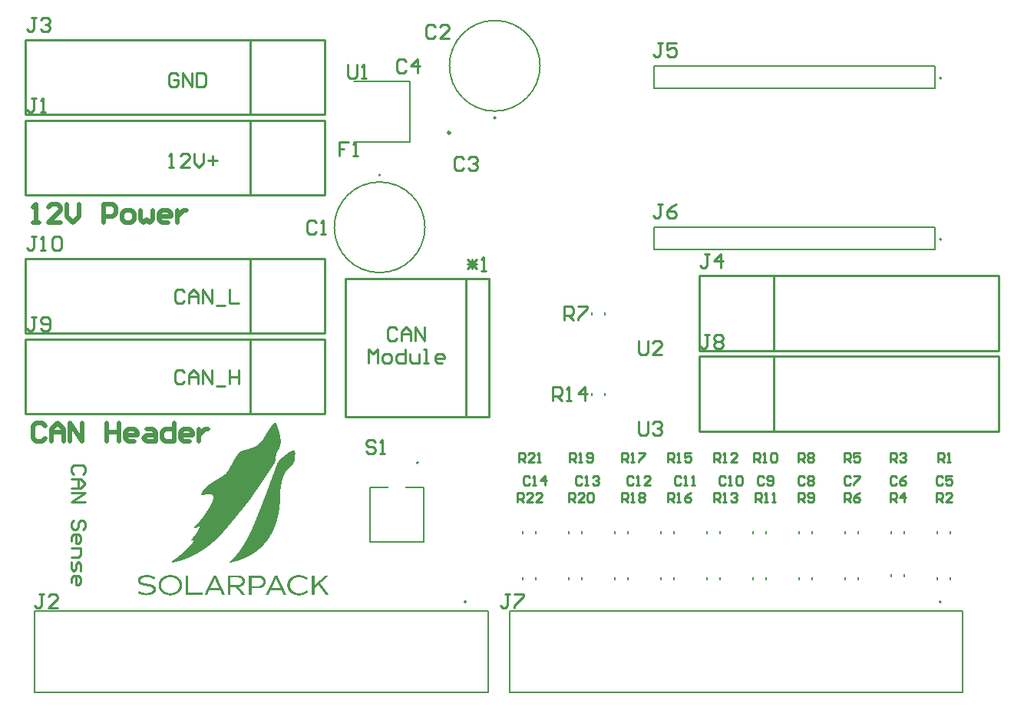
<source format=gto>
G04*
G04 #@! TF.GenerationSoftware,Altium Limited,Altium Designer,21.6.4 (81)*
G04*
G04 Layer_Color=65535*
%FSLAX25Y25*%
%MOIN*%
G70*
G04*
G04 #@! TF.SameCoordinates,7FA0644F-06A5-4919-BB8C-97BE94AA254E*
G04*
G04*
G04 #@! TF.FilePolarity,Positive*
G04*
G01*
G75*
%ADD10C,0.00787*%
%ADD11C,0.00500*%
%ADD12C,0.01181*%
%ADD13C,0.01000*%
%ADD14C,0.02000*%
G36*
X117690Y108044D02*
X117761D01*
Y108033D01*
X117796D01*
Y108021D01*
X117831D01*
Y108009D01*
X117855D01*
Y107997D01*
X117878D01*
Y107985D01*
X117902D01*
Y107974D01*
X117914D01*
Y107962D01*
X117937D01*
Y107950D01*
X117949D01*
Y107938D01*
X117961D01*
Y107926D01*
X117985D01*
Y107915D01*
X117996D01*
Y107903D01*
X118008D01*
Y107891D01*
X118020D01*
Y107868D01*
X118032D01*
Y107856D01*
X118044D01*
Y107844D01*
X118055D01*
Y107832D01*
X118067D01*
Y107808D01*
X118079D01*
Y107797D01*
X118091D01*
Y107773D01*
X118103D01*
Y107761D01*
X118114D01*
Y107738D01*
X118126D01*
Y107714D01*
X118138D01*
Y107691D01*
X118150D01*
Y107667D01*
X118161D01*
Y107643D01*
X118173D01*
Y107608D01*
X118185D01*
Y107573D01*
X118197D01*
Y107561D01*
X118209D01*
Y107514D01*
X118220D01*
Y107478D01*
X118232D01*
Y107443D01*
X118244D01*
Y107384D01*
X118256D01*
Y107349D01*
X118268D01*
Y107290D01*
X118279D01*
Y107219D01*
X118291D01*
Y107160D01*
X118303D01*
Y107054D01*
X118315D01*
Y106971D01*
X118326D01*
Y106795D01*
X118338D01*
Y106111D01*
X118326D01*
Y105898D01*
X118315D01*
Y105780D01*
X118303D01*
Y105639D01*
X118291D01*
Y105556D01*
X118279D01*
Y105392D01*
X118291D01*
Y105250D01*
X118303D01*
Y104884D01*
X118291D01*
Y104719D01*
X118279D01*
Y104578D01*
X118268D01*
Y104472D01*
X118256D01*
Y104389D01*
X118244D01*
Y104295D01*
X118232D01*
Y104224D01*
X118220D01*
Y104153D01*
X118209D01*
Y104083D01*
X118197D01*
Y104047D01*
X118185D01*
Y103977D01*
X118173D01*
Y103918D01*
X118161D01*
Y103882D01*
X118150D01*
Y103823D01*
X118138D01*
Y103776D01*
X118126D01*
Y103729D01*
X118114D01*
Y103682D01*
X118103D01*
Y103646D01*
X118091D01*
Y103599D01*
X118079D01*
Y103552D01*
X118067D01*
Y103528D01*
X118055D01*
Y103481D01*
X118044D01*
Y103446D01*
X118032D01*
Y103411D01*
X118020D01*
Y103375D01*
X118008D01*
Y103340D01*
X117996D01*
Y103305D01*
X117985D01*
Y103269D01*
X117973D01*
Y103234D01*
X117961D01*
Y103198D01*
X117949D01*
Y103175D01*
X117937D01*
Y103151D01*
X117926D01*
Y103104D01*
X117914D01*
Y103080D01*
X117902D01*
Y103057D01*
X117890D01*
Y103022D01*
X117878D01*
Y102998D01*
X117867D01*
Y102963D01*
X117855D01*
Y102939D01*
X117843D01*
Y102915D01*
X117831D01*
Y102880D01*
X117819D01*
Y102857D01*
X117808D01*
Y102833D01*
X117796D01*
Y102797D01*
X117784D01*
Y102774D01*
X117772D01*
Y102750D01*
X117761D01*
Y102727D01*
X117749D01*
Y102703D01*
X117737D01*
Y102680D01*
X117725D01*
Y102656D01*
X117713D01*
Y102632D01*
X117702D01*
Y102609D01*
X117690D01*
Y102585D01*
X117678D01*
Y102562D01*
X117666D01*
Y102538D01*
X117655D01*
Y102515D01*
X117643D01*
Y102491D01*
X117631D01*
Y102467D01*
X117619D01*
Y102444D01*
X117607D01*
Y102420D01*
X117596D01*
Y102408D01*
X117584D01*
Y102373D01*
X117572D01*
Y102361D01*
X117560D01*
Y102338D01*
X117548D01*
Y102314D01*
X117537D01*
Y102302D01*
X117525D01*
Y102279D01*
X117513D01*
Y102255D01*
X117501D01*
Y102232D01*
X117489D01*
Y102220D01*
X117478D01*
Y102196D01*
X117466D01*
Y102173D01*
X117454D01*
Y102161D01*
X117442D01*
Y102137D01*
X117430D01*
Y102114D01*
X117419D01*
Y102102D01*
X117407D01*
Y102078D01*
X117395D01*
Y102067D01*
X117383D01*
Y102043D01*
X117371D01*
Y102031D01*
X117360D01*
Y102008D01*
X117348D01*
Y101996D01*
X117336D01*
Y101972D01*
X117324D01*
Y101949D01*
X117313D01*
Y101937D01*
X117301D01*
Y101913D01*
X117289D01*
Y101901D01*
X117277D01*
Y101890D01*
X117265D01*
Y101866D01*
X117254D01*
Y101854D01*
X117242D01*
Y101831D01*
X117230D01*
Y101819D01*
X117218D01*
Y101795D01*
X117206D01*
Y101784D01*
X117195D01*
Y101760D01*
X117183D01*
Y101748D01*
X117171D01*
Y101736D01*
X117159D01*
Y101713D01*
X117148D01*
Y101701D01*
X117136D01*
Y101677D01*
X117124D01*
Y101666D01*
X117112D01*
Y101654D01*
X117100D01*
Y101642D01*
X117088D01*
Y101619D01*
X117077D01*
Y101607D01*
X117065D01*
Y101595D01*
X117053D01*
Y101571D01*
X117041D01*
Y101559D01*
X117030D01*
Y101548D01*
X117018D01*
Y101536D01*
X117006D01*
Y101512D01*
X116994D01*
Y101500D01*
X116982D01*
Y101489D01*
X116971D01*
Y101477D01*
X116959D01*
Y101453D01*
X116947D01*
Y101442D01*
X116935D01*
Y101430D01*
X116923D01*
Y101418D01*
X116912D01*
Y101394D01*
X116900D01*
Y101383D01*
X116888D01*
Y101371D01*
X116876D01*
Y101359D01*
X116865D01*
Y101347D01*
X116853D01*
Y101324D01*
X116829D01*
Y101300D01*
X116817D01*
Y101288D01*
X116806D01*
Y101277D01*
X116794D01*
Y101265D01*
X116782D01*
Y101253D01*
X116770D01*
Y101229D01*
X116758D01*
Y101218D01*
X116747D01*
Y101206D01*
X116735D01*
Y101194D01*
X116723D01*
Y101182D01*
X116711D01*
Y101170D01*
X116699D01*
Y101159D01*
X116688D01*
Y101147D01*
X116676D01*
Y101135D01*
X116664D01*
Y101123D01*
X116652D01*
Y101111D01*
X116640D01*
Y101100D01*
X116629D01*
Y101076D01*
X116617D01*
Y101064D01*
X116605D01*
Y101052D01*
X116593D01*
Y101041D01*
X116581D01*
Y101029D01*
X116570D01*
Y101017D01*
X116558D01*
Y101005D01*
X116546D01*
Y100994D01*
X116534D01*
Y100982D01*
X116523D01*
Y100970D01*
X116511D01*
Y100958D01*
X116499D01*
Y100946D01*
X116487D01*
Y100935D01*
X116475D01*
Y100923D01*
X116464D01*
Y100911D01*
X116452D01*
Y100899D01*
X116440D01*
Y100887D01*
X116428D01*
Y100876D01*
X116416D01*
Y100864D01*
X116405D01*
Y100852D01*
X116393D01*
Y100840D01*
X116381D01*
Y100829D01*
X116369D01*
Y100817D01*
X116358D01*
Y100805D01*
X116346D01*
Y100793D01*
X116334D01*
Y100781D01*
X116322D01*
Y100769D01*
X116310D01*
Y100758D01*
X116287D01*
Y100746D01*
X116275D01*
Y100734D01*
X116263D01*
Y100722D01*
X116251D01*
Y100711D01*
X116240D01*
Y100699D01*
X116228D01*
Y100687D01*
X116216D01*
Y100675D01*
X116204D01*
Y100663D01*
X116192D01*
Y100652D01*
X116181D01*
Y100640D01*
X116169D01*
Y100628D01*
X116157D01*
Y100616D01*
X116133D01*
Y100604D01*
X116122D01*
Y100593D01*
X116110D01*
Y100581D01*
X116098D01*
Y100569D01*
X116086D01*
Y100557D01*
X116075D01*
Y100546D01*
X116063D01*
Y100534D01*
X116039D01*
Y100522D01*
X116027D01*
Y100510D01*
X116016D01*
Y100498D01*
X116004D01*
Y100487D01*
X115992D01*
Y100475D01*
X115968D01*
Y100463D01*
X115957D01*
Y100451D01*
X115945D01*
Y100439D01*
X115933D01*
Y100428D01*
X115921D01*
Y100416D01*
X115909D01*
Y100404D01*
X115886D01*
Y100392D01*
X115874D01*
Y100380D01*
X115862D01*
Y100369D01*
X115839D01*
Y100357D01*
X115827D01*
Y100345D01*
X115815D01*
Y100333D01*
X115803D01*
Y100321D01*
X115780D01*
Y100310D01*
X115768D01*
Y100298D01*
X115756D01*
Y100286D01*
X115744D01*
Y100274D01*
X115721D01*
Y100262D01*
X115709D01*
Y100251D01*
X115697D01*
Y100239D01*
X115674D01*
Y100227D01*
X115662D01*
Y100215D01*
X115650D01*
Y100204D01*
X115638D01*
Y100192D01*
X115615D01*
Y100180D01*
X115603D01*
Y100168D01*
X115579D01*
Y100156D01*
X115568D01*
Y100145D01*
X115556D01*
Y100133D01*
X115532D01*
Y100121D01*
X115520D01*
Y100109D01*
X115509D01*
Y100098D01*
X115497D01*
Y100086D01*
X115473D01*
Y100074D01*
X115461D01*
Y100062D01*
X115450D01*
Y100050D01*
X115438D01*
Y100039D01*
X115414D01*
Y100027D01*
X115402D01*
Y100015D01*
X115391D01*
Y100003D01*
X115379D01*
Y99991D01*
X115355D01*
Y99980D01*
X115343D01*
Y99968D01*
X115332D01*
Y99956D01*
X115320D01*
Y99944D01*
X115308D01*
Y99932D01*
X115296D01*
Y99921D01*
X115285D01*
Y99909D01*
X115261D01*
Y99897D01*
X115249D01*
Y99885D01*
X115237D01*
Y99874D01*
X115226D01*
Y99862D01*
X115214D01*
Y99850D01*
X115202D01*
Y99838D01*
X115190D01*
Y99826D01*
X115178D01*
Y99814D01*
X115167D01*
Y99803D01*
X115155D01*
Y99791D01*
X115143D01*
Y99779D01*
X115131D01*
Y99767D01*
X115120D01*
Y99756D01*
X115108D01*
Y99744D01*
X115096D01*
Y99732D01*
X115084D01*
Y99720D01*
X115072D01*
Y99708D01*
X115060D01*
Y99697D01*
X115049D01*
Y99685D01*
X115037D01*
Y99673D01*
X115025D01*
Y99661D01*
X115013D01*
Y99649D01*
X115002D01*
Y99638D01*
X114990D01*
Y99626D01*
X114978D01*
Y99614D01*
X114966D01*
Y99602D01*
X114954D01*
Y99590D01*
X114943D01*
Y99579D01*
X114931D01*
Y99567D01*
X114919D01*
Y99555D01*
X114907D01*
Y99532D01*
X114895D01*
Y99520D01*
X114884D01*
Y99508D01*
X114872D01*
Y99496D01*
X114860D01*
Y99484D01*
X114848D01*
Y99473D01*
X114837D01*
Y99461D01*
X114825D01*
Y99437D01*
X114813D01*
Y99425D01*
X114801D01*
Y99414D01*
X114789D01*
Y99402D01*
X114778D01*
Y99390D01*
X114766D01*
Y99378D01*
X114754D01*
Y99355D01*
X114742D01*
Y99343D01*
X114730D01*
Y99331D01*
X114719D01*
Y99319D01*
X114707D01*
Y99308D01*
X114695D01*
Y99284D01*
X114683D01*
Y99272D01*
X114671D01*
Y99260D01*
X114660D01*
Y99237D01*
X114648D01*
Y99225D01*
X114636D01*
Y99213D01*
X114624D01*
Y99201D01*
X114612D01*
Y99190D01*
X114601D01*
Y99166D01*
X114589D01*
Y99154D01*
X114577D01*
Y99131D01*
X114565D01*
Y99119D01*
X114553D01*
Y99107D01*
X114542D01*
Y99095D01*
X114530D01*
Y99072D01*
X114518D01*
Y99060D01*
X114506D01*
Y99036D01*
X114495D01*
Y99024D01*
X114483D01*
Y99013D01*
X114471D01*
Y98989D01*
X114459D01*
Y98977D01*
X114447D01*
Y98966D01*
X114436D01*
Y98942D01*
X114424D01*
Y98930D01*
X114412D01*
Y98907D01*
X114400D01*
Y98895D01*
X114389D01*
Y98871D01*
X114377D01*
Y98860D01*
X114365D01*
Y98836D01*
X114353D01*
Y98824D01*
X114341D01*
Y98800D01*
X114330D01*
Y98789D01*
X114318D01*
Y98765D01*
X114306D01*
Y98753D01*
X114294D01*
Y98730D01*
X114282D01*
Y98718D01*
X114271D01*
Y98694D01*
X114259D01*
Y98683D01*
X114247D01*
Y98659D01*
X114235D01*
Y98635D01*
X114223D01*
Y98624D01*
X114212D01*
Y98600D01*
X114200D01*
Y98588D01*
X114188D01*
Y98565D01*
X114176D01*
Y98541D01*
X114164D01*
Y98529D01*
X114153D01*
Y98506D01*
X114141D01*
Y98494D01*
X114129D01*
Y98470D01*
X114117D01*
Y98447D01*
X114105D01*
Y98435D01*
X114094D01*
Y98411D01*
X114082D01*
Y98388D01*
X114070D01*
Y98364D01*
X114058D01*
Y98341D01*
X114047D01*
Y98329D01*
X114035D01*
Y98305D01*
X114023D01*
Y98282D01*
X114011D01*
Y98270D01*
X113999D01*
Y98246D01*
X113988D01*
Y98223D01*
X113976D01*
Y98199D01*
X113964D01*
Y98176D01*
X113952D01*
Y98164D01*
X113940D01*
Y98140D01*
X113929D01*
Y98117D01*
X113917D01*
Y98093D01*
X113905D01*
Y98070D01*
X113893D01*
Y98046D01*
X113882D01*
Y98034D01*
X113870D01*
Y97999D01*
X113858D01*
Y97987D01*
X113846D01*
Y97963D01*
X113834D01*
Y97928D01*
X113822D01*
Y97916D01*
X113811D01*
Y97893D01*
X113799D01*
Y97869D01*
X113787D01*
Y97846D01*
X113775D01*
Y97822D01*
X113764D01*
Y97798D01*
X113752D01*
Y97775D01*
X113740D01*
Y97739D01*
X113728D01*
Y97728D01*
X113716D01*
Y97704D01*
X113705D01*
Y97680D01*
X113693D01*
Y97657D01*
X113681D01*
Y97621D01*
X113669D01*
Y97610D01*
X113657D01*
Y97574D01*
X113646D01*
Y97551D01*
X113634D01*
Y97527D01*
X113622D01*
Y97504D01*
X113610D01*
Y97468D01*
X113599D01*
Y97456D01*
X113587D01*
Y97421D01*
X113575D01*
Y97397D01*
X113563D01*
Y97374D01*
X113551D01*
Y97338D01*
X113540D01*
Y97327D01*
X113528D01*
Y97291D01*
X113516D01*
Y97256D01*
X113504D01*
Y97244D01*
X113492D01*
Y97209D01*
X113481D01*
Y97185D01*
X113469D01*
Y97162D01*
X113457D01*
Y97126D01*
X113445D01*
Y97103D01*
X113433D01*
Y97067D01*
X113422D01*
Y97044D01*
X113410D01*
Y97020D01*
X113398D01*
Y96985D01*
X113386D01*
Y96961D01*
X113374D01*
Y96926D01*
X113363D01*
Y96890D01*
X113351D01*
Y96867D01*
X113339D01*
Y96843D01*
X113327D01*
Y96808D01*
X113315D01*
Y96784D01*
X113304D01*
Y96749D01*
X113292D01*
Y96714D01*
X113280D01*
Y96690D01*
X113268D01*
Y96655D01*
X113257D01*
Y96631D01*
X113245D01*
Y96596D01*
X113233D01*
Y96560D01*
X113221D01*
Y96537D01*
X113209D01*
Y96490D01*
X113198D01*
Y96466D01*
X113186D01*
Y96431D01*
X113174D01*
Y96395D01*
X113162D01*
Y96372D01*
X113151D01*
Y96336D01*
X113139D01*
Y96301D01*
X113127D01*
Y96277D01*
X113115D01*
Y96230D01*
X113103D01*
Y96207D01*
X113092D01*
Y96171D01*
X113080D01*
Y96136D01*
X113068D01*
Y96100D01*
X113056D01*
Y96065D01*
X113044D01*
Y96030D01*
X113032D01*
Y95994D01*
X113021D01*
Y95959D01*
X113009D01*
Y95924D01*
X112997D01*
Y95888D01*
X112985D01*
Y95841D01*
X112974D01*
Y95818D01*
X112962D01*
Y95770D01*
X112950D01*
Y95735D01*
X112938D01*
Y95700D01*
X112926D01*
Y95652D01*
X112915D01*
Y95629D01*
X112903D01*
Y95582D01*
X112891D01*
Y95546D01*
X112879D01*
Y95511D01*
X112867D01*
Y95464D01*
X112856D01*
Y95428D01*
X112844D01*
Y95393D01*
X112832D01*
Y95346D01*
X112820D01*
Y95310D01*
X112809D01*
Y95263D01*
X112797D01*
Y95228D01*
X112785D01*
Y95193D01*
X112773D01*
Y95145D01*
X112761D01*
Y95098D01*
X112750D01*
Y95063D01*
X112738D01*
Y95016D01*
X112726D01*
Y94980D01*
X112714D01*
Y94933D01*
X112702D01*
Y94886D01*
X112691D01*
Y94851D01*
X112679D01*
Y94804D01*
X112667D01*
Y94756D01*
X112655D01*
Y94709D01*
X112644D01*
Y94662D01*
X112632D01*
Y94627D01*
X112620D01*
Y94579D01*
X112608D01*
Y94520D01*
X112596D01*
Y94485D01*
X112584D01*
Y94426D01*
X112573D01*
Y94379D01*
X112561D01*
Y94344D01*
X112549D01*
Y94285D01*
X112537D01*
Y94238D01*
X112525D01*
Y94190D01*
X112514D01*
Y94131D01*
X112502D01*
Y94096D01*
X112490D01*
Y94037D01*
X112478D01*
Y93978D01*
X112467D01*
Y93931D01*
X112455D01*
Y93872D01*
X112443D01*
Y93837D01*
X112431D01*
Y93778D01*
X112419D01*
Y93707D01*
X112408D01*
Y93672D01*
X112396D01*
Y93601D01*
X112384D01*
Y93542D01*
X112372D01*
Y93495D01*
X112361D01*
Y93436D01*
X112349D01*
Y93377D01*
X112337D01*
Y93318D01*
X112325D01*
Y93247D01*
X112313D01*
Y93200D01*
X112302D01*
Y93141D01*
X112290D01*
Y93070D01*
X112278D01*
Y93023D01*
X112266D01*
Y92952D01*
X112254D01*
Y92893D01*
X112243D01*
Y92835D01*
X112231D01*
Y92752D01*
X112219D01*
Y92705D01*
X112207D01*
Y92622D01*
X112195D01*
Y92551D01*
X112184D01*
Y92493D01*
X112172D01*
Y92422D01*
X112160D01*
Y92363D01*
X112148D01*
Y92280D01*
X112136D01*
Y92198D01*
X112125D01*
Y92139D01*
X112113D01*
Y92056D01*
X112101D01*
Y91974D01*
X112089D01*
Y91915D01*
X112077D01*
Y91821D01*
X112066D01*
Y91750D01*
X112054D01*
Y91667D01*
X112042D01*
Y91561D01*
X112030D01*
Y91514D01*
X112019D01*
Y91396D01*
X112007D01*
Y91302D01*
X111995D01*
Y91231D01*
X111983D01*
Y91113D01*
X111971D01*
Y91042D01*
X111960D01*
Y90936D01*
X111948D01*
Y90807D01*
X111936D01*
Y90736D01*
X111924D01*
Y90618D01*
X111912D01*
Y90488D01*
X111901D01*
Y90394D01*
X111889D01*
Y90241D01*
X111877D01*
Y90134D01*
X111865D01*
Y89969D01*
X111854D01*
Y89793D01*
X111842D01*
Y89698D01*
X111830D01*
Y89675D01*
X111842D01*
Y89663D01*
X111830D01*
Y89474D01*
X111818D01*
Y89085D01*
X111806D01*
Y89026D01*
X111818D01*
Y88083D01*
X111806D01*
Y87458D01*
X111794D01*
Y86927D01*
X111783D01*
Y86656D01*
X111771D01*
Y86326D01*
X111759D01*
Y86031D01*
X111747D01*
Y85925D01*
X111736D01*
Y85878D01*
X111747D01*
Y85866D01*
X111736D01*
Y85666D01*
X111724D01*
Y85442D01*
X111712D01*
Y85312D01*
X111700D01*
Y85100D01*
X111688D01*
Y84970D01*
X111677D01*
Y84793D01*
X111665D01*
Y84616D01*
X111653D01*
Y84546D01*
X111641D01*
Y84522D01*
X111653D01*
Y84510D01*
X111641D01*
Y84381D01*
X111629D01*
Y84239D01*
X111618D01*
Y84133D01*
X111606D01*
Y83991D01*
X111594D01*
Y83885D01*
X111582D01*
Y83756D01*
X111571D01*
Y83626D01*
X111559D01*
Y83543D01*
X111547D01*
Y83437D01*
X111535D01*
Y83308D01*
X111523D01*
Y83237D01*
X111512D01*
Y83107D01*
X111500D01*
Y83037D01*
X111488D01*
Y82930D01*
X111476D01*
Y82824D01*
X111464D01*
Y82753D01*
X111453D01*
Y82647D01*
X111441D01*
Y82553D01*
X111429D01*
Y82482D01*
X111417D01*
Y82388D01*
X111405D01*
Y82306D01*
X111394D01*
Y82223D01*
X111382D01*
Y82129D01*
X111370D01*
Y82058D01*
X111358D01*
Y81963D01*
X111346D01*
Y81893D01*
X111335D01*
Y81822D01*
X111323D01*
Y81728D01*
X111311D01*
Y81669D01*
X111299D01*
Y81598D01*
X111287D01*
Y81504D01*
X111276D01*
Y81457D01*
X111264D01*
Y81374D01*
X111252D01*
Y81292D01*
X111240D01*
Y81233D01*
X111229D01*
Y81162D01*
X111217D01*
Y81103D01*
X111205D01*
Y81032D01*
X111193D01*
Y80949D01*
X111181D01*
Y80902D01*
X111170D01*
Y80832D01*
X111158D01*
Y80749D01*
X111146D01*
Y80702D01*
X111134D01*
Y80631D01*
X111123D01*
Y80572D01*
X111111D01*
Y80513D01*
X111099D01*
Y80443D01*
X111087D01*
Y80395D01*
X111075D01*
Y80325D01*
X111064D01*
Y80254D01*
X111052D01*
Y80218D01*
X111040D01*
Y80136D01*
X111028D01*
Y80089D01*
X111016D01*
Y80030D01*
X111005D01*
Y79971D01*
X110993D01*
Y79924D01*
X110981D01*
Y79853D01*
X110969D01*
Y79794D01*
X110957D01*
Y79747D01*
X110946D01*
Y79688D01*
X110934D01*
Y79641D01*
X110922D01*
Y79582D01*
X110910D01*
Y79523D01*
X110898D01*
Y79488D01*
X110887D01*
Y79417D01*
X110875D01*
Y79370D01*
X110863D01*
Y79322D01*
X110851D01*
Y79264D01*
X110839D01*
Y79216D01*
X110828D01*
Y79157D01*
X110816D01*
Y79110D01*
X110804D01*
Y79063D01*
X110792D01*
Y79004D01*
X110781D01*
Y78957D01*
X110769D01*
Y78910D01*
X110757D01*
Y78863D01*
X110745D01*
Y78815D01*
X110733D01*
Y78768D01*
X110722D01*
Y78709D01*
X110710D01*
Y78674D01*
X110698D01*
Y78615D01*
X110686D01*
Y78568D01*
X110674D01*
Y78532D01*
X110663D01*
Y78474D01*
X110651D01*
Y78438D01*
X110639D01*
Y78391D01*
X110627D01*
Y78332D01*
X110616D01*
Y78297D01*
X110604D01*
Y78250D01*
X110592D01*
Y78202D01*
X110580D01*
Y78167D01*
X110568D01*
Y78108D01*
X110556D01*
Y78073D01*
X110545D01*
Y78026D01*
X110533D01*
Y77978D01*
X110521D01*
Y77943D01*
X110509D01*
Y77896D01*
X110498D01*
Y77849D01*
X110486D01*
Y77813D01*
X110474D01*
Y77766D01*
X110462D01*
Y77731D01*
X110450D01*
Y77684D01*
X110439D01*
Y77636D01*
X110427D01*
Y77601D01*
X110415D01*
Y77554D01*
X110403D01*
Y77518D01*
X110391D01*
Y77483D01*
X110380D01*
Y77436D01*
X110368D01*
Y77389D01*
X110356D01*
Y77353D01*
X110344D01*
Y77306D01*
X110333D01*
Y77271D01*
X110321D01*
Y77236D01*
X110309D01*
Y77188D01*
X110297D01*
Y77153D01*
X110285D01*
Y77106D01*
X110274D01*
Y77082D01*
X110262D01*
Y77035D01*
X110250D01*
Y76988D01*
X110238D01*
Y76964D01*
X110226D01*
Y76917D01*
X110215D01*
Y76882D01*
X110203D01*
Y76846D01*
X110191D01*
Y76799D01*
X110179D01*
Y76776D01*
X110167D01*
Y76728D01*
X110156D01*
Y76693D01*
X110144D01*
Y76670D01*
X110132D01*
Y76622D01*
X110120D01*
Y76587D01*
X110108D01*
Y76552D01*
X110097D01*
Y76504D01*
X110085D01*
Y76469D01*
X110073D01*
Y76446D01*
X110061D01*
Y76398D01*
X110049D01*
Y76375D01*
X110038D01*
Y76328D01*
X110026D01*
Y76292D01*
X110014D01*
Y76269D01*
X110002D01*
Y76222D01*
X109991D01*
Y76186D01*
X109979D01*
Y76162D01*
X109967D01*
Y76115D01*
X109955D01*
Y76092D01*
X109943D01*
Y76045D01*
X109932D01*
Y76009D01*
X109920D01*
Y75986D01*
X109908D01*
Y75938D01*
X109896D01*
Y75915D01*
X109884D01*
Y75880D01*
X109873D01*
Y75844D01*
X109861D01*
Y75821D01*
X109849D01*
Y75774D01*
X109837D01*
Y75738D01*
X109826D01*
Y75714D01*
X109814D01*
Y75679D01*
X109802D01*
Y75644D01*
X109790D01*
Y75608D01*
X109778D01*
Y75573D01*
X109767D01*
Y75549D01*
X109755D01*
Y75514D01*
X109743D01*
Y75479D01*
X109731D01*
Y75455D01*
X109719D01*
Y75420D01*
X109708D01*
Y75384D01*
X109696D01*
Y75349D01*
X109684D01*
Y75314D01*
X109672D01*
Y75290D01*
X109660D01*
Y75255D01*
X109649D01*
Y75219D01*
X109637D01*
Y75196D01*
X109625D01*
Y75160D01*
X109613D01*
Y75137D01*
X109601D01*
Y75101D01*
X109590D01*
Y75066D01*
X109578D01*
Y75042D01*
X109566D01*
Y75007D01*
X109554D01*
Y74972D01*
X109543D01*
Y74948D01*
X109531D01*
Y74913D01*
X109519D01*
Y74889D01*
X109507D01*
Y74866D01*
X109495D01*
Y74818D01*
X109484D01*
Y74807D01*
X109472D01*
Y74771D01*
X109460D01*
Y74736D01*
X109448D01*
Y74712D01*
X109436D01*
Y74677D01*
X109425D01*
Y74653D01*
X109413D01*
Y74618D01*
X109401D01*
Y74583D01*
X109389D01*
Y74559D01*
X109378D01*
Y74536D01*
X109366D01*
Y74500D01*
X109354D01*
Y74476D01*
X109342D01*
Y74441D01*
X109330D01*
Y74418D01*
X109318D01*
Y74394D01*
X109307D01*
Y74359D01*
X109295D01*
Y74335D01*
X109283D01*
Y74300D01*
X109271D01*
Y74276D01*
X109259D01*
Y74252D01*
X109248D01*
Y74217D01*
X109236D01*
Y74194D01*
X109224D01*
Y74170D01*
X109212D01*
Y74135D01*
X109201D01*
Y74111D01*
X109189D01*
Y74076D01*
X109177D01*
Y74052D01*
X109165D01*
Y74028D01*
X109153D01*
Y73993D01*
X109142D01*
Y73970D01*
X109130D01*
Y73946D01*
X109118D01*
Y73911D01*
X109106D01*
Y73887D01*
X109095D01*
Y73863D01*
X109083D01*
Y73828D01*
X109071D01*
Y73816D01*
X109059D01*
Y73781D01*
X109047D01*
Y73757D01*
X109036D01*
Y73734D01*
X109024D01*
Y73698D01*
X109012D01*
Y73675D01*
X109000D01*
Y73651D01*
X108988D01*
Y73616D01*
X108977D01*
Y73604D01*
X108965D01*
Y73569D01*
X108953D01*
Y73545D01*
X108941D01*
Y73522D01*
X108929D01*
Y73486D01*
X108918D01*
Y73474D01*
X108906D01*
Y73439D01*
X108894D01*
Y73415D01*
X108882D01*
Y73392D01*
X108870D01*
Y73356D01*
X108859D01*
Y73345D01*
X108847D01*
Y73309D01*
X108835D01*
Y73286D01*
X108823D01*
Y73262D01*
X108811D01*
Y73238D01*
X108800D01*
Y73203D01*
X108788D01*
Y73191D01*
X108776D01*
Y73156D01*
X108764D01*
Y73132D01*
X108753D01*
Y73109D01*
X108741D01*
Y73085D01*
X108729D01*
Y73062D01*
X108717D01*
Y73038D01*
X108705D01*
Y73014D01*
X108694D01*
Y72991D01*
X108682D01*
Y72956D01*
X108670D01*
Y72944D01*
X108658D01*
Y72920D01*
X108646D01*
Y72885D01*
X108635D01*
Y72873D01*
X108623D01*
Y72838D01*
X108611D01*
Y72814D01*
X108599D01*
Y72790D01*
X108588D01*
Y72767D01*
X108576D01*
Y72743D01*
X108564D01*
Y72720D01*
X108552D01*
Y72696D01*
X108540D01*
Y72672D01*
X108528D01*
Y72649D01*
X108517D01*
Y72625D01*
X108505D01*
Y72602D01*
X108493D01*
Y72578D01*
X108481D01*
Y72555D01*
X108470D01*
Y72531D01*
X108458D01*
Y72508D01*
X108446D01*
Y72484D01*
X108434D01*
Y72460D01*
X108422D01*
Y72437D01*
X108411D01*
Y72413D01*
X108399D01*
Y72390D01*
X108387D01*
Y72378D01*
X108375D01*
Y72354D01*
X108363D01*
Y72319D01*
X108352D01*
Y72307D01*
X108340D01*
Y72272D01*
X108328D01*
Y72248D01*
X108316D01*
Y72236D01*
X108305D01*
Y72213D01*
X108293D01*
Y72189D01*
X108281D01*
Y72166D01*
X108269D01*
Y72142D01*
X108257D01*
Y72130D01*
X108246D01*
Y72095D01*
X108234D01*
Y72071D01*
X108222D01*
Y72059D01*
X108210D01*
Y72024D01*
X108198D01*
Y72012D01*
X108187D01*
Y71989D01*
X108175D01*
Y71965D01*
X108163D01*
Y71942D01*
X108151D01*
Y71918D01*
X108139D01*
Y71894D01*
X108128D01*
Y71883D01*
X108116D01*
Y71859D01*
X108104D01*
Y71835D01*
X108092D01*
Y71812D01*
X108080D01*
Y71788D01*
X108069D01*
Y71776D01*
X108057D01*
Y71753D01*
X108045D01*
Y71718D01*
X108033D01*
Y71706D01*
X108021D01*
Y71682D01*
X108010D01*
Y71670D01*
X107998D01*
Y71647D01*
X107986D01*
Y71623D01*
X107974D01*
Y71600D01*
X107963D01*
Y71576D01*
X107951D01*
Y71552D01*
X107939D01*
Y71541D01*
X107927D01*
Y71517D01*
X107915D01*
Y71494D01*
X107904D01*
Y71470D01*
X107892D01*
Y71446D01*
X107880D01*
Y71434D01*
X107868D01*
Y71411D01*
X107857D01*
Y71387D01*
X107845D01*
Y71376D01*
X107833D01*
Y71340D01*
X107821D01*
Y71328D01*
X107809D01*
Y71305D01*
X107798D01*
Y71281D01*
X107786D01*
Y71269D01*
X107774D01*
Y71246D01*
X107762D01*
Y71222D01*
X107750D01*
Y71210D01*
X107739D01*
Y71187D01*
X107727D01*
Y71163D01*
X107715D01*
Y71152D01*
X107703D01*
Y71128D01*
X107691D01*
Y71104D01*
X107680D01*
Y71081D01*
X107668D01*
Y71057D01*
X107656D01*
Y71045D01*
X107644D01*
Y71022D01*
X107632D01*
Y71010D01*
X107621D01*
Y70986D01*
X107609D01*
Y70963D01*
X107597D01*
Y70951D01*
X107585D01*
Y70928D01*
X107573D01*
Y70904D01*
X107562D01*
Y70892D01*
X107550D01*
Y70869D01*
X107538D01*
Y70845D01*
X107526D01*
Y70833D01*
X107515D01*
Y70810D01*
X107503D01*
Y70798D01*
X107491D01*
Y70774D01*
X107479D01*
Y70751D01*
X107467D01*
Y70739D01*
X107456D01*
Y70715D01*
X107444D01*
Y70692D01*
X107432D01*
Y70680D01*
X107420D01*
Y70656D01*
X107408D01*
Y70633D01*
X107397D01*
Y70621D01*
X107385D01*
Y70597D01*
X107373D01*
Y70586D01*
X107361D01*
Y70562D01*
X107350D01*
Y70538D01*
X107338D01*
Y70527D01*
X107326D01*
Y70503D01*
X107314D01*
Y70491D01*
X107302D01*
Y70468D01*
X107290D01*
Y70444D01*
X107279D01*
Y70432D01*
X107267D01*
Y70409D01*
X107255D01*
Y70385D01*
X107243D01*
Y70373D01*
X107232D01*
Y70350D01*
X107220D01*
Y70338D01*
X107208D01*
Y70314D01*
X107196D01*
Y70291D01*
X107184D01*
Y70279D01*
X107173D01*
Y70256D01*
X107161D01*
Y70244D01*
X107149D01*
Y70220D01*
X107137D01*
Y70208D01*
X107125D01*
Y70196D01*
X107114D01*
Y70173D01*
X107102D01*
Y70149D01*
X107090D01*
Y70138D01*
X107078D01*
Y70114D01*
X107067D01*
Y70102D01*
X107055D01*
Y70079D01*
X107043D01*
Y70055D01*
X107031D01*
Y70043D01*
X107019D01*
Y70020D01*
X107008D01*
Y70008D01*
X106996D01*
Y69996D01*
X106984D01*
Y69972D01*
X106972D01*
Y69949D01*
X106960D01*
Y69937D01*
X106949D01*
Y69914D01*
X106937D01*
Y69902D01*
X106925D01*
Y69878D01*
X106913D01*
Y69866D01*
X106901D01*
Y69855D01*
X106890D01*
Y69831D01*
X106878D01*
Y69819D01*
X106866D01*
Y69796D01*
X106854D01*
Y69772D01*
X106843D01*
Y69760D01*
X106831D01*
Y69749D01*
X106819D01*
Y69725D01*
X106807D01*
Y69713D01*
X106795D01*
Y69690D01*
X106783D01*
Y69678D01*
X106772D01*
Y69654D01*
X106760D01*
Y69642D01*
X106748D01*
Y69631D01*
X106736D01*
Y69607D01*
X106725D01*
Y69583D01*
X106713D01*
Y69572D01*
X106701D01*
Y69560D01*
X106689D01*
Y69536D01*
X106677D01*
Y69525D01*
X106666D01*
Y69501D01*
X106654D01*
Y69489D01*
X106642D01*
Y69466D01*
X106630D01*
Y69454D01*
X106618D01*
Y69442D01*
X106607D01*
Y69418D01*
X106595D01*
Y69406D01*
X106583D01*
Y69383D01*
X106571D01*
Y69371D01*
X106560D01*
Y69359D01*
X106548D01*
Y69336D01*
X106536D01*
Y69324D01*
X106524D01*
Y69300D01*
X106512D01*
Y69289D01*
X106500D01*
Y69277D01*
X106489D01*
Y69253D01*
X106477D01*
Y69241D01*
X106465D01*
Y69218D01*
X106453D01*
Y69206D01*
X106442D01*
Y69182D01*
X106430D01*
Y69171D01*
X106418D01*
Y69159D01*
X106406D01*
Y69135D01*
X106394D01*
Y69124D01*
X106383D01*
Y69112D01*
X106371D01*
Y69088D01*
X106359D01*
Y69076D01*
X106347D01*
Y69053D01*
X106335D01*
Y69041D01*
X106324D01*
Y69029D01*
X106312D01*
Y69017D01*
X106300D01*
Y68994D01*
X106288D01*
Y68982D01*
X106277D01*
Y68970D01*
X106265D01*
Y68947D01*
X106253D01*
Y68935D01*
X106241D01*
Y68911D01*
X106229D01*
Y68900D01*
X106218D01*
Y68888D01*
X106206D01*
Y68864D01*
X106194D01*
Y68852D01*
X106182D01*
Y68841D01*
X106170D01*
Y68817D01*
X106159D01*
Y68805D01*
X106147D01*
Y68793D01*
X106135D01*
Y68770D01*
X106123D01*
Y68758D01*
X106112D01*
Y68746D01*
X106100D01*
Y68723D01*
X106088D01*
Y68711D01*
X106076D01*
Y68699D01*
X106064D01*
Y68676D01*
X106052D01*
Y68664D01*
X106041D01*
Y68652D01*
X106029D01*
Y68640D01*
X106017D01*
Y68617D01*
X106005D01*
Y68605D01*
X105994D01*
Y68593D01*
X105982D01*
Y68569D01*
X105970D01*
Y68558D01*
X105958D01*
Y68546D01*
X105946D01*
Y68522D01*
X105935D01*
Y68511D01*
X105923D01*
Y68499D01*
X105911D01*
Y68487D01*
X105899D01*
Y68463D01*
X105887D01*
Y68451D01*
X105876D01*
Y68440D01*
X105864D01*
Y68428D01*
X105852D01*
Y68404D01*
X105840D01*
Y68393D01*
X105828D01*
Y68381D01*
X105817D01*
Y68357D01*
X105805D01*
Y68345D01*
X105793D01*
Y68334D01*
X105781D01*
Y68322D01*
X105770D01*
Y68310D01*
X105758D01*
Y68286D01*
X105746D01*
Y68275D01*
X105734D01*
Y68263D01*
X105722D01*
Y68239D01*
X105711D01*
Y68227D01*
X105699D01*
Y68216D01*
X105687D01*
Y68204D01*
X105675D01*
Y68180D01*
X105663D01*
Y68168D01*
X105652D01*
Y68157D01*
X105640D01*
Y68145D01*
X105628D01*
Y68121D01*
X105616D01*
Y68110D01*
X105605D01*
Y68098D01*
X105593D01*
Y68086D01*
X105581D01*
Y68074D01*
X105569D01*
Y68051D01*
X105557D01*
Y68039D01*
X105545D01*
Y68027D01*
X105534D01*
Y68015D01*
X105522D01*
Y68003D01*
X105510D01*
Y67980D01*
X105498D01*
Y67968D01*
X105487D01*
Y67956D01*
X105475D01*
Y67945D01*
X105463D01*
Y67921D01*
X105451D01*
Y67909D01*
X105439D01*
Y67897D01*
X105428D01*
Y67886D01*
X105416D01*
Y67874D01*
X105404D01*
Y67850D01*
X105392D01*
Y67838D01*
X105380D01*
Y67827D01*
X105369D01*
Y67815D01*
X105357D01*
Y67803D01*
X105345D01*
Y67791D01*
X105333D01*
Y67768D01*
X105322D01*
Y67756D01*
X105310D01*
Y67744D01*
X105298D01*
Y67732D01*
X105286D01*
Y67721D01*
X105274D01*
Y67697D01*
X105262D01*
Y67685D01*
X105251D01*
Y67673D01*
X105239D01*
Y67661D01*
X105227D01*
Y67650D01*
X105215D01*
Y67626D01*
X105204D01*
Y67614D01*
X105192D01*
Y67603D01*
X105180D01*
Y67591D01*
X105168D01*
Y67579D01*
X105156D01*
Y67567D01*
X105145D01*
Y67555D01*
X105133D01*
Y67544D01*
X105121D01*
Y67520D01*
X105109D01*
Y67508D01*
X105097D01*
Y67497D01*
X105086D01*
Y67485D01*
X105074D01*
Y67473D01*
X105062D01*
Y67449D01*
X105050D01*
Y67437D01*
X105038D01*
Y67426D01*
X105027D01*
Y67414D01*
X105015D01*
Y67402D01*
X105003D01*
Y67390D01*
X104991D01*
Y67379D01*
X104980D01*
Y67367D01*
X104968D01*
Y67343D01*
X104956D01*
Y67331D01*
X104944D01*
Y67320D01*
X104932D01*
Y67308D01*
X104921D01*
Y67296D01*
X104909D01*
Y67284D01*
X104897D01*
Y67272D01*
X104885D01*
Y67261D01*
X104874D01*
Y67237D01*
X104850D01*
Y67213D01*
X104838D01*
Y67202D01*
X104826D01*
Y67190D01*
X104815D01*
Y67178D01*
X104803D01*
Y67166D01*
X104791D01*
Y67155D01*
X104779D01*
Y67143D01*
X104767D01*
Y67131D01*
X104755D01*
Y67119D01*
X104744D01*
Y67096D01*
X104732D01*
Y67084D01*
X104720D01*
Y67072D01*
X104708D01*
Y67060D01*
X104697D01*
Y67048D01*
X104685D01*
Y67037D01*
X104673D01*
Y67025D01*
X104661D01*
Y67013D01*
X104649D01*
Y67001D01*
X104638D01*
Y66989D01*
X104626D01*
Y66978D01*
X104614D01*
Y66954D01*
X104590D01*
Y66931D01*
X104579D01*
Y66919D01*
X104567D01*
Y66907D01*
X104555D01*
Y66895D01*
X104543D01*
Y66883D01*
X104532D01*
Y66872D01*
X104520D01*
Y66860D01*
X104508D01*
Y66848D01*
X104496D01*
Y66836D01*
X104484D01*
Y66824D01*
X104473D01*
Y66813D01*
X104461D01*
Y66801D01*
X104449D01*
Y66789D01*
X104437D01*
Y66765D01*
X104425D01*
Y66754D01*
X104414D01*
Y66742D01*
X104402D01*
Y66730D01*
X104390D01*
Y66718D01*
X104378D01*
Y66707D01*
X104367D01*
Y66695D01*
X104355D01*
Y66683D01*
X104343D01*
Y66671D01*
X104331D01*
Y66659D01*
X104319D01*
Y66647D01*
X104307D01*
Y66636D01*
X104296D01*
Y66624D01*
X104284D01*
Y66612D01*
X104272D01*
Y66600D01*
X104260D01*
Y66589D01*
X104249D01*
Y66577D01*
X104237D01*
Y66565D01*
X104225D01*
Y66553D01*
X104213D01*
Y66541D01*
X104201D01*
Y66530D01*
X104190D01*
Y66518D01*
X104178D01*
Y66506D01*
X104166D01*
Y66483D01*
X104154D01*
Y66471D01*
X104142D01*
Y66459D01*
X104131D01*
Y66447D01*
X104119D01*
Y66435D01*
X104107D01*
Y66423D01*
X104095D01*
Y66412D01*
X104084D01*
Y66400D01*
X104072D01*
Y66388D01*
X104060D01*
Y66376D01*
X104048D01*
Y66365D01*
X104036D01*
Y66353D01*
X104025D01*
Y66341D01*
X104013D01*
Y66329D01*
X104001D01*
Y66317D01*
X103989D01*
Y66306D01*
X103977D01*
Y66294D01*
X103966D01*
Y66282D01*
X103954D01*
Y66270D01*
X103942D01*
Y66259D01*
X103930D01*
Y66247D01*
X103918D01*
Y66235D01*
X103907D01*
Y66223D01*
X103895D01*
Y66211D01*
X103883D01*
Y66199D01*
X103871D01*
Y66188D01*
X103859D01*
Y66176D01*
X103848D01*
Y66164D01*
X103824D01*
Y66152D01*
X103812D01*
Y66141D01*
X103800D01*
Y66129D01*
X103789D01*
Y66117D01*
X103777D01*
Y66105D01*
X103765D01*
Y66093D01*
X103753D01*
Y66082D01*
X103742D01*
Y66070D01*
X103730D01*
Y66058D01*
X103718D01*
Y66046D01*
X103706D01*
Y66034D01*
X103694D01*
Y66023D01*
X103683D01*
Y66011D01*
X103671D01*
Y65999D01*
X103659D01*
Y65987D01*
X103647D01*
Y65975D01*
X103635D01*
Y65964D01*
X103624D01*
Y65952D01*
X103612D01*
Y65940D01*
X103600D01*
Y65928D01*
X103588D01*
Y65917D01*
X103577D01*
Y65905D01*
X103553D01*
Y65893D01*
X103541D01*
Y65881D01*
X103529D01*
Y65869D01*
X103517D01*
Y65858D01*
X103506D01*
Y65846D01*
X103494D01*
Y65834D01*
X103482D01*
Y65822D01*
X103470D01*
Y65810D01*
X103459D01*
Y65799D01*
X103447D01*
Y65787D01*
X103435D01*
Y65775D01*
X103423D01*
Y65763D01*
X103411D01*
Y65751D01*
X103400D01*
Y65740D01*
X103388D01*
Y65728D01*
X103364D01*
Y65704D01*
X103341D01*
Y65693D01*
X103329D01*
Y65681D01*
X103317D01*
Y65669D01*
X103305D01*
Y65657D01*
X103294D01*
Y65645D01*
X103282D01*
Y65634D01*
X103270D01*
Y65622D01*
X103258D01*
Y65610D01*
X103246D01*
Y65598D01*
X103235D01*
Y65586D01*
X103211D01*
Y65575D01*
X103199D01*
Y65563D01*
X103187D01*
Y65551D01*
X103176D01*
Y65539D01*
X103164D01*
Y65527D01*
X103152D01*
Y65516D01*
X103140D01*
Y65504D01*
X103128D01*
Y65492D01*
X103117D01*
Y65480D01*
X103105D01*
Y65469D01*
X103081D01*
Y65457D01*
X103069D01*
Y65445D01*
X103058D01*
Y65433D01*
X103046D01*
Y65421D01*
X103034D01*
Y65409D01*
X103022D01*
Y65398D01*
X103010D01*
Y65386D01*
X102999D01*
Y65374D01*
X102975D01*
Y65362D01*
X102963D01*
Y65351D01*
X102952D01*
Y65339D01*
X102940D01*
Y65327D01*
X102928D01*
Y65315D01*
X102916D01*
Y65303D01*
X102904D01*
Y65292D01*
X102893D01*
Y65280D01*
X102869D01*
Y65268D01*
X102857D01*
Y65256D01*
X102846D01*
Y65245D01*
X102834D01*
Y65233D01*
X102822D01*
Y65221D01*
X102810D01*
Y65209D01*
X102787D01*
Y65197D01*
X102775D01*
Y65185D01*
X102763D01*
Y65174D01*
X102751D01*
Y65162D01*
X102739D01*
Y65150D01*
X102728D01*
Y65138D01*
X102716D01*
Y65127D01*
X102692D01*
Y65115D01*
X102680D01*
Y65103D01*
X102669D01*
Y65091D01*
X102657D01*
Y65079D01*
X102645D01*
Y65068D01*
X102633D01*
Y65056D01*
X102610D01*
Y65044D01*
X102598D01*
Y65032D01*
X102586D01*
Y65020D01*
X102574D01*
Y65009D01*
X102562D01*
Y64997D01*
X102539D01*
Y64985D01*
X102527D01*
Y64973D01*
X102515D01*
Y64961D01*
X102504D01*
Y64950D01*
X102492D01*
Y64938D01*
X102480D01*
Y64926D01*
X102456D01*
Y64914D01*
X102445D01*
Y64903D01*
X102433D01*
Y64891D01*
X102421D01*
Y64879D01*
X102397D01*
Y64867D01*
X102386D01*
Y64855D01*
X102374D01*
Y64844D01*
X102362D01*
Y64832D01*
X102350D01*
Y64820D01*
X102339D01*
Y64808D01*
X102315D01*
Y64796D01*
X102303D01*
Y64785D01*
X102291D01*
Y64773D01*
X102279D01*
Y64761D01*
X102268D01*
Y64749D01*
X102244D01*
Y64737D01*
X102232D01*
Y64726D01*
X102221D01*
Y64714D01*
X102197D01*
Y64702D01*
X102185D01*
Y64690D01*
X102173D01*
Y64679D01*
X102162D01*
Y64667D01*
X102150D01*
Y64655D01*
X102126D01*
Y64643D01*
X102114D01*
Y64631D01*
X102103D01*
Y64620D01*
X102079D01*
Y64608D01*
X102067D01*
Y64596D01*
X102056D01*
Y64584D01*
X102044D01*
Y64572D01*
X102032D01*
Y64561D01*
X102008D01*
Y64549D01*
X101997D01*
Y64537D01*
X101985D01*
Y64525D01*
X101973D01*
Y64513D01*
X101949D01*
Y64502D01*
X101938D01*
Y64490D01*
X101926D01*
Y64478D01*
X101914D01*
Y64466D01*
X101890D01*
Y64455D01*
X101879D01*
Y64443D01*
X101867D01*
Y64431D01*
X101843D01*
Y64419D01*
X101831D01*
Y64407D01*
X101820D01*
Y64395D01*
X101796D01*
Y64384D01*
X101784D01*
Y64372D01*
X101772D01*
Y64360D01*
X101761D01*
Y64348D01*
X101737D01*
Y64337D01*
X101725D01*
Y64325D01*
X101714D01*
Y64313D01*
X101702D01*
Y64301D01*
X101678D01*
Y64289D01*
X101666D01*
Y64278D01*
X101643D01*
Y64266D01*
X101631D01*
Y64254D01*
X101619D01*
Y64242D01*
X101607D01*
Y64231D01*
X101584D01*
Y64219D01*
X101572D01*
Y64207D01*
X101560D01*
Y64195D01*
X101537D01*
Y64183D01*
X101525D01*
Y64171D01*
X101513D01*
Y64160D01*
X101489D01*
Y64148D01*
X101478D01*
Y64136D01*
X101466D01*
Y64124D01*
X101442D01*
Y64113D01*
X101431D01*
Y64101D01*
X101419D01*
Y64089D01*
X101395D01*
Y64077D01*
X101383D01*
Y64065D01*
X101372D01*
Y64054D01*
X101348D01*
Y64042D01*
X101336D01*
Y64030D01*
X101324D01*
Y64018D01*
X101301D01*
Y64006D01*
X101289D01*
Y63995D01*
X101266D01*
Y63983D01*
X101254D01*
Y63971D01*
X101242D01*
Y63959D01*
X101218D01*
Y63947D01*
X101207D01*
Y63936D01*
X101195D01*
Y63924D01*
X101171D01*
Y63912D01*
X101159D01*
Y63900D01*
X101136D01*
Y63889D01*
X101124D01*
Y63877D01*
X101112D01*
Y63865D01*
X101089D01*
Y63853D01*
X101077D01*
Y63841D01*
X101065D01*
Y63830D01*
X101041D01*
Y63818D01*
X101030D01*
Y63806D01*
X101006D01*
Y63794D01*
X100994D01*
Y63782D01*
X100983D01*
Y63771D01*
X100959D01*
Y63759D01*
X100947D01*
Y63747D01*
X100924D01*
Y63735D01*
X100912D01*
Y63723D01*
X100900D01*
Y63712D01*
X100876D01*
Y63700D01*
X100865D01*
Y63688D01*
X100841D01*
Y63676D01*
X100829D01*
Y63665D01*
X100818D01*
Y63653D01*
X100794D01*
Y63641D01*
X100782D01*
Y63629D01*
X100759D01*
Y63617D01*
X100747D01*
Y63606D01*
X100723D01*
Y63594D01*
X100711D01*
Y63582D01*
X100688D01*
Y63570D01*
X100676D01*
Y63558D01*
X100664D01*
Y63547D01*
X100641D01*
Y63535D01*
X100629D01*
Y63523D01*
X100605D01*
Y63511D01*
X100593D01*
Y63499D01*
X100570D01*
Y63488D01*
X100558D01*
Y63476D01*
X100546D01*
Y63464D01*
X100523D01*
Y63452D01*
X100499D01*
Y63441D01*
X100487D01*
Y63429D01*
X100464D01*
Y63417D01*
X100452D01*
Y63405D01*
X100440D01*
Y63393D01*
X100417D01*
Y63381D01*
X100405D01*
Y63370D01*
X100381D01*
Y63358D01*
X100358D01*
Y63346D01*
X100346D01*
Y63334D01*
X100322D01*
Y63323D01*
X100311D01*
Y63311D01*
X100299D01*
Y63299D01*
X100275D01*
Y63287D01*
X100251D01*
Y63275D01*
X100240D01*
Y63264D01*
X100216D01*
Y63252D01*
X100204D01*
Y63240D01*
X100181D01*
Y63228D01*
X100169D01*
Y63217D01*
X100145D01*
Y63205D01*
X100122D01*
Y63193D01*
X100110D01*
Y63181D01*
X100098D01*
Y63169D01*
X100075D01*
Y63157D01*
X100063D01*
Y63146D01*
X100039D01*
Y63134D01*
X100016D01*
Y63122D01*
X100004D01*
Y63110D01*
X99980D01*
Y63099D01*
X99969D01*
Y63087D01*
X99945D01*
Y63075D01*
X99933D01*
Y63063D01*
X99910D01*
Y63051D01*
X99886D01*
Y63040D01*
X99874D01*
Y63028D01*
X99851D01*
Y63016D01*
X99839D01*
Y63004D01*
X99815D01*
Y62992D01*
X99804D01*
Y62981D01*
X99780D01*
Y62969D01*
X99768D01*
Y62957D01*
X99744D01*
Y62945D01*
X99721D01*
Y62933D01*
X99709D01*
Y62922D01*
X99686D01*
Y62910D01*
X99662D01*
Y62898D01*
X99650D01*
Y62886D01*
X99627D01*
Y62875D01*
X99615D01*
Y62863D01*
X99591D01*
Y62851D01*
X99568D01*
Y62839D01*
X99556D01*
Y62827D01*
X99532D01*
Y62816D01*
X99520D01*
Y62804D01*
X99497D01*
Y62792D01*
X99473D01*
Y62780D01*
X99462D01*
Y62768D01*
X99438D01*
Y62757D01*
X99414D01*
Y62745D01*
X99403D01*
Y62733D01*
X99379D01*
Y62721D01*
X99355D01*
Y62709D01*
X99332D01*
Y62698D01*
X99320D01*
Y62686D01*
X99296D01*
Y62674D01*
X99273D01*
Y62662D01*
X99261D01*
Y62651D01*
X99238D01*
Y62639D01*
X99214D01*
Y62627D01*
X99202D01*
Y62615D01*
X99179D01*
Y62603D01*
X99155D01*
Y62592D01*
X99143D01*
Y62580D01*
X99120D01*
Y62568D01*
X99096D01*
Y62556D01*
X99084D01*
Y62544D01*
X99061D01*
Y62533D01*
X99037D01*
Y62521D01*
X99014D01*
Y62509D01*
X98990D01*
Y62497D01*
X98978D01*
Y62485D01*
X98955D01*
Y62474D01*
X98943D01*
Y62462D01*
X98919D01*
Y62450D01*
X98896D01*
Y62438D01*
X98872D01*
Y62427D01*
X98848D01*
Y62415D01*
X98825D01*
Y62403D01*
X98813D01*
Y62391D01*
X98790D01*
Y62379D01*
X98766D01*
Y62368D01*
X98754D01*
Y62356D01*
X98731D01*
Y62344D01*
X98707D01*
Y62332D01*
X98683D01*
Y62320D01*
X98660D01*
Y62309D01*
X98648D01*
Y62297D01*
X98624D01*
Y62285D01*
X98601D01*
Y62273D01*
X98577D01*
Y62261D01*
X98554D01*
Y62250D01*
X98542D01*
Y62238D01*
X98518D01*
Y62226D01*
X98495D01*
Y62214D01*
X98471D01*
Y62203D01*
X98448D01*
Y62191D01*
X98436D01*
Y62179D01*
X98412D01*
Y62167D01*
X98389D01*
Y62155D01*
X98365D01*
Y62143D01*
X98342D01*
Y62132D01*
X98318D01*
Y62120D01*
X98306D01*
Y62108D01*
X98271D01*
Y62096D01*
X98259D01*
Y62085D01*
X98235D01*
Y62073D01*
X98212D01*
Y62061D01*
X98188D01*
Y62049D01*
X98165D01*
Y62037D01*
X98141D01*
Y62026D01*
X98129D01*
Y62014D01*
X98094D01*
Y62002D01*
X98082D01*
Y61990D01*
X98058D01*
Y61979D01*
X98035D01*
Y61967D01*
X98011D01*
Y61955D01*
X97988D01*
Y61943D01*
X97964D01*
Y61931D01*
X97941D01*
Y61919D01*
X97917D01*
Y61908D01*
X97905D01*
Y61896D01*
X97882D01*
Y61884D01*
X97846D01*
Y61872D01*
X97834D01*
Y61861D01*
X97799D01*
Y61849D01*
X97776D01*
Y61837D01*
X97764D01*
Y61825D01*
X97728D01*
Y61813D01*
X97716D01*
Y61802D01*
X97693D01*
Y61790D01*
X97669D01*
Y61778D01*
X97646D01*
Y61766D01*
X97622D01*
Y61754D01*
X97599D01*
Y61743D01*
X97575D01*
Y61731D01*
X97552D01*
Y61719D01*
X97528D01*
Y61707D01*
X97504D01*
Y61695D01*
X97469D01*
Y61684D01*
X97457D01*
Y61672D01*
X97422D01*
Y61660D01*
X97398D01*
Y61648D01*
X97386D01*
Y61637D01*
X97351D01*
Y61625D01*
X97328D01*
Y61613D01*
X97316D01*
Y61601D01*
X97280D01*
Y61589D01*
X97257D01*
Y61578D01*
X97233D01*
Y61566D01*
X97210D01*
Y61554D01*
X97186D01*
Y61542D01*
X97162D01*
Y61530D01*
X97139D01*
Y61519D01*
X97115D01*
Y61507D01*
X97080D01*
Y61495D01*
X97068D01*
Y61483D01*
X97033D01*
Y61471D01*
X97009D01*
Y61460D01*
X96986D01*
Y61448D01*
X96962D01*
Y61436D01*
X96938D01*
Y61424D01*
X96915D01*
Y61413D01*
X96879D01*
Y61401D01*
X96868D01*
Y61389D01*
X96832D01*
Y61377D01*
X96809D01*
Y61365D01*
X96785D01*
Y61354D01*
X96750D01*
Y61342D01*
X96726D01*
Y61330D01*
X96703D01*
Y61318D01*
X96679D01*
Y61306D01*
X96655D01*
Y61295D01*
X96632D01*
Y61283D01*
X96596D01*
Y61271D01*
X96585D01*
Y61259D01*
X96549D01*
Y61247D01*
X96526D01*
Y61236D01*
X96502D01*
Y61224D01*
X96467D01*
Y61212D01*
X96443D01*
Y61200D01*
X96420D01*
Y61189D01*
X96384D01*
Y61177D01*
X96372D01*
Y61165D01*
X96337D01*
Y61153D01*
X96314D01*
Y61141D01*
X96278D01*
Y61129D01*
X96254D01*
Y61118D01*
X96231D01*
Y61106D01*
X96196D01*
Y61094D01*
X96172D01*
Y61082D01*
X96148D01*
Y61071D01*
X96113D01*
Y61059D01*
X96089D01*
Y61047D01*
X96066D01*
Y61035D01*
X96030D01*
Y61023D01*
X96007D01*
Y61012D01*
X95983D01*
Y61000D01*
X95948D01*
Y60988D01*
X95924D01*
Y60976D01*
X95889D01*
Y60965D01*
X95865D01*
Y60953D01*
X95842D01*
Y60941D01*
X95806D01*
Y60929D01*
X95783D01*
Y60917D01*
X95748D01*
Y60905D01*
X95724D01*
Y60894D01*
X95700D01*
Y60882D01*
X95665D01*
Y60870D01*
X95641D01*
Y60858D01*
X95606D01*
Y60847D01*
X95571D01*
Y60835D01*
X95559D01*
Y60823D01*
X95524D01*
Y60811D01*
X95488D01*
Y60799D01*
X95464D01*
Y60788D01*
X95429D01*
Y60776D01*
X95406D01*
Y60764D01*
X95370D01*
Y60752D01*
X95335D01*
Y60740D01*
X95311D01*
Y60729D01*
X95276D01*
Y60717D01*
X95252D01*
Y60705D01*
X95229D01*
Y60693D01*
X95182D01*
Y60681D01*
X95158D01*
Y60670D01*
X95134D01*
Y60658D01*
X95099D01*
Y60646D01*
X95076D01*
Y60634D01*
X95040D01*
Y60623D01*
X95005D01*
Y60611D01*
X94981D01*
Y60599D01*
X94934D01*
Y60587D01*
X94910D01*
Y60575D01*
X94887D01*
Y60564D01*
X94851D01*
Y60552D01*
X94816D01*
Y60540D01*
X94781D01*
Y60528D01*
X94745D01*
Y60516D01*
X94722D01*
Y60505D01*
X94686D01*
Y60493D01*
X94651D01*
Y60481D01*
X94627D01*
Y60469D01*
X94580D01*
Y60457D01*
X94569D01*
Y60446D01*
X94521D01*
Y60434D01*
X94486D01*
Y60422D01*
X94462D01*
Y60410D01*
X94427D01*
Y60399D01*
X94392D01*
Y60387D01*
X94368D01*
Y60375D01*
X94321D01*
Y60363D01*
X94297D01*
Y60351D01*
X94262D01*
Y60340D01*
X94215D01*
Y60328D01*
X94191D01*
Y60316D01*
X94156D01*
Y60304D01*
X94120D01*
Y60292D01*
X94097D01*
Y60281D01*
X94050D01*
Y60269D01*
X94026D01*
Y60257D01*
X93991D01*
Y60245D01*
X93944D01*
Y60233D01*
X93920D01*
Y60222D01*
X93885D01*
Y60210D01*
X93849D01*
Y60198D01*
X93814D01*
Y60186D01*
X93767D01*
Y60175D01*
X93743D01*
Y60163D01*
X93696D01*
Y60151D01*
X93661D01*
Y60139D01*
X93637D01*
Y60127D01*
X93590D01*
Y60115D01*
X93555D01*
Y60104D01*
X93519D01*
Y60092D01*
X93472D01*
Y60080D01*
X93448D01*
Y60068D01*
X93401D01*
Y60057D01*
X93366D01*
Y60045D01*
X93330D01*
Y60033D01*
X93295D01*
Y60021D01*
X93260D01*
Y60009D01*
X93224D01*
Y59998D01*
X93177D01*
Y59986D01*
X93142D01*
Y59974D01*
X93095D01*
Y59962D01*
X93059D01*
Y59951D01*
X93036D01*
Y59939D01*
X92977D01*
Y59927D01*
X92953D01*
Y59915D01*
X92906D01*
Y59903D01*
X92859D01*
Y59891D01*
X92835D01*
Y59880D01*
X92788D01*
Y59868D01*
X92741D01*
Y59856D01*
X92706D01*
Y59844D01*
X92658D01*
Y59833D01*
X92623D01*
Y59821D01*
X92588D01*
Y59809D01*
X92529D01*
Y59797D01*
X92505D01*
Y59785D01*
X92458D01*
Y59774D01*
X92411D01*
Y59762D01*
X92375D01*
Y59750D01*
X92328D01*
Y59738D01*
X92293D01*
Y59727D01*
X92246D01*
Y59715D01*
X92199D01*
Y59703D01*
X92163D01*
Y59691D01*
X92116D01*
Y59679D01*
X92069D01*
Y59667D01*
X92033D01*
Y59656D01*
X91975D01*
Y59644D01*
X91939D01*
Y59632D01*
X91892D01*
Y59620D01*
X91845D01*
Y59609D01*
X91809D01*
Y59597D01*
X91751D01*
Y59585D01*
X91703D01*
Y59573D01*
X91668D01*
Y59561D01*
X91609D01*
Y59550D01*
X91574D01*
Y59538D01*
X91527D01*
Y59526D01*
X91467D01*
Y59514D01*
X91432D01*
Y59502D01*
X91373D01*
Y59491D01*
X91326D01*
Y59479D01*
X91291D01*
Y59467D01*
X91232D01*
Y59455D01*
X91185D01*
Y59443D01*
X91137D01*
Y59432D01*
X91078D01*
Y59420D01*
X91043D01*
Y59408D01*
X90984D01*
Y59396D01*
X90925D01*
Y59385D01*
X90890D01*
Y59373D01*
X90819D01*
Y59361D01*
X90772D01*
Y59349D01*
X90725D01*
Y59337D01*
X90666D01*
Y59326D01*
X90619D01*
Y59314D01*
X90571D01*
Y59302D01*
X90501D01*
Y59290D01*
X90465D01*
Y59278D01*
X90395D01*
Y59267D01*
X90347D01*
Y59255D01*
X90300D01*
Y59243D01*
X90229D01*
Y59231D01*
X90182D01*
Y59219D01*
X90123D01*
Y59208D01*
X90065D01*
Y59196D01*
X90017D01*
Y59184D01*
X89947D01*
Y59172D01*
X89899D01*
Y59161D01*
X89840D01*
Y59149D01*
X89770D01*
Y59137D01*
X89723D01*
Y59125D01*
X89664D01*
Y59113D01*
X89593D01*
Y59102D01*
X89546D01*
Y59090D01*
X89475D01*
Y59078D01*
X89416D01*
Y59066D01*
X89357D01*
Y59054D01*
X89322D01*
Y59066D01*
X89333D01*
Y59078D01*
X89345D01*
Y59090D01*
X89369D01*
Y59102D01*
X89381D01*
Y59113D01*
X89404D01*
Y59125D01*
X89416D01*
Y59137D01*
X89428D01*
Y59149D01*
X89451D01*
Y59161D01*
X89463D01*
Y59172D01*
X89475D01*
Y59184D01*
X89499D01*
Y59196D01*
X89510D01*
Y59208D01*
X89522D01*
Y59219D01*
X89546D01*
Y59231D01*
X89557D01*
Y59243D01*
X89569D01*
Y59255D01*
X89581D01*
Y59267D01*
X89605D01*
Y59278D01*
X89616D01*
Y59290D01*
X89628D01*
Y59302D01*
X89652D01*
Y59314D01*
X89664D01*
Y59326D01*
X89675D01*
Y59337D01*
X89687D01*
Y59349D01*
X89711D01*
Y59361D01*
X89723D01*
Y59373D01*
X89734D01*
Y59385D01*
X89746D01*
Y59396D01*
X89770D01*
Y59408D01*
X89781D01*
Y59420D01*
X89793D01*
Y59432D01*
X89805D01*
Y59443D01*
X89817D01*
Y59455D01*
X89840D01*
Y59467D01*
X89852D01*
Y59479D01*
X89864D01*
Y59491D01*
X89876D01*
Y59502D01*
X89888D01*
Y59514D01*
X89911D01*
Y59526D01*
X89923D01*
Y59538D01*
X89935D01*
Y59550D01*
X89947D01*
Y59561D01*
X89970D01*
Y59585D01*
X89994D01*
Y59597D01*
X90005D01*
Y59609D01*
X90017D01*
Y59620D01*
X90029D01*
Y59632D01*
X90041D01*
Y59644D01*
X90053D01*
Y59656D01*
X90076D01*
Y59667D01*
X90088D01*
Y59679D01*
X90100D01*
Y59691D01*
X90112D01*
Y59703D01*
X90123D01*
Y59715D01*
X90135D01*
Y59727D01*
X90147D01*
Y59738D01*
X90171D01*
Y59750D01*
X90182D01*
Y59762D01*
X90194D01*
Y59774D01*
X90206D01*
Y59785D01*
X90218D01*
Y59797D01*
X90229D01*
Y59809D01*
X90253D01*
Y59821D01*
X90265D01*
Y59833D01*
X90277D01*
Y59844D01*
X90289D01*
Y59856D01*
X90300D01*
Y59868D01*
X90312D01*
Y59880D01*
X90324D01*
Y59891D01*
X90336D01*
Y59903D01*
X90347D01*
Y59915D01*
X90359D01*
Y59927D01*
X90371D01*
Y59939D01*
X90395D01*
Y59951D01*
X90406D01*
Y59962D01*
X90418D01*
Y59974D01*
X90430D01*
Y59986D01*
X90442D01*
Y59998D01*
X90453D01*
Y60009D01*
X90465D01*
Y60021D01*
X90477D01*
Y60033D01*
X90489D01*
Y60045D01*
X90513D01*
Y60057D01*
X90524D01*
Y60068D01*
X90536D01*
Y60080D01*
X90548D01*
Y60092D01*
X90560D01*
Y60104D01*
X90571D01*
Y60115D01*
X90583D01*
Y60127D01*
X90595D01*
Y60139D01*
X90607D01*
Y60151D01*
X90619D01*
Y60163D01*
X90630D01*
Y60175D01*
X90642D01*
Y60186D01*
X90666D01*
Y60210D01*
X90678D01*
Y60222D01*
X90701D01*
Y60245D01*
X90725D01*
Y60257D01*
X90737D01*
Y60269D01*
X90748D01*
Y60281D01*
X90760D01*
Y60292D01*
X90772D01*
Y60304D01*
X90784D01*
Y60316D01*
X90795D01*
Y60328D01*
X90807D01*
Y60340D01*
X90819D01*
Y60351D01*
X90831D01*
Y60363D01*
X90843D01*
Y60375D01*
X90854D01*
Y60387D01*
X90866D01*
Y60399D01*
X90878D01*
Y60410D01*
X90890D01*
Y60422D01*
X90902D01*
Y60434D01*
X90913D01*
Y60446D01*
X90925D01*
Y60457D01*
X90937D01*
Y60469D01*
X90949D01*
Y60481D01*
X90961D01*
Y60493D01*
X90972D01*
Y60505D01*
X90984D01*
Y60516D01*
X90996D01*
Y60528D01*
X91008D01*
Y60540D01*
X91019D01*
Y60552D01*
X91031D01*
Y60564D01*
X91043D01*
Y60575D01*
X91055D01*
Y60587D01*
X91067D01*
Y60599D01*
X91078D01*
Y60611D01*
X91090D01*
Y60623D01*
X91102D01*
Y60634D01*
X91114D01*
Y60646D01*
X91126D01*
Y60658D01*
X91137D01*
Y60670D01*
X91149D01*
Y60681D01*
X91161D01*
Y60693D01*
X91173D01*
Y60705D01*
X91185D01*
Y60717D01*
X91196D01*
Y60729D01*
X91208D01*
Y60740D01*
X91220D01*
Y60752D01*
X91232D01*
Y60764D01*
X91243D01*
Y60776D01*
X91255D01*
Y60788D01*
X91267D01*
Y60799D01*
X91279D01*
Y60811D01*
X91291D01*
Y60823D01*
X91303D01*
Y60835D01*
X91314D01*
Y60847D01*
X91326D01*
Y60858D01*
X91338D01*
Y60870D01*
X91350D01*
Y60882D01*
X91361D01*
Y60894D01*
X91373D01*
Y60905D01*
X91385D01*
Y60917D01*
X91397D01*
Y60929D01*
X91409D01*
Y60941D01*
X91420D01*
Y60953D01*
X91432D01*
Y60965D01*
X91444D01*
Y60976D01*
X91456D01*
Y60988D01*
X91467D01*
Y61000D01*
X91479D01*
Y61012D01*
X91491D01*
Y61035D01*
X91515D01*
Y61059D01*
X91527D01*
Y61071D01*
X91550D01*
Y61094D01*
X91574D01*
Y61118D01*
X91585D01*
Y61129D01*
X91597D01*
Y61141D01*
X91609D01*
Y61153D01*
X91621D01*
Y61165D01*
X91633D01*
Y61177D01*
X91644D01*
Y61189D01*
X91656D01*
Y61200D01*
X91668D01*
Y61224D01*
X91692D01*
Y61236D01*
X91703D01*
Y61247D01*
X91715D01*
Y61259D01*
X91727D01*
Y61283D01*
X91739D01*
Y61295D01*
X91751D01*
Y61306D01*
X91762D01*
Y61318D01*
X91774D01*
Y61330D01*
X91786D01*
Y61342D01*
X91798D01*
Y61354D01*
X91809D01*
Y61365D01*
X91821D01*
Y61377D01*
X91833D01*
Y61389D01*
X91845D01*
Y61413D01*
X91857D01*
Y61424D01*
X91868D01*
Y61436D01*
X91880D01*
Y61448D01*
X91892D01*
Y61460D01*
X91904D01*
Y61471D01*
X91916D01*
Y61483D01*
X91927D01*
Y61495D01*
X91939D01*
Y61507D01*
X91951D01*
Y61519D01*
X91963D01*
Y61530D01*
X91975D01*
Y61542D01*
X91986D01*
Y61566D01*
X91998D01*
Y61578D01*
X92010D01*
Y61589D01*
X92022D01*
Y61601D01*
X92033D01*
Y61613D01*
X92045D01*
Y61625D01*
X92057D01*
Y61637D01*
X92069D01*
Y61648D01*
X92081D01*
Y61672D01*
X92092D01*
Y61684D01*
X92104D01*
Y61695D01*
X92116D01*
Y61707D01*
X92128D01*
Y61719D01*
X92140D01*
Y61731D01*
X92151D01*
Y61743D01*
X92163D01*
Y61754D01*
X92175D01*
Y61766D01*
X92187D01*
Y61778D01*
X92199D01*
Y61802D01*
X92210D01*
Y61813D01*
X92222D01*
Y61825D01*
X92234D01*
Y61837D01*
X92246D01*
Y61849D01*
X92257D01*
Y61861D01*
X92269D01*
Y61884D01*
X92293D01*
Y61908D01*
X92305D01*
Y61919D01*
X92317D01*
Y61931D01*
X92328D01*
Y61943D01*
X92340D01*
Y61955D01*
X92352D01*
Y61967D01*
X92364D01*
Y61990D01*
X92375D01*
Y62002D01*
X92387D01*
Y62014D01*
X92399D01*
Y62026D01*
X92411D01*
Y62037D01*
X92423D01*
Y62049D01*
X92434D01*
Y62073D01*
X92446D01*
Y62085D01*
X92458D01*
Y62096D01*
X92470D01*
Y62108D01*
X92481D01*
Y62120D01*
X92493D01*
Y62132D01*
X92505D01*
Y62143D01*
X92517D01*
Y62167D01*
X92529D01*
Y62179D01*
X92541D01*
Y62191D01*
X92552D01*
Y62203D01*
X92564D01*
Y62214D01*
X92576D01*
Y62238D01*
X92588D01*
Y62250D01*
X92599D01*
Y62261D01*
X92611D01*
Y62273D01*
X92623D01*
Y62285D01*
X92635D01*
Y62297D01*
X92647D01*
Y62320D01*
X92658D01*
Y62332D01*
X92670D01*
Y62344D01*
X92682D01*
Y62356D01*
X92694D01*
Y62368D01*
X92706D01*
Y62391D01*
X92717D01*
Y62403D01*
X92729D01*
Y62415D01*
X92741D01*
Y62427D01*
X92753D01*
Y62438D01*
X92765D01*
Y62450D01*
X92776D01*
Y62474D01*
X92788D01*
Y62485D01*
X92800D01*
Y62497D01*
X92812D01*
Y62509D01*
X92823D01*
Y62521D01*
X92835D01*
Y62544D01*
X92847D01*
Y62556D01*
X92859D01*
Y62568D01*
X92871D01*
Y62580D01*
X92882D01*
Y62603D01*
X92894D01*
Y62615D01*
X92906D01*
Y62627D01*
X92918D01*
Y62639D01*
X92930D01*
Y62651D01*
X92941D01*
Y62674D01*
X92953D01*
Y62686D01*
X92965D01*
Y62698D01*
X92977D01*
Y62709D01*
X92989D01*
Y62733D01*
X93000D01*
Y62745D01*
X93012D01*
Y62757D01*
X93024D01*
Y62768D01*
X93036D01*
Y62780D01*
X93047D01*
Y62804D01*
X93059D01*
Y62816D01*
X93071D01*
Y62827D01*
X93083D01*
Y62839D01*
X93095D01*
Y62851D01*
X93106D01*
Y62875D01*
X93118D01*
Y62886D01*
X93130D01*
Y62898D01*
X93142D01*
Y62922D01*
X93154D01*
Y62933D01*
X93165D01*
Y62945D01*
X93177D01*
Y62957D01*
X93189D01*
Y62969D01*
X93201D01*
Y62992D01*
X93212D01*
Y63004D01*
X93224D01*
Y63016D01*
X93236D01*
Y63028D01*
X93248D01*
Y63051D01*
X93260D01*
Y63063D01*
X93271D01*
Y63075D01*
X93283D01*
Y63087D01*
X93295D01*
Y63110D01*
X93307D01*
Y63122D01*
X93319D01*
Y63134D01*
X93330D01*
Y63146D01*
X93342D01*
Y63169D01*
X93354D01*
Y63181D01*
X93366D01*
Y63193D01*
X93378D01*
Y63217D01*
X93389D01*
Y63228D01*
X93401D01*
Y63240D01*
X93413D01*
Y63252D01*
X93425D01*
Y63275D01*
X93437D01*
Y63287D01*
X93448D01*
Y63299D01*
X93460D01*
Y63323D01*
X93472D01*
Y63334D01*
X93484D01*
Y63346D01*
X93496D01*
Y63370D01*
X93507D01*
Y63381D01*
X93519D01*
Y63393D01*
X93531D01*
Y63405D01*
X93543D01*
Y63417D01*
X93555D01*
Y63441D01*
X93566D01*
Y63452D01*
X93578D01*
Y63464D01*
X93590D01*
Y63488D01*
X93602D01*
Y63499D01*
X93613D01*
Y63511D01*
X93625D01*
Y63535D01*
X93637D01*
Y63547D01*
X93649D01*
Y63558D01*
X93661D01*
Y63570D01*
X93672D01*
Y63594D01*
X93684D01*
Y63606D01*
X93696D01*
Y63617D01*
X93708D01*
Y63641D01*
X93720D01*
Y63653D01*
X93731D01*
Y63665D01*
X93743D01*
Y63688D01*
X93755D01*
Y63700D01*
X93767D01*
Y63712D01*
X93779D01*
Y63735D01*
X93790D01*
Y63747D01*
X93802D01*
Y63759D01*
X93814D01*
Y63782D01*
X93826D01*
Y63794D01*
X93837D01*
Y63806D01*
X93849D01*
Y63818D01*
X93861D01*
Y63841D01*
X93873D01*
Y63853D01*
X93885D01*
Y63865D01*
X93896D01*
Y63889D01*
X93908D01*
Y63900D01*
X93920D01*
Y63912D01*
X93932D01*
Y63936D01*
X93944D01*
Y63947D01*
X93955D01*
Y63959D01*
X93967D01*
Y63983D01*
X93979D01*
Y63995D01*
X93991D01*
Y64018D01*
X94002D01*
Y64030D01*
X94014D01*
Y64042D01*
X94026D01*
Y64065D01*
X94038D01*
Y64077D01*
X94050D01*
Y64089D01*
X94061D01*
Y64113D01*
X94073D01*
Y64124D01*
X94085D01*
Y64136D01*
X94097D01*
Y64160D01*
X94109D01*
Y64171D01*
X94120D01*
Y64183D01*
X94132D01*
Y64207D01*
X94144D01*
Y64219D01*
X94156D01*
Y64242D01*
X94168D01*
Y64254D01*
X94179D01*
Y64266D01*
X94191D01*
Y64289D01*
X94203D01*
Y64301D01*
X94215D01*
Y64313D01*
X94226D01*
Y64337D01*
X94238D01*
Y64348D01*
X94250D01*
Y64372D01*
X94262D01*
Y64384D01*
X94274D01*
Y64395D01*
X94286D01*
Y64419D01*
X94297D01*
Y64431D01*
X94309D01*
Y64443D01*
X94321D01*
Y64466D01*
X94333D01*
Y64478D01*
X94344D01*
Y64502D01*
X94356D01*
Y64513D01*
X94368D01*
Y64525D01*
X94380D01*
Y64549D01*
X94392D01*
Y64561D01*
X94403D01*
Y64584D01*
X94415D01*
Y64596D01*
X94427D01*
Y64608D01*
X94439D01*
Y64631D01*
X94451D01*
Y64643D01*
X94462D01*
Y64655D01*
X94474D01*
Y64679D01*
X94486D01*
Y64690D01*
X94498D01*
Y64714D01*
X94510D01*
Y64726D01*
X94521D01*
Y64737D01*
X94533D01*
Y64761D01*
X94545D01*
Y64773D01*
X94557D01*
Y64796D01*
X94569D01*
Y64808D01*
X94580D01*
Y64820D01*
X94592D01*
Y64844D01*
X94604D01*
Y64855D01*
X94616D01*
Y64879D01*
X94627D01*
Y64891D01*
X94639D01*
Y64903D01*
X94651D01*
Y64926D01*
X94663D01*
Y64950D01*
X94675D01*
Y64961D01*
X94686D01*
Y64985D01*
X94698D01*
Y64997D01*
X94710D01*
Y65009D01*
X94722D01*
Y65032D01*
X94734D01*
Y65044D01*
X94745D01*
Y65068D01*
X94757D01*
Y65079D01*
X94769D01*
Y65091D01*
X94781D01*
Y65115D01*
X94792D01*
Y65127D01*
X94804D01*
Y65150D01*
X94816D01*
Y65162D01*
X94828D01*
Y65185D01*
X94840D01*
Y65197D01*
X94851D01*
Y65221D01*
X94863D01*
Y65233D01*
X94875D01*
Y65256D01*
X94887D01*
Y65268D01*
X94899D01*
Y65280D01*
X94910D01*
Y65303D01*
X94922D01*
Y65315D01*
X94934D01*
Y65339D01*
X94946D01*
Y65351D01*
X94958D01*
Y65374D01*
X94969D01*
Y65386D01*
X94981D01*
Y65409D01*
X94993D01*
Y65421D01*
X95005D01*
Y65445D01*
X95016D01*
Y65457D01*
X95028D01*
Y65480D01*
X95040D01*
Y65492D01*
X95052D01*
Y65504D01*
X95064D01*
Y65527D01*
X95076D01*
Y65539D01*
X95087D01*
Y65563D01*
X95099D01*
Y65586D01*
X95111D01*
Y65598D01*
X95123D01*
Y65622D01*
X95134D01*
Y65634D01*
X95146D01*
Y65645D01*
X95158D01*
Y65669D01*
X95170D01*
Y65693D01*
X95182D01*
Y65704D01*
X95193D01*
Y65728D01*
X95205D01*
Y65740D01*
X95217D01*
Y65763D01*
X95229D01*
Y65775D01*
X95240D01*
Y65787D01*
X95252D01*
Y65810D01*
X95264D01*
Y65822D01*
X95276D01*
Y65846D01*
X95288D01*
Y65869D01*
X95300D01*
Y65881D01*
X95311D01*
Y65905D01*
X95323D01*
Y65917D01*
X95335D01*
Y65928D01*
X95347D01*
Y65952D01*
X95358D01*
Y65975D01*
X95370D01*
Y65987D01*
X95382D01*
Y66011D01*
X95394D01*
Y66023D01*
X95406D01*
Y66046D01*
X95417D01*
Y66070D01*
X95429D01*
Y66082D01*
X95441D01*
Y66105D01*
X95453D01*
Y66117D01*
X95464D01*
Y66129D01*
X95476D01*
Y66152D01*
X95488D01*
Y66164D01*
X95500D01*
Y66188D01*
X95512D01*
Y66211D01*
X95524D01*
Y66223D01*
X95535D01*
Y66247D01*
X95547D01*
Y66259D01*
X95559D01*
Y66282D01*
X95571D01*
Y66294D01*
X95582D01*
Y66317D01*
X95594D01*
Y66341D01*
X95606D01*
Y66353D01*
X95618D01*
Y66365D01*
X95630D01*
Y66388D01*
X95641D01*
Y66412D01*
X95653D01*
Y66423D01*
X95665D01*
Y66447D01*
X95677D01*
Y66459D01*
X95689D01*
Y66483D01*
X95700D01*
Y66506D01*
X95712D01*
Y66518D01*
X95724D01*
Y66541D01*
X95736D01*
Y66553D01*
X95748D01*
Y66577D01*
X95759D01*
Y66600D01*
X95771D01*
Y66612D01*
X95783D01*
Y66636D01*
X95795D01*
Y66647D01*
X95806D01*
Y66671D01*
X95818D01*
Y66695D01*
X95830D01*
Y66707D01*
X95842D01*
Y66730D01*
X95854D01*
Y66742D01*
X95865D01*
Y66765D01*
X95877D01*
Y66777D01*
X95889D01*
Y66801D01*
X95901D01*
Y66813D01*
X95913D01*
Y66836D01*
X95924D01*
Y66860D01*
X95936D01*
Y66872D01*
X95948D01*
Y66895D01*
X95960D01*
Y66907D01*
X95972D01*
Y66931D01*
X95983D01*
Y66954D01*
X95995D01*
Y66966D01*
X96007D01*
Y66989D01*
X96019D01*
Y67013D01*
X96030D01*
Y67025D01*
X96042D01*
Y67048D01*
X96054D01*
Y67060D01*
X96066D01*
Y67084D01*
X96078D01*
Y67107D01*
X96089D01*
Y67119D01*
X96101D01*
Y67143D01*
X96113D01*
Y67166D01*
X96125D01*
Y67178D01*
X96137D01*
Y67202D01*
X96148D01*
Y67225D01*
X96160D01*
Y67237D01*
X96172D01*
Y67261D01*
X96184D01*
Y67272D01*
X96196D01*
Y67296D01*
X96207D01*
Y67320D01*
X96219D01*
Y67331D01*
X96231D01*
Y67355D01*
X96243D01*
Y67379D01*
X96254D01*
Y67402D01*
X96266D01*
Y67414D01*
X96278D01*
Y67437D01*
X96290D01*
Y67461D01*
X96302D01*
Y67473D01*
X96314D01*
Y67497D01*
X96325D01*
Y67520D01*
X96337D01*
Y67532D01*
X96349D01*
Y67555D01*
X96361D01*
Y67579D01*
X96372D01*
Y67591D01*
X96384D01*
Y67614D01*
X96396D01*
Y67638D01*
X96408D01*
Y67650D01*
X96420D01*
Y67673D01*
X96431D01*
Y67685D01*
X96443D01*
Y67709D01*
X96455D01*
Y67732D01*
X96467D01*
Y67744D01*
X96478D01*
Y67779D01*
X96490D01*
Y67791D01*
X96502D01*
Y67815D01*
X96514D01*
Y67838D01*
X96526D01*
Y67850D01*
X96538D01*
Y67874D01*
X96549D01*
Y67897D01*
X96561D01*
Y67909D01*
X96573D01*
Y67933D01*
X96585D01*
Y67945D01*
X96596D01*
Y67968D01*
X96608D01*
Y67992D01*
X96620D01*
Y68003D01*
X96632D01*
Y68027D01*
X96644D01*
Y68051D01*
X96655D01*
Y68074D01*
X96667D01*
Y68098D01*
X96679D01*
Y68110D01*
X96691D01*
Y68133D01*
X96703D01*
Y68157D01*
X96714D01*
Y68168D01*
X96726D01*
Y68192D01*
X96738D01*
Y68216D01*
X96750D01*
Y68227D01*
X96762D01*
Y68263D01*
X96773D01*
Y68275D01*
X96785D01*
Y68298D01*
X96797D01*
Y68322D01*
X96809D01*
Y68334D01*
X96820D01*
Y68357D01*
X96832D01*
Y68381D01*
X96844D01*
Y68393D01*
X96856D01*
Y68416D01*
X96868D01*
Y68440D01*
X96879D01*
Y68463D01*
X96891D01*
Y68487D01*
X96903D01*
Y68499D01*
X96915D01*
Y68522D01*
X96927D01*
Y68546D01*
X96938D01*
Y68558D01*
X96950D01*
Y68593D01*
X96962D01*
Y68605D01*
X96974D01*
Y68628D01*
X96986D01*
Y68652D01*
X96997D01*
Y68664D01*
X97009D01*
Y68687D01*
X97021D01*
Y68711D01*
X97033D01*
Y68735D01*
X97044D01*
Y68758D01*
X97056D01*
Y68770D01*
X97068D01*
Y68793D01*
X97080D01*
Y68817D01*
X97092D01*
Y68829D01*
X97103D01*
Y68864D01*
X97115D01*
Y68888D01*
X97127D01*
Y68900D01*
X97139D01*
Y68923D01*
X97151D01*
Y68947D01*
X97162D01*
Y68958D01*
X97174D01*
Y68994D01*
X97186D01*
Y69006D01*
X97198D01*
Y69029D01*
X97210D01*
Y69053D01*
X97221D01*
Y69065D01*
X97233D01*
Y69100D01*
X97245D01*
Y69112D01*
X97257D01*
Y69135D01*
X97268D01*
Y69159D01*
X97280D01*
Y69171D01*
X97292D01*
Y69206D01*
X97304D01*
Y69218D01*
X97316D01*
Y69241D01*
X97328D01*
Y69265D01*
X97339D01*
Y69289D01*
X97351D01*
Y69312D01*
X97363D01*
Y69336D01*
X97375D01*
Y69348D01*
X97386D01*
Y69371D01*
X97398D01*
Y69395D01*
X97410D01*
Y69418D01*
X97422D01*
Y69442D01*
X97434D01*
Y69454D01*
X97445D01*
Y69477D01*
X97457D01*
Y69501D01*
X97469D01*
Y69525D01*
X97481D01*
Y69548D01*
X97492D01*
Y69572D01*
X97504D01*
Y69595D01*
X97516D01*
Y69619D01*
X97528D01*
Y69631D01*
X97540D01*
Y69654D01*
X97552D01*
Y69678D01*
X97563D01*
Y69701D01*
X97575D01*
Y69725D01*
X97587D01*
Y69749D01*
X97599D01*
Y69760D01*
X97610D01*
Y69796D01*
X97622D01*
Y69807D01*
X97634D01*
Y69831D01*
X97646D01*
Y69855D01*
X97658D01*
Y69878D01*
X97669D01*
Y69902D01*
X97681D01*
Y69925D01*
X97693D01*
Y69937D01*
X97705D01*
Y69972D01*
X97716D01*
Y69996D01*
X97728D01*
Y70008D01*
X97740D01*
Y70043D01*
X97752D01*
Y70055D01*
X97764D01*
Y70079D01*
X97776D01*
Y70102D01*
X97787D01*
Y70126D01*
X97799D01*
Y70149D01*
X97811D01*
Y70173D01*
X97823D01*
Y70196D01*
X97834D01*
Y70220D01*
X97846D01*
Y70232D01*
X97858D01*
Y70267D01*
X97870D01*
Y70291D01*
X97882D01*
Y70303D01*
X97893D01*
Y70326D01*
X97905D01*
Y70350D01*
X97917D01*
Y70373D01*
X97929D01*
Y70397D01*
X97941D01*
Y70420D01*
X97952D01*
Y70444D01*
X97964D01*
Y70468D01*
X97976D01*
Y70491D01*
X97988D01*
Y70515D01*
X98000D01*
Y70538D01*
X98011D01*
Y70562D01*
X98023D01*
Y70586D01*
X98035D01*
Y70597D01*
X98047D01*
Y70633D01*
X98058D01*
Y70656D01*
X98070D01*
Y70668D01*
X98082D01*
Y70704D01*
X98094D01*
Y70715D01*
X98106D01*
Y70739D01*
X98117D01*
Y70774D01*
X98129D01*
Y70786D01*
X98141D01*
Y70810D01*
X98153D01*
Y70845D01*
X98165D01*
Y70857D01*
X98176D01*
Y70892D01*
X98188D01*
Y70904D01*
X98200D01*
Y70928D01*
X98212D01*
Y70963D01*
X98224D01*
Y70975D01*
X98235D01*
Y70998D01*
X98247D01*
Y71034D01*
X98259D01*
Y71045D01*
X98271D01*
Y71081D01*
X98282D01*
Y71093D01*
X98294D01*
Y71116D01*
X98306D01*
Y71152D01*
X98318D01*
Y71163D01*
X98330D01*
Y71187D01*
X98342D01*
Y71222D01*
X98353D01*
Y71234D01*
X98365D01*
Y71269D01*
X98377D01*
Y71281D01*
X98389D01*
Y71317D01*
X98400D01*
Y71340D01*
X98412D01*
Y71352D01*
X98424D01*
Y71387D01*
X98436D01*
Y71411D01*
X98448D01*
Y71423D01*
X98459D01*
Y71458D01*
X98471D01*
Y71482D01*
X98483D01*
Y71505D01*
X98495D01*
Y71529D01*
X98506D01*
Y71552D01*
X98518D01*
Y71576D01*
X98530D01*
Y71600D01*
X98542D01*
Y71623D01*
X98554D01*
Y71647D01*
X98566D01*
Y71670D01*
X98577D01*
Y71694D01*
X98589D01*
Y71729D01*
X98601D01*
Y71741D01*
X98613D01*
Y71776D01*
X98624D01*
Y71800D01*
X98636D01*
Y71812D01*
X98648D01*
Y71847D01*
X98660D01*
Y71871D01*
X98672D01*
Y71894D01*
X98683D01*
Y71918D01*
X98695D01*
Y71942D01*
X98707D01*
Y71965D01*
X98719D01*
Y72000D01*
X98731D01*
Y72012D01*
X98742D01*
Y72048D01*
X98754D01*
Y72059D01*
Y72071D01*
X98766D01*
Y72095D01*
X98778D01*
Y72118D01*
X98790D01*
Y72142D01*
X98801D01*
Y72166D01*
X98813D01*
Y72189D01*
X98825D01*
Y72213D01*
X98837D01*
Y72248D01*
X98848D01*
Y72260D01*
X98860D01*
Y72295D01*
X98872D01*
Y72319D01*
X98884D01*
Y72342D01*
X98896D01*
Y72366D01*
X98907D01*
Y72401D01*
X98919D01*
Y72413D01*
X98931D01*
Y72448D01*
X98943D01*
Y72472D01*
X98955D01*
Y72496D01*
X98966D01*
Y72519D01*
X98978D01*
Y72543D01*
X98990D01*
Y72566D01*
X99002D01*
Y72602D01*
X99014D01*
Y72614D01*
X99025D01*
Y72649D01*
X99037D01*
Y72672D01*
X99049D01*
Y72696D01*
X99061D01*
Y72732D01*
X99072D01*
Y72743D01*
X99084D01*
Y72779D01*
X99096D01*
Y72802D01*
X99108D01*
Y72826D01*
X99120D01*
Y72849D01*
X99131D01*
Y72885D01*
X99143D01*
Y72908D01*
X99155D01*
Y72932D01*
X99167D01*
Y72956D01*
X99179D01*
Y72979D01*
X99190D01*
Y73014D01*
X99202D01*
Y73026D01*
X99214D01*
Y73062D01*
X99226D01*
Y73085D01*
X99238D01*
Y73109D01*
X99249D01*
Y73144D01*
X99261D01*
Y73156D01*
X99273D01*
Y73191D01*
X99285D01*
Y73227D01*
X99296D01*
Y73238D01*
X99308D01*
Y73274D01*
X99320D01*
Y73297D01*
X99332D01*
Y73321D01*
X99344D01*
Y73356D01*
X99355D01*
Y73368D01*
X99367D01*
Y73404D01*
X99379D01*
Y73427D01*
X99391D01*
Y73451D01*
X99403D01*
Y73486D01*
X99414D01*
Y73510D01*
X99426D01*
Y73533D01*
X99438D01*
Y73569D01*
X99450D01*
Y73580D01*
X99462D01*
Y73616D01*
X99473D01*
Y73639D01*
X99485D01*
Y73663D01*
X99497D01*
Y73698D01*
X99509D01*
Y73722D01*
X99520D01*
Y73746D01*
X99532D01*
Y73781D01*
X99544D01*
Y73793D01*
X99556D01*
Y73828D01*
X99568D01*
Y73852D01*
X99580D01*
Y73875D01*
X99591D01*
Y73911D01*
X99603D01*
Y73934D01*
X99615D01*
Y73958D01*
X99627D01*
Y73993D01*
X99638D01*
Y74017D01*
X99650D01*
Y74040D01*
X99662D01*
Y74076D01*
X99674D01*
Y74087D01*
X99686D01*
Y74123D01*
X99697D01*
Y74146D01*
X99709D01*
Y74170D01*
X99721D01*
Y74205D01*
X99733D01*
Y74229D01*
X99744D01*
Y74252D01*
X99756D01*
Y74288D01*
X99768D01*
Y74311D01*
X99780D01*
Y74335D01*
X99792D01*
Y74370D01*
X99804D01*
Y74394D01*
X99815D01*
Y74429D01*
X99827D01*
Y74441D01*
X99839D01*
Y74476D01*
X99851D01*
Y74500D01*
X99862D01*
Y74524D01*
X99874D01*
Y74559D01*
X99886D01*
Y74583D01*
X99898D01*
Y74606D01*
X99910D01*
Y74642D01*
X99921D01*
Y74665D01*
X99933D01*
Y74689D01*
X99945D01*
Y74724D01*
X99957D01*
Y74748D01*
X99969D01*
Y74783D01*
X99980D01*
Y74795D01*
X99992D01*
Y74830D01*
X100004D01*
Y74866D01*
X100016D01*
Y74877D01*
X100028D01*
Y74913D01*
X100039D01*
Y74936D01*
X100051D01*
Y74960D01*
X100063D01*
Y74995D01*
X100075D01*
Y75019D01*
X100086D01*
Y75042D01*
X100098D01*
Y75078D01*
X100110D01*
Y75101D01*
X100122D01*
Y75125D01*
X100134D01*
Y75160D01*
X100145D01*
Y75184D01*
X100157D01*
Y75219D01*
X100169D01*
Y75243D01*
X100181D01*
Y75266D01*
X100193D01*
Y75302D01*
X100204D01*
Y75314D01*
X100216D01*
Y75349D01*
X100228D01*
Y75384D01*
X100240D01*
Y75408D01*
X100251D01*
Y75443D01*
X100263D01*
Y75455D01*
X100275D01*
Y75490D01*
X100287D01*
Y75526D01*
X100299D01*
Y75538D01*
X100311D01*
Y75573D01*
X100322D01*
Y75597D01*
X100334D01*
Y75632D01*
X100346D01*
Y75656D01*
X100358D01*
Y75679D01*
X100369D01*
Y75703D01*
X100381D01*
Y75738D01*
X100393D01*
Y75762D01*
X100405D01*
Y75797D01*
X100417D01*
Y75821D01*
X100428D01*
Y75844D01*
X100440D01*
Y75880D01*
X100452D01*
Y75903D01*
X100464D01*
Y75927D01*
X100476D01*
Y75962D01*
X100487D01*
Y75986D01*
X100499D01*
Y76021D01*
X100511D01*
Y76045D01*
X100523D01*
Y76068D01*
X100534D01*
Y76104D01*
X100546D01*
Y76127D01*
X100558D01*
Y76151D01*
X100570D01*
Y76186D01*
X100582D01*
Y76210D01*
X100593D01*
Y76245D01*
X100605D01*
Y76269D01*
X100617D01*
Y76292D01*
X100629D01*
Y76328D01*
X100641D01*
Y76351D01*
X100652D01*
Y76375D01*
X100664D01*
Y76410D01*
X100676D01*
Y76434D01*
X100688D01*
Y76469D01*
X100700D01*
Y76493D01*
X100711D01*
Y76516D01*
X100723D01*
Y76552D01*
X100735D01*
Y76575D01*
X100747D01*
Y76599D01*
X100759D01*
Y76634D01*
X100770D01*
Y76658D01*
X100782D01*
Y76693D01*
X100794D01*
Y76717D01*
X100806D01*
Y76740D01*
X100818D01*
Y76776D01*
X100829D01*
Y76799D01*
X100841D01*
Y76835D01*
X100853D01*
Y76870D01*
X100865D01*
Y76882D01*
X100876D01*
Y76917D01*
X100888D01*
Y76952D01*
X100900D01*
Y76976D01*
X100912D01*
Y77000D01*
X100924D01*
Y77035D01*
X100935D01*
Y77059D01*
X100947D01*
Y77094D01*
X100959D01*
Y77106D01*
X100971D01*
Y77141D01*
X100983D01*
Y77176D01*
X100994D01*
Y77200D01*
X101006D01*
Y77236D01*
X101018D01*
Y77259D01*
X101030D01*
Y77283D01*
X101041D01*
Y77318D01*
X101053D01*
Y77342D01*
X101065D01*
Y77377D01*
X101077D01*
Y77401D01*
X101089D01*
Y77424D01*
X101101D01*
Y77460D01*
X101112D01*
Y77483D01*
X101124D01*
Y77507D01*
X101136D01*
Y77542D01*
X101148D01*
Y77566D01*
X101159D01*
Y77601D01*
X101171D01*
Y77636D01*
X101183D01*
Y77648D01*
X101195D01*
Y77684D01*
X101207D01*
Y77707D01*
X101218D01*
Y77742D01*
X101230D01*
Y77778D01*
X101242D01*
Y77801D01*
X101254D01*
Y77825D01*
X101266D01*
Y77860D01*
X101277D01*
Y77884D01*
X101289D01*
Y77919D01*
X101301D01*
Y77943D01*
X101313D01*
Y77966D01*
X101324D01*
Y78002D01*
X101336D01*
Y78026D01*
X101348D01*
Y78061D01*
X101360D01*
Y78084D01*
X101372D01*
Y78108D01*
X101383D01*
Y78143D01*
X101395D01*
Y78179D01*
X101407D01*
Y78202D01*
X101419D01*
Y78238D01*
X101431D01*
Y78250D01*
X101442D01*
Y78285D01*
X101454D01*
Y78320D01*
X101466D01*
Y78344D01*
X101478D01*
Y78379D01*
X101489D01*
Y78403D01*
X101501D01*
Y78426D01*
X101513D01*
Y78462D01*
X101525D01*
Y78485D01*
X101537D01*
Y78521D01*
X101549D01*
Y78556D01*
X101560D01*
Y78568D01*
X101572D01*
Y78603D01*
X101584D01*
Y78639D01*
X101596D01*
Y78662D01*
X101607D01*
Y78698D01*
X101619D01*
Y78721D01*
X101631D01*
Y78745D01*
X101643D01*
Y78780D01*
X101655D01*
Y78804D01*
X101666D01*
Y78839D01*
X101678D01*
Y78863D01*
X101690D01*
Y78898D01*
X101702D01*
Y78933D01*
X101714D01*
Y78945D01*
X101725D01*
Y78980D01*
X101737D01*
Y79016D01*
X101749D01*
Y79040D01*
X101761D01*
Y79075D01*
X101772D01*
Y79098D01*
X101784D01*
Y79122D01*
X101796D01*
Y79157D01*
X101808D01*
Y79181D01*
X101820D01*
Y79216D01*
X101831D01*
Y79252D01*
X101843D01*
Y79264D01*
X101855D01*
Y79311D01*
X101867D01*
Y79334D01*
X101879D01*
Y79358D01*
X101890D01*
Y79393D01*
X101902D01*
Y79417D01*
X101914D01*
Y79452D01*
X101926D01*
Y79476D01*
X101938D01*
Y79499D01*
X101949D01*
Y79535D01*
X101961D01*
Y79558D01*
X101973D01*
Y79594D01*
X101985D01*
Y79629D01*
X101997D01*
Y79653D01*
X102008D01*
Y79688D01*
X102020D01*
Y79712D01*
X102032D01*
Y79735D01*
X102044D01*
Y79770D01*
X102056D01*
Y79794D01*
X102067D01*
Y79829D01*
X102079D01*
Y79865D01*
X102091D01*
Y79888D01*
X102103D01*
Y79912D01*
X102114D01*
Y79947D01*
X102126D01*
Y79971D01*
X102138D01*
Y80006D01*
X102150D01*
Y80030D01*
X102162D01*
Y80065D01*
X102173D01*
Y80101D01*
X102185D01*
Y80124D01*
X102197D01*
Y80148D01*
X102209D01*
Y80183D01*
X102221D01*
Y80207D01*
X102232D01*
Y80242D01*
X102244D01*
Y80266D01*
X102256D01*
Y80289D01*
X102268D01*
Y80336D01*
X102279D01*
Y80348D01*
X102291D01*
Y80384D01*
X102303D01*
Y80419D01*
X102315D01*
Y80443D01*
X102327D01*
Y80478D01*
X102339D01*
Y80502D01*
X102350D01*
Y80525D01*
X102362D01*
Y80560D01*
X102374D01*
Y80584D01*
X102386D01*
Y80619D01*
X102397D01*
Y80655D01*
X102409D01*
Y80678D01*
X102421D01*
Y80714D01*
X102433D01*
Y80737D01*
X102445D01*
Y80761D01*
X102456D01*
Y80808D01*
X102468D01*
Y80820D01*
X102480D01*
Y80855D01*
X102492D01*
Y80891D01*
X102504D01*
Y80914D01*
X102515D01*
Y80949D01*
X102527D01*
Y80973D01*
X102539D01*
Y81008D01*
X102551D01*
Y81044D01*
X102562D01*
Y81067D01*
X102574D01*
Y81091D01*
X102586D01*
Y81126D01*
X102598D01*
Y81150D01*
X102610D01*
Y81185D01*
X102621D01*
Y81209D01*
X102633D01*
Y81244D01*
X102645D01*
Y81280D01*
X102657D01*
Y81303D01*
X102669D01*
Y81327D01*
X102680D01*
Y81362D01*
X102692D01*
Y81386D01*
X102704D01*
Y81421D01*
X102716D01*
Y81445D01*
X102728D01*
Y81480D01*
X102739D01*
Y81516D01*
X102751D01*
Y81539D01*
X102763D01*
Y81574D01*
X102775D01*
Y81598D01*
X102787D01*
Y81622D01*
X102798D01*
Y81669D01*
X102810D01*
Y81692D01*
X102822D01*
Y81716D01*
X102834D01*
Y81751D01*
X102846D01*
Y81775D01*
X102857D01*
Y81810D01*
X102869D01*
Y81846D01*
X102881D01*
Y81857D01*
X102893D01*
Y81905D01*
X102904D01*
Y81928D01*
X102916D01*
Y81952D01*
X102928D01*
Y81987D01*
X102940D01*
Y82011D01*
X102952D01*
Y82046D01*
X102963D01*
Y82081D01*
X102975D01*
Y82105D01*
X102987D01*
Y82140D01*
X102999D01*
Y82164D01*
X103010D01*
Y82187D01*
X103022D01*
Y82223D01*
X103034D01*
Y82247D01*
X103046D01*
Y82282D01*
X103058D01*
Y82317D01*
X103069D01*
Y82341D01*
X103081D01*
Y82376D01*
X103093D01*
Y82400D01*
X103105D01*
Y82435D01*
X103117D01*
Y82471D01*
X103128D01*
Y82494D01*
X103140D01*
Y82518D01*
X103152D01*
Y82553D01*
X103164D01*
Y82577D01*
X103176D01*
Y82612D01*
X103187D01*
Y82647D01*
X103199D01*
Y82671D01*
X103211D01*
Y82706D01*
X103223D01*
Y82730D01*
X103235D01*
Y82765D01*
X103246D01*
Y82801D01*
X103258D01*
Y82824D01*
X103270D01*
Y82860D01*
X103282D01*
Y82883D01*
X103294D01*
Y82907D01*
X103305D01*
Y82954D01*
X103317D01*
Y82966D01*
X103329D01*
Y83001D01*
X103341D01*
Y83037D01*
X103352D01*
Y83060D01*
X103364D01*
Y83095D01*
X103376D01*
Y83131D01*
X103388D01*
Y83154D01*
X103400D01*
Y83190D01*
X103411D01*
Y83213D01*
X103423D01*
Y83249D01*
X103435D01*
Y83272D01*
X103447D01*
Y83296D01*
X103459D01*
Y83343D01*
X103470D01*
Y83367D01*
X103482D01*
Y83390D01*
X103494D01*
Y83437D01*
X103506D01*
Y83449D01*
X103517D01*
Y83485D01*
X103529D01*
Y83520D01*
X103541D01*
Y83543D01*
X103553D01*
Y83579D01*
X103565D01*
Y83602D01*
X103577D01*
Y83638D01*
X103588D01*
Y83673D01*
X103600D01*
Y83697D01*
X103612D01*
Y83732D01*
X103624D01*
Y83767D01*
X103635D01*
Y83779D01*
X103647D01*
Y83826D01*
X103659D01*
Y83850D01*
X103671D01*
Y83874D01*
X103683D01*
Y83921D01*
X103694D01*
Y83933D01*
X103706D01*
Y83968D01*
X103718D01*
Y84003D01*
X103730D01*
Y84027D01*
X103742D01*
Y84062D01*
X103753D01*
Y84086D01*
X103765D01*
Y84121D01*
X103777D01*
Y84157D01*
X103789D01*
Y84180D01*
X103800D01*
Y84215D01*
X103812D01*
Y84251D01*
X103824D01*
Y84275D01*
X103836D01*
Y84310D01*
X103848D01*
Y84333D01*
X103859D01*
Y84357D01*
X103871D01*
Y84392D01*
X103883D01*
Y84416D01*
X103895D01*
Y84451D01*
X103907D01*
Y84487D01*
X103918D01*
Y84510D01*
X103930D01*
Y84546D01*
X103942D01*
Y84581D01*
X103954D01*
Y84605D01*
X103966D01*
Y84640D01*
X103977D01*
Y84664D01*
X103989D01*
Y84699D01*
X104001D01*
Y84734D01*
X104013D01*
Y84758D01*
X104025D01*
Y84793D01*
X104036D01*
Y84817D01*
X104048D01*
Y84852D01*
X104060D01*
Y84888D01*
X104072D01*
Y84911D01*
X104084D01*
Y84935D01*
X104095D01*
Y84970D01*
X104107D01*
Y85005D01*
X104119D01*
Y85041D01*
X104131D01*
Y85065D01*
X104142D01*
Y85088D01*
X104154D01*
Y85135D01*
X104166D01*
Y85147D01*
X104178D01*
Y85182D01*
X104190D01*
Y85218D01*
X104201D01*
Y85241D01*
X104213D01*
Y85277D01*
X104225D01*
Y85312D01*
X104237D01*
Y85336D01*
X104249D01*
Y85371D01*
X104260D01*
Y85395D01*
X104272D01*
Y85430D01*
X104284D01*
Y85465D01*
X104296D01*
Y85489D01*
X104307D01*
Y85524D01*
X104319D01*
Y85548D01*
X104331D01*
Y85583D01*
X104343D01*
Y85619D01*
X104355D01*
Y85642D01*
X104367D01*
Y85678D01*
X104378D01*
Y85713D01*
X104390D01*
Y85737D01*
X104402D01*
Y85772D01*
X104414D01*
Y85795D01*
X104425D01*
Y85819D01*
X104437D01*
Y85866D01*
X104449D01*
Y85878D01*
X104461D01*
Y85913D01*
X104473D01*
Y85949D01*
X104484D01*
Y85972D01*
X104496D01*
Y86008D01*
X104508D01*
Y86043D01*
X104520D01*
Y86067D01*
X104532D01*
Y86114D01*
X104543D01*
Y86126D01*
X104555D01*
Y86161D01*
X104567D01*
Y86196D01*
X104579D01*
Y86220D01*
X104590D01*
Y86255D01*
X104602D01*
Y86291D01*
X104614D01*
Y86314D01*
X104626D01*
Y86350D01*
X104638D01*
Y86373D01*
X104649D01*
Y86409D01*
X104661D01*
Y86444D01*
X104673D01*
Y86467D01*
X104685D01*
Y86503D01*
X104697D01*
Y86538D01*
X104708D01*
Y86562D01*
X104720D01*
Y86597D01*
X104732D01*
Y86621D01*
X104744D01*
Y86656D01*
X104755D01*
Y86692D01*
X104767D01*
Y86715D01*
X104779D01*
Y86751D01*
X104791D01*
Y86786D01*
X104803D01*
Y86809D01*
X104815D01*
Y86845D01*
X104826D01*
Y86868D01*
X104838D01*
Y86904D01*
X104850D01*
Y86939D01*
X104862D01*
Y86963D01*
X104874D01*
Y86998D01*
X104885D01*
Y87022D01*
X104897D01*
Y87057D01*
X104909D01*
Y87092D01*
X104921D01*
Y87116D01*
X104932D01*
Y87151D01*
X104944D01*
Y87187D01*
X104956D01*
Y87210D01*
X104968D01*
Y87246D01*
X104980D01*
Y87269D01*
X104991D01*
Y87305D01*
X105003D01*
Y87340D01*
X105015D01*
Y87364D01*
X105027D01*
Y87399D01*
X105038D01*
Y87434D01*
X105050D01*
Y87458D01*
X105062D01*
Y87493D01*
X105074D01*
Y87517D01*
X105086D01*
Y87552D01*
X105097D01*
Y87588D01*
X105109D01*
Y87611D01*
X105121D01*
Y87647D01*
X105133D01*
Y87682D01*
X105145D01*
Y87706D01*
X105156D01*
Y87741D01*
X105168D01*
Y87765D01*
X105180D01*
Y87800D01*
X105192D01*
Y87835D01*
X105204D01*
Y87859D01*
X105215D01*
Y87894D01*
X105227D01*
Y87930D01*
X105239D01*
Y87953D01*
X105251D01*
Y87989D01*
X105262D01*
Y88012D01*
X105274D01*
Y88047D01*
X105286D01*
Y88083D01*
X105298D01*
Y88106D01*
X105310D01*
Y88142D01*
X105322D01*
Y88177D01*
X105333D01*
Y88201D01*
X105345D01*
Y88236D01*
X105357D01*
Y88260D01*
X105369D01*
Y88295D01*
X105380D01*
Y88330D01*
X105392D01*
Y88354D01*
X105404D01*
Y88389D01*
X105416D01*
Y88425D01*
X105428D01*
Y88448D01*
X105439D01*
Y88484D01*
X105451D01*
Y88507D01*
X105463D01*
Y88543D01*
X105475D01*
Y88578D01*
X105487D01*
Y88602D01*
X105498D01*
Y88637D01*
X105510D01*
Y88672D01*
X105522D01*
Y88696D01*
X105534D01*
Y88731D01*
X105545D01*
Y88767D01*
X105557D01*
Y88790D01*
X105569D01*
Y88826D01*
X105581D01*
Y88849D01*
X105593D01*
Y88885D01*
X105605D01*
Y88920D01*
X105616D01*
Y88944D01*
X105628D01*
Y88979D01*
X105640D01*
Y89014D01*
X105652D01*
Y89038D01*
X105663D01*
Y89073D01*
X105675D01*
Y89097D01*
X105687D01*
Y89132D01*
X105699D01*
Y89168D01*
X105711D01*
Y89191D01*
X105722D01*
Y89227D01*
X105734D01*
Y89262D01*
X105746D01*
Y89285D01*
X105758D01*
Y89321D01*
X105770D01*
Y89344D01*
X105781D01*
Y89380D01*
X105793D01*
Y89415D01*
X105805D01*
Y89439D01*
X105817D01*
Y89486D01*
X105828D01*
Y89509D01*
X105840D01*
Y89533D01*
X105852D01*
Y89580D01*
X105864D01*
Y89604D01*
X105876D01*
Y89639D01*
X105887D01*
Y89675D01*
X105899D01*
Y89686D01*
X105911D01*
Y89733D01*
X105923D01*
Y89757D01*
X105935D01*
Y89781D01*
X105946D01*
Y89828D01*
X105958D01*
Y89851D01*
X105970D01*
Y89887D01*
X105982D01*
Y89922D01*
X105994D01*
Y89946D01*
X106005D01*
Y89981D01*
X106017D01*
Y90005D01*
X106029D01*
Y90040D01*
X106041D01*
Y90075D01*
X106052D01*
Y90099D01*
X106064D01*
Y90134D01*
X106076D01*
Y90170D01*
X106088D01*
Y90193D01*
X106100D01*
Y90229D01*
X106112D01*
Y90252D01*
X106123D01*
Y90288D01*
X106135D01*
Y90323D01*
X106147D01*
Y90347D01*
X106159D01*
Y90382D01*
X106170D01*
Y90417D01*
X106182D01*
Y90441D01*
X106194D01*
Y90476D01*
X106206D01*
Y90512D01*
X106218D01*
Y90535D01*
X106229D01*
Y90571D01*
X106241D01*
Y90594D01*
X106253D01*
Y90630D01*
X106265D01*
Y90665D01*
X106277D01*
Y90689D01*
X106288D01*
Y90736D01*
X106300D01*
Y90759D01*
X106312D01*
Y90795D01*
X106324D01*
Y90830D01*
X106335D01*
Y90854D01*
X106347D01*
Y90889D01*
X106359D01*
Y90924D01*
X106371D01*
Y90948D01*
X106383D01*
Y90983D01*
X106394D01*
Y91007D01*
X106406D01*
Y91042D01*
X106418D01*
Y91078D01*
X106430D01*
Y91101D01*
X106442D01*
Y91137D01*
X106453D01*
Y91172D01*
X106465D01*
Y91196D01*
X106477D01*
Y91231D01*
X106489D01*
Y91266D01*
X106500D01*
Y91290D01*
X106512D01*
Y91325D01*
X106524D01*
Y91349D01*
X106536D01*
Y91384D01*
X106548D01*
Y91420D01*
X106560D01*
Y91443D01*
X106571D01*
Y91490D01*
X106583D01*
Y91514D01*
X106595D01*
Y91549D01*
X106607D01*
Y91585D01*
X106618D01*
Y91608D01*
X106630D01*
Y91644D01*
X106642D01*
Y91679D01*
X106654D01*
Y91703D01*
X106666D01*
Y91738D01*
X106677D01*
Y91761D01*
X106689D01*
Y91797D01*
X106701D01*
Y91832D01*
X106713D01*
Y91856D01*
X106725D01*
Y91891D01*
X106736D01*
Y91927D01*
X106748D01*
Y91950D01*
X106760D01*
Y91985D01*
X106772D01*
Y92021D01*
X106783D01*
Y92045D01*
X106795D01*
Y92092D01*
X106807D01*
Y92103D01*
X106819D01*
Y92139D01*
X106831D01*
Y92174D01*
X106843D01*
Y92210D01*
X106854D01*
Y92245D01*
X106866D01*
Y92269D01*
X106878D01*
Y92304D01*
X106890D01*
Y92339D01*
X106901D01*
Y92363D01*
X106913D01*
Y92398D01*
X106925D01*
Y92434D01*
X106937D01*
Y92457D01*
X106949D01*
Y92493D01*
X106960D01*
Y92528D01*
X106972D01*
Y92551D01*
X106984D01*
Y92587D01*
X106996D01*
Y92622D01*
X107008D01*
Y92658D01*
X107019D01*
Y92693D01*
X107031D01*
Y92705D01*
X107043D01*
Y92752D01*
X107055D01*
Y92775D01*
X107067D01*
Y92811D01*
X107078D01*
Y92846D01*
X107090D01*
Y92870D01*
X107102D01*
Y92905D01*
X107114D01*
Y92941D01*
X107125D01*
Y92964D01*
X107137D01*
Y93000D01*
X107149D01*
Y93035D01*
X107161D01*
Y93059D01*
X107173D01*
Y93094D01*
X107184D01*
Y93117D01*
X107196D01*
Y93153D01*
X107208D01*
Y93200D01*
X107220D01*
Y93212D01*
X107232D01*
Y93259D01*
X107243D01*
Y93283D01*
X107255D01*
Y93318D01*
X107267D01*
Y93353D01*
X107279D01*
Y93377D01*
X107290D01*
Y93412D01*
X107302D01*
Y93448D01*
X107314D01*
Y93471D01*
X107326D01*
Y93506D01*
X107338D01*
Y93542D01*
X107350D01*
Y93565D01*
X107361D01*
Y93601D01*
X107373D01*
Y93636D01*
X107385D01*
Y93672D01*
X107397D01*
Y93707D01*
X107408D01*
Y93731D01*
X107420D01*
Y93766D01*
X107432D01*
Y93801D01*
X107444D01*
Y93825D01*
X107456D01*
Y93860D01*
X107467D01*
Y93884D01*
X107479D01*
Y93919D01*
X107491D01*
Y93955D01*
X107503D01*
Y93978D01*
X107515D01*
Y94014D01*
X107526D01*
Y94049D01*
X107538D01*
Y94073D01*
X107550D01*
Y94120D01*
X107562D01*
Y94143D01*
X107573D01*
Y94179D01*
X107585D01*
Y94214D01*
X107597D01*
Y94238D01*
X107609D01*
Y94273D01*
X107621D01*
Y94308D01*
X107632D01*
Y94332D01*
X107644D01*
Y94367D01*
X107656D01*
Y94391D01*
X107668D01*
Y94426D01*
X107680D01*
Y94462D01*
X107691D01*
Y94497D01*
X107703D01*
Y94532D01*
X107715D01*
Y94556D01*
X107727D01*
Y94591D01*
X107739D01*
Y94627D01*
X107750D01*
Y94650D01*
X107762D01*
Y94686D01*
X107774D01*
Y94721D01*
X107786D01*
Y94744D01*
X107798D01*
Y94780D01*
X107809D01*
Y94815D01*
X107821D01*
Y94839D01*
X107833D01*
Y94874D01*
X107845D01*
Y94910D01*
X107857D01*
Y94933D01*
X107868D01*
Y94969D01*
X107880D01*
Y95004D01*
X107892D01*
Y95039D01*
X107904D01*
Y95063D01*
X107915D01*
Y95098D01*
X107927D01*
Y95134D01*
X107939D01*
Y95157D01*
X107951D01*
Y95193D01*
X107963D01*
Y95228D01*
X107974D01*
Y95252D01*
X107986D01*
Y95299D01*
X107998D01*
Y95322D01*
X108010D01*
Y95358D01*
X108021D01*
Y95393D01*
X108033D01*
Y95417D01*
X108045D01*
Y95452D01*
X108057D01*
Y95487D01*
X108069D01*
Y95511D01*
X108080D01*
Y95546D01*
X108092D01*
Y95582D01*
X108104D01*
Y95605D01*
X108116D01*
Y95652D01*
X108128D01*
Y95676D01*
X108139D01*
Y95711D01*
X108151D01*
Y95747D01*
X108163D01*
Y95770D01*
X108175D01*
Y95806D01*
X108187D01*
Y95841D01*
X108198D01*
Y95865D01*
X108210D01*
Y95900D01*
X108222D01*
Y95924D01*
X108234D01*
Y95959D01*
X108246D01*
Y96006D01*
X108257D01*
Y96018D01*
X108269D01*
Y96065D01*
X108281D01*
Y96089D01*
X108293D01*
Y96124D01*
X108305D01*
Y96159D01*
X108316D01*
Y96183D01*
X108328D01*
Y96218D01*
X108340D01*
Y96254D01*
X108352D01*
Y96277D01*
X108363D01*
Y96324D01*
X108375D01*
Y96348D01*
X108387D01*
Y96383D01*
X108399D01*
Y96419D01*
X108411D01*
Y96442D01*
X108422D01*
Y96478D01*
X108434D01*
Y96513D01*
X108446D01*
Y96537D01*
X108458D01*
Y96572D01*
X108470D01*
Y96607D01*
X108481D01*
Y96643D01*
X108493D01*
Y96678D01*
X108505D01*
Y96702D01*
X108517D01*
Y96737D01*
X108528D01*
Y96772D01*
X108540D01*
Y96796D01*
X108552D01*
Y96832D01*
X108564D01*
Y96867D01*
X108576D01*
Y96890D01*
X108588D01*
Y96938D01*
X108599D01*
Y96961D01*
X108611D01*
Y96996D01*
X108623D01*
Y97032D01*
X108635D01*
Y97056D01*
X108646D01*
Y97091D01*
X108658D01*
Y97126D01*
X108670D01*
Y97150D01*
X108682D01*
Y97185D01*
X108694D01*
Y97221D01*
X108705D01*
Y97256D01*
X108717D01*
Y97291D01*
X108729D01*
Y97315D01*
X108741D01*
Y97350D01*
X108753D01*
Y97386D01*
X108764D01*
Y97409D01*
X108776D01*
Y97445D01*
X108788D01*
Y97468D01*
X108800D01*
Y97504D01*
X108811D01*
Y97551D01*
X108823D01*
Y97562D01*
X108835D01*
Y97610D01*
X108847D01*
Y97645D01*
X108859D01*
Y97669D01*
X108870D01*
Y97704D01*
X108882D01*
Y97728D01*
X108894D01*
Y97763D01*
X108906D01*
Y97798D01*
X108918D01*
Y97834D01*
X108929D01*
Y97869D01*
X108941D01*
Y97904D01*
X108953D01*
Y97928D01*
X108965D01*
Y97963D01*
X108977D01*
Y97987D01*
X108988D01*
Y98022D01*
X109000D01*
Y98058D01*
X109012D01*
Y98081D01*
X109024D01*
Y98128D01*
X109036D01*
Y98152D01*
X109047D01*
Y98187D01*
X109059D01*
Y98223D01*
X109071D01*
Y98246D01*
X109083D01*
Y98282D01*
X109095D01*
Y98317D01*
X109106D01*
Y98341D01*
X109118D01*
Y98376D01*
X109130D01*
Y98411D01*
X109142D01*
Y98447D01*
X109153D01*
Y98482D01*
X109165D01*
Y98506D01*
X109177D01*
Y98541D01*
X109189D01*
Y98576D01*
X109201D01*
Y98600D01*
X109212D01*
Y98647D01*
X109224D01*
Y98671D01*
X109236D01*
Y98706D01*
X109248D01*
Y98742D01*
X109259D01*
Y98765D01*
X109271D01*
Y98800D01*
X109283D01*
Y98836D01*
X109295D01*
Y98860D01*
X109307D01*
Y98907D01*
X109318D01*
Y98930D01*
X109330D01*
Y98966D01*
X109342D01*
Y99001D01*
X109354D01*
Y99024D01*
X109366D01*
Y99060D01*
X109378D01*
Y99095D01*
X109389D01*
Y99119D01*
X109401D01*
Y99166D01*
X109413D01*
Y99190D01*
X109425D01*
Y99225D01*
X109436D01*
Y99260D01*
X109448D01*
Y99284D01*
X109460D01*
Y99319D01*
X109472D01*
Y99355D01*
X109484D01*
Y99378D01*
X109495D01*
Y99414D01*
X109507D01*
Y99449D01*
X109519D01*
Y99484D01*
X109531D01*
Y99520D01*
X109543D01*
Y99543D01*
X109554D01*
Y99579D01*
X109566D01*
Y99614D01*
X109578D01*
Y99638D01*
X109590D01*
Y99685D01*
X109601D01*
Y99708D01*
X109613D01*
Y99744D01*
X109625D01*
Y99779D01*
X109637D01*
Y99803D01*
X109649D01*
Y99838D01*
X109660D01*
Y99874D01*
X109672D01*
Y99909D01*
X109684D01*
Y99944D01*
X109696D01*
Y99980D01*
X109708D01*
Y100003D01*
X109719D01*
Y100039D01*
X109731D01*
Y100062D01*
X109743D01*
Y100098D01*
X109755D01*
Y100145D01*
X109767D01*
Y100156D01*
X109778D01*
Y100204D01*
X109790D01*
Y100239D01*
X109802D01*
Y100262D01*
X109814D01*
Y100298D01*
X109826D01*
Y100321D01*
X109837D01*
Y100357D01*
X109849D01*
Y100404D01*
X109861D01*
Y100428D01*
X109873D01*
Y100463D01*
X109884D01*
Y100498D01*
X109896D01*
Y100522D01*
X109908D01*
Y100557D01*
X109920D01*
Y100593D01*
X109932D01*
Y100628D01*
X109943D01*
Y100663D01*
X109955D01*
Y100687D01*
X109967D01*
Y100722D01*
X109979D01*
Y100758D01*
X109991D01*
Y100781D01*
X110002D01*
Y100829D01*
X110014D01*
Y100852D01*
X110026D01*
Y100887D01*
X110038D01*
Y100923D01*
X110049D01*
Y100946D01*
X110061D01*
Y100982D01*
X110073D01*
Y101017D01*
X110085D01*
Y101041D01*
X110097D01*
Y101088D01*
X110108D01*
Y101111D01*
X110120D01*
Y101147D01*
X110132D01*
Y101182D01*
X110144D01*
Y101206D01*
X110156D01*
Y101241D01*
X110167D01*
Y101277D01*
X110179D01*
Y101300D01*
X110191D01*
Y101347D01*
X110203D01*
Y101371D01*
X110215D01*
Y101406D01*
X110226D01*
Y101442D01*
X110238D01*
Y101477D01*
X110250D01*
Y101512D01*
X110262D01*
Y101536D01*
X110274D01*
Y101571D01*
X110285D01*
Y101607D01*
X110297D01*
Y101642D01*
X110309D01*
Y101666D01*
X110321D01*
Y101701D01*
X110333D01*
Y101736D01*
X110344D01*
Y101772D01*
X110356D01*
Y101807D01*
X110368D01*
Y101831D01*
X110380D01*
Y101866D01*
X110391D01*
Y101890D01*
X110403D01*
Y101925D01*
X110415D01*
Y101949D01*
X110427D01*
Y101972D01*
X110439D01*
Y102008D01*
X110450D01*
Y102031D01*
X110462D01*
Y102055D01*
X110474D01*
Y102090D01*
X110486D01*
Y102114D01*
X110498D01*
Y102137D01*
X110509D01*
Y102161D01*
X110521D01*
Y102184D01*
X110533D01*
Y102220D01*
X110545D01*
Y102243D01*
X110556D01*
Y102255D01*
X110568D01*
Y102290D01*
X110580D01*
Y102302D01*
X110592D01*
Y102326D01*
X110604D01*
Y102361D01*
X110616D01*
Y102373D01*
X110627D01*
Y102397D01*
X110639D01*
Y102420D01*
X110651D01*
Y102444D01*
X110663D01*
Y102467D01*
X110674D01*
Y102491D01*
X110686D01*
Y102503D01*
X110698D01*
Y102526D01*
X110710D01*
Y102550D01*
X110722D01*
Y102574D01*
X110733D01*
Y102585D01*
X110745D01*
Y102609D01*
X110757D01*
Y102632D01*
X110769D01*
Y102644D01*
X110781D01*
Y102668D01*
X110792D01*
Y102691D01*
X110804D01*
Y102703D01*
X110816D01*
Y102727D01*
X110828D01*
Y102750D01*
X110839D01*
Y102762D01*
X110851D01*
Y102786D01*
X110863D01*
Y102797D01*
X110875D01*
Y102821D01*
X110887D01*
Y102833D01*
X110898D01*
Y102857D01*
X110910D01*
Y102868D01*
X110922D01*
Y102892D01*
X110934D01*
Y102904D01*
X110946D01*
Y102927D01*
X110957D01*
Y102939D01*
X110969D01*
Y102951D01*
X110981D01*
Y102974D01*
X110993D01*
Y102986D01*
X111005D01*
Y103010D01*
X111016D01*
Y103022D01*
X111028D01*
Y103033D01*
X111040D01*
Y103057D01*
X111052D01*
Y103069D01*
X111064D01*
Y103080D01*
X111075D01*
Y103104D01*
X111087D01*
Y103116D01*
X111099D01*
Y103128D01*
X111111D01*
Y103151D01*
X111123D01*
Y103163D01*
X111134D01*
Y103175D01*
X111146D01*
Y103187D01*
X111158D01*
Y103210D01*
X111170D01*
Y103222D01*
X111181D01*
Y103234D01*
X111193D01*
Y103246D01*
X111205D01*
Y103257D01*
X111217D01*
Y103281D01*
X111229D01*
Y103293D01*
X111240D01*
Y103305D01*
X111252D01*
Y103316D01*
X111264D01*
Y103340D01*
X111276D01*
Y103352D01*
X111287D01*
Y103364D01*
X111299D01*
Y103375D01*
X111311D01*
Y103387D01*
X111323D01*
Y103399D01*
X111335D01*
Y103411D01*
X111346D01*
Y103422D01*
X111358D01*
Y103446D01*
X111370D01*
Y103458D01*
X111382D01*
Y103470D01*
X111394D01*
Y103481D01*
X111405D01*
Y103493D01*
X111417D01*
Y103505D01*
X111429D01*
Y103517D01*
X111441D01*
Y103528D01*
X111453D01*
Y103540D01*
X111464D01*
Y103552D01*
X111476D01*
Y103564D01*
X111488D01*
Y103576D01*
X111500D01*
Y103587D01*
X111512D01*
Y103611D01*
X111523D01*
Y103623D01*
X111535D01*
Y103635D01*
X111547D01*
Y103646D01*
X111559D01*
Y103658D01*
X111571D01*
Y103670D01*
X111582D01*
Y103682D01*
X111594D01*
Y103694D01*
X111606D01*
Y103705D01*
X111618D01*
Y103717D01*
X111629D01*
Y103729D01*
X111641D01*
Y103741D01*
X111653D01*
Y103753D01*
X111665D01*
Y103764D01*
X111677D01*
Y103776D01*
X111688D01*
Y103788D01*
X111700D01*
Y103800D01*
X111712D01*
Y103812D01*
X111724D01*
Y103835D01*
X111747D01*
Y103847D01*
X111759D01*
Y103870D01*
X111783D01*
Y103882D01*
X111794D01*
Y103906D01*
X111818D01*
Y103929D01*
X111842D01*
Y103941D01*
X111854D01*
Y103965D01*
X111877D01*
Y103977D01*
X111889D01*
Y104000D01*
X111912D01*
Y104024D01*
X111936D01*
Y104035D01*
X111948D01*
Y104059D01*
X111971D01*
Y104071D01*
X111983D01*
Y104095D01*
X112007D01*
Y104118D01*
X112019D01*
Y104130D01*
X112042D01*
Y104153D01*
X112066D01*
Y104165D01*
X112077D01*
Y104189D01*
X112101D01*
Y104212D01*
X112113D01*
Y104224D01*
X112136D01*
Y104248D01*
X112160D01*
Y104260D01*
X112172D01*
Y104283D01*
X112195D01*
Y104307D01*
X112219D01*
Y104318D01*
X112231D01*
Y104330D01*
X112243D01*
Y104342D01*
X112254D01*
Y104354D01*
X112266D01*
Y104366D01*
X112278D01*
Y104377D01*
X112290D01*
Y104389D01*
X112302D01*
Y104401D01*
X112313D01*
Y104413D01*
X112325D01*
Y104425D01*
X112337D01*
Y104436D01*
X112349D01*
Y104448D01*
X112361D01*
Y104460D01*
X112372D01*
Y104472D01*
X112384D01*
Y104484D01*
X112396D01*
Y104495D01*
X112408D01*
Y104507D01*
X112419D01*
Y104519D01*
X112443D01*
Y104531D01*
X112455D01*
Y104543D01*
X112467D01*
Y104554D01*
X112478D01*
Y104566D01*
X112490D01*
Y104578D01*
X112502D01*
Y104590D01*
X112514D01*
Y104602D01*
X112525D01*
Y104613D01*
X112537D01*
Y104625D01*
X112549D01*
Y104637D01*
X112561D01*
Y104649D01*
X112573D01*
Y104660D01*
X112596D01*
Y104672D01*
X112608D01*
Y104684D01*
X112620D01*
Y104696D01*
X112632D01*
Y104708D01*
X112644D01*
Y104719D01*
X112655D01*
Y104731D01*
X112667D01*
Y104743D01*
X112679D01*
Y104755D01*
X112691D01*
Y104767D01*
X112702D01*
Y104778D01*
X112714D01*
Y104790D01*
X112726D01*
Y104802D01*
X112738D01*
Y104814D01*
X112750D01*
Y104825D01*
X112761D01*
Y104837D01*
X112785D01*
Y104849D01*
X112797D01*
Y104861D01*
X112809D01*
Y104873D01*
X112820D01*
Y104884D01*
X112832D01*
Y104896D01*
X112844D01*
Y104908D01*
X112856D01*
Y104920D01*
X112867D01*
Y104932D01*
X112891D01*
Y104943D01*
X112903D01*
Y104955D01*
X112915D01*
Y104967D01*
X112926D01*
Y104979D01*
X112938D01*
Y104991D01*
X112950D01*
Y105002D01*
X112962D01*
Y105014D01*
X112974D01*
Y105026D01*
X112985D01*
Y105038D01*
X113009D01*
Y105050D01*
X113021D01*
Y105061D01*
X113032D01*
Y105073D01*
X113044D01*
Y105085D01*
X113056D01*
Y105097D01*
X113068D01*
Y105108D01*
X113080D01*
Y105120D01*
X113103D01*
Y105132D01*
X113115D01*
Y105144D01*
X113127D01*
Y105156D01*
X113139D01*
Y105167D01*
X113151D01*
Y105179D01*
X113162D01*
Y105191D01*
X113174D01*
Y105203D01*
X113198D01*
Y105215D01*
X113209D01*
Y105226D01*
X113221D01*
Y105238D01*
X113233D01*
Y105250D01*
X113245D01*
Y105262D01*
X113257D01*
Y105273D01*
X113268D01*
Y105285D01*
X113292D01*
Y105297D01*
X113304D01*
Y105309D01*
X113315D01*
Y105321D01*
X113327D01*
Y105333D01*
X113339D01*
Y105344D01*
X113363D01*
Y105356D01*
X113374D01*
Y105368D01*
X113386D01*
Y105380D01*
X113398D01*
Y105392D01*
X113410D01*
Y105403D01*
X113433D01*
Y105415D01*
X113445D01*
Y105427D01*
X113457D01*
Y105439D01*
X113469D01*
Y105450D01*
X113481D01*
Y105462D01*
X113492D01*
Y105474D01*
X113516D01*
Y105486D01*
X113528D01*
Y105498D01*
X113540D01*
Y105509D01*
X113551D01*
Y105521D01*
X113563D01*
Y105533D01*
X113587D01*
Y105545D01*
X113599D01*
Y105556D01*
X113610D01*
Y105568D01*
X113622D01*
Y105580D01*
X113634D01*
Y105592D01*
X113657D01*
Y105604D01*
X113669D01*
Y105615D01*
X113681D01*
Y105627D01*
X113693D01*
Y105639D01*
X113716D01*
Y105651D01*
X113728D01*
Y105663D01*
X113740D01*
Y105674D01*
X113752D01*
Y105686D01*
X113764D01*
Y105698D01*
X113787D01*
Y105710D01*
X113799D01*
Y105722D01*
X113811D01*
Y105733D01*
X113822D01*
Y105745D01*
X113834D01*
Y105757D01*
X113858D01*
Y105769D01*
X113870D01*
Y105780D01*
X113882D01*
Y105792D01*
X113905D01*
Y105804D01*
X113917D01*
Y105816D01*
X113929D01*
Y105828D01*
X113940D01*
Y105840D01*
X113964D01*
Y105851D01*
X113976D01*
Y105863D01*
X113988D01*
Y105875D01*
X113999D01*
Y105887D01*
X114023D01*
Y105898D01*
X114035D01*
Y105910D01*
X114047D01*
Y105922D01*
X114070D01*
Y105934D01*
X114082D01*
Y105946D01*
X114094D01*
Y105957D01*
X114105D01*
Y105969D01*
X114129D01*
Y105981D01*
X114141D01*
Y105993D01*
X114153D01*
Y106005D01*
X114176D01*
Y106016D01*
X114188D01*
Y106028D01*
X114200D01*
Y106040D01*
X114223D01*
Y106052D01*
X114235D01*
Y106063D01*
X114247D01*
Y106075D01*
X114259D01*
Y106087D01*
X114271D01*
Y106099D01*
X114294D01*
Y106111D01*
X114306D01*
Y106123D01*
X114330D01*
Y106134D01*
X114341D01*
Y106146D01*
X114353D01*
Y106158D01*
X114377D01*
Y106170D01*
X114389D01*
Y106181D01*
X114400D01*
Y106193D01*
X114424D01*
Y106205D01*
X114436D01*
Y106217D01*
X114447D01*
Y106229D01*
X114471D01*
Y106240D01*
X114483D01*
Y106252D01*
X114495D01*
Y106264D01*
X114518D01*
Y106276D01*
X114530D01*
Y106288D01*
X114542D01*
Y106299D01*
X114565D01*
Y106311D01*
X114577D01*
Y106323D01*
X114601D01*
Y106335D01*
X114612D01*
Y106346D01*
X114624D01*
Y106358D01*
X114648D01*
Y106370D01*
X114660D01*
Y106382D01*
X114671D01*
Y106394D01*
X114695D01*
Y106405D01*
X114707D01*
Y106417D01*
X114719D01*
Y106429D01*
X114742D01*
Y106441D01*
X114754D01*
Y106453D01*
X114778D01*
Y106464D01*
X114789D01*
Y106476D01*
X114813D01*
Y106488D01*
X114825D01*
Y106500D01*
X114837D01*
Y106512D01*
X114860D01*
Y106523D01*
X114872D01*
Y106535D01*
X114884D01*
Y106547D01*
X114907D01*
Y106559D01*
X114919D01*
Y106570D01*
X114943D01*
Y106582D01*
X114954D01*
Y106594D01*
X114966D01*
Y106606D01*
X114990D01*
Y106618D01*
X115002D01*
Y106630D01*
X115025D01*
Y106641D01*
X115037D01*
Y106653D01*
X115060D01*
Y106665D01*
X115072D01*
Y106677D01*
X115096D01*
Y106688D01*
X115108D01*
Y106700D01*
X115131D01*
Y106712D01*
X115143D01*
Y106724D01*
X115167D01*
Y106736D01*
X115178D01*
Y106747D01*
X115190D01*
Y106759D01*
X115214D01*
Y106771D01*
X115226D01*
Y106783D01*
X115249D01*
Y106795D01*
X115273D01*
Y106806D01*
X115285D01*
Y106818D01*
X115296D01*
Y106830D01*
X115320D01*
Y106842D01*
X115332D01*
Y106853D01*
X115355D01*
Y106865D01*
X115367D01*
Y106877D01*
X115391D01*
Y106889D01*
X115414D01*
Y106901D01*
X115426D01*
Y106912D01*
X115438D01*
Y106924D01*
X115461D01*
Y106936D01*
X115473D01*
Y106948D01*
X115497D01*
Y106960D01*
X115520D01*
Y106971D01*
X115532D01*
Y106983D01*
X115556D01*
Y106995D01*
X115568D01*
Y107007D01*
X115591D01*
Y107019D01*
X115603D01*
Y107030D01*
X115627D01*
Y107042D01*
X115650D01*
Y107054D01*
X115662D01*
Y107066D01*
X115685D01*
Y107078D01*
X115697D01*
Y107089D01*
X115721D01*
Y107101D01*
X115733D01*
Y107113D01*
X115756D01*
Y107125D01*
X115768D01*
Y107136D01*
X115791D01*
Y107148D01*
X115815D01*
Y107160D01*
X115827D01*
Y107172D01*
X115850D01*
Y107184D01*
X115874D01*
Y107195D01*
X115886D01*
Y107207D01*
X115909D01*
Y107219D01*
X115921D01*
Y107231D01*
X115945D01*
Y107243D01*
X115968D01*
Y107254D01*
X115980D01*
Y107266D01*
X116004D01*
Y107278D01*
X116027D01*
Y107290D01*
X116039D01*
Y107301D01*
X116063D01*
Y107313D01*
X116086D01*
Y107325D01*
X116110D01*
Y107337D01*
X116122D01*
Y107349D01*
X116145D01*
Y107360D01*
X116169D01*
Y107372D01*
X116181D01*
Y107384D01*
X116204D01*
Y107396D01*
X116228D01*
Y107408D01*
X116240D01*
Y107419D01*
X116263D01*
Y107431D01*
X116287D01*
Y107443D01*
X116298D01*
Y107455D01*
X116334D01*
Y107467D01*
X116346D01*
Y107478D01*
X116369D01*
Y107490D01*
X116393D01*
Y107502D01*
X116405D01*
Y107514D01*
X116428D01*
Y107526D01*
X116452D01*
Y107537D01*
X116475D01*
Y107549D01*
X116499D01*
Y107561D01*
X116511D01*
Y107573D01*
X116534D01*
Y107585D01*
X116558D01*
Y107596D01*
X116570D01*
Y107608D01*
X116605D01*
Y107620D01*
X116617D01*
Y107632D01*
X116640D01*
Y107643D01*
X116664D01*
Y107655D01*
X116688D01*
Y107667D01*
X116711D01*
Y107679D01*
X116735D01*
Y107691D01*
X116747D01*
Y107702D01*
X116782D01*
Y107714D01*
X116794D01*
Y107726D01*
X116817D01*
Y107738D01*
X116841D01*
Y107750D01*
X116865D01*
Y107761D01*
X116888D01*
Y107773D01*
X116912D01*
Y107785D01*
X116923D01*
Y107797D01*
X116959D01*
Y107808D01*
X116982D01*
Y107820D01*
X116994D01*
Y107832D01*
X117030D01*
Y107844D01*
X117041D01*
Y107856D01*
X117077D01*
Y107868D01*
X117100D01*
Y107879D01*
X117112D01*
Y107891D01*
X117148D01*
Y107903D01*
X117171D01*
Y107915D01*
X117183D01*
Y107926D01*
X117218D01*
Y107938D01*
X117230D01*
Y107950D01*
X117265D01*
Y107962D01*
X117289D01*
Y107974D01*
X117313D01*
Y107985D01*
X117348D01*
Y107997D01*
X117371D01*
Y108009D01*
X117407D01*
Y108021D01*
X117454D01*
Y108033D01*
X117501D01*
Y108044D01*
X117572D01*
Y108056D01*
X117596D01*
Y108044D01*
X117607D01*
Y108056D01*
X117655D01*
Y108044D01*
X117666D01*
Y108056D01*
X117690D01*
Y108044D01*
D02*
G37*
G36*
X109849Y119988D02*
X109884D01*
Y119976D01*
X109920D01*
Y119965D01*
X109943D01*
Y119953D01*
X109955D01*
Y119941D01*
X109979D01*
Y119929D01*
X109991D01*
Y119918D01*
X110002D01*
Y119906D01*
X110026D01*
Y119882D01*
X110038D01*
Y119870D01*
X110049D01*
Y119859D01*
X110061D01*
Y119847D01*
X110073D01*
Y119835D01*
X110085D01*
Y119811D01*
X110097D01*
Y119788D01*
X110108D01*
Y119776D01*
X110120D01*
Y119752D01*
X110132D01*
Y119717D01*
X110144D01*
Y119693D01*
X110156D01*
Y119658D01*
X110167D01*
Y119634D01*
X110179D01*
Y119611D01*
X110191D01*
Y119564D01*
X110203D01*
Y119540D01*
X110215D01*
Y119517D01*
X110226D01*
Y119481D01*
X110238D01*
Y119458D01*
X110250D01*
Y119422D01*
X110262D01*
Y119387D01*
X110274D01*
Y119363D01*
X110285D01*
Y119328D01*
X110297D01*
Y119304D01*
X110309D01*
Y119269D01*
X110321D01*
Y119234D01*
X110333D01*
Y119210D01*
X110344D01*
Y119175D01*
X110356D01*
Y119139D01*
X110368D01*
Y119116D01*
X110380D01*
Y119080D01*
X110391D01*
Y119057D01*
X110403D01*
Y119021D01*
X110415D01*
Y118986D01*
X110427D01*
Y118962D01*
X110439D01*
Y118927D01*
X110450D01*
Y118904D01*
X110462D01*
Y118868D01*
X110474D01*
Y118833D01*
X110486D01*
Y118809D01*
X110498D01*
Y118774D01*
X110509D01*
Y118738D01*
X110521D01*
Y118715D01*
X110533D01*
Y118679D01*
X110545D01*
Y118644D01*
X110556D01*
Y118609D01*
X110568D01*
Y118573D01*
X110580D01*
Y118550D01*
X110592D01*
Y118514D01*
X110604D01*
Y118479D01*
X110616D01*
Y118455D01*
X110627D01*
Y118420D01*
X110639D01*
Y118385D01*
X110651D01*
Y118361D01*
X110663D01*
Y118314D01*
X110674D01*
Y118290D01*
X110686D01*
Y118255D01*
X110698D01*
Y118220D01*
X110710D01*
Y118196D01*
X110722D01*
Y118149D01*
X110733D01*
Y118125D01*
X110745D01*
Y118090D01*
X110757D01*
Y118043D01*
X110769D01*
Y118031D01*
X110781D01*
Y117984D01*
X110792D01*
Y117948D01*
X110804D01*
Y117925D01*
X110816D01*
Y117878D01*
X110828D01*
Y117842D01*
X110839D01*
Y117819D01*
X110851D01*
Y117772D01*
X110863D01*
Y117748D01*
X110875D01*
Y117713D01*
X110887D01*
Y117677D01*
X110898D01*
Y117642D01*
X110910D01*
Y117606D01*
X110922D01*
Y117571D01*
X110934D01*
Y117536D01*
X110946D01*
Y117500D01*
X110957D01*
Y117465D01*
X110969D01*
Y117430D01*
X110981D01*
Y117383D01*
X110993D01*
Y117359D01*
X111005D01*
Y117312D01*
X111016D01*
Y117276D01*
X111028D01*
Y117253D01*
X111040D01*
Y117206D01*
X111052D01*
Y117182D01*
X111064D01*
Y117135D01*
X111075D01*
Y117088D01*
X111087D01*
Y117064D01*
X111099D01*
Y117017D01*
X111111D01*
Y116982D01*
X111123D01*
Y116946D01*
X111134D01*
Y116899D01*
X111146D01*
Y116876D01*
X111158D01*
Y116828D01*
X111170D01*
Y116793D01*
X111181D01*
Y116758D01*
X111193D01*
Y116710D01*
X111205D01*
Y116675D01*
X111217D01*
Y116640D01*
X111229D01*
Y116593D01*
X111240D01*
Y116557D01*
X111252D01*
Y116522D01*
X111264D01*
Y116475D01*
X111276D01*
Y116439D01*
X111287D01*
Y116392D01*
X111299D01*
Y116357D01*
X111311D01*
Y116321D01*
X111323D01*
Y116262D01*
X111335D01*
Y116227D01*
X111346D01*
Y116192D01*
X111358D01*
Y116133D01*
X111370D01*
Y116109D01*
X111382D01*
Y116062D01*
X111394D01*
Y116015D01*
X111405D01*
Y115979D01*
X111417D01*
Y115920D01*
X111429D01*
Y115885D01*
X111441D01*
Y115838D01*
X111453D01*
Y115791D01*
X111464D01*
Y115755D01*
X111476D01*
Y115708D01*
X111488D01*
Y115649D01*
X111500D01*
Y115614D01*
X111512D01*
Y115555D01*
X111523D01*
Y115520D01*
X111535D01*
Y115472D01*
X111547D01*
Y115413D01*
X111559D01*
Y115378D01*
X111571D01*
Y115319D01*
X111582D01*
Y115272D01*
X111594D01*
Y115225D01*
X111606D01*
Y115178D01*
X111618D01*
Y115130D01*
X111629D01*
Y115071D01*
X111641D01*
Y115013D01*
X111653D01*
Y114977D01*
X111665D01*
Y114907D01*
X111677D01*
Y114859D01*
X111688D01*
Y114812D01*
X111700D01*
Y114741D01*
X111712D01*
Y114694D01*
X111724D01*
Y114635D01*
X111736D01*
Y114565D01*
X111747D01*
Y114517D01*
X111759D01*
Y114447D01*
X111771D01*
Y114388D01*
X111783D01*
Y114340D01*
X111794D01*
Y114270D01*
X111806D01*
Y114211D01*
X111818D01*
Y114140D01*
X111830D01*
Y114058D01*
X111842D01*
Y114010D01*
X111854D01*
Y113916D01*
X111865D01*
Y113845D01*
X111877D01*
Y113775D01*
X111889D01*
Y113680D01*
X111901D01*
Y113621D01*
X111912D01*
Y113539D01*
X111924D01*
Y113421D01*
X111936D01*
Y113362D01*
X111948D01*
Y113244D01*
X111960D01*
Y113138D01*
X111971D01*
Y113044D01*
X111983D01*
Y112890D01*
X111995D01*
Y112784D01*
X112007D01*
Y112595D01*
X112019D01*
Y112407D01*
X112030D01*
Y112395D01*
X112019D01*
Y112336D01*
X112030D01*
Y112183D01*
X112042D01*
Y112006D01*
X112030D01*
Y111994D01*
X112042D01*
Y111723D01*
X112030D01*
Y111711D01*
X112042D01*
Y111534D01*
X112030D01*
Y111393D01*
X112019D01*
Y111346D01*
X112030D01*
Y111334D01*
X112019D01*
Y111169D01*
X112007D01*
Y111004D01*
X111995D01*
Y110909D01*
X111983D01*
Y110780D01*
X111971D01*
Y110709D01*
X111960D01*
Y110615D01*
X111948D01*
Y110520D01*
X111936D01*
Y110461D01*
X111924D01*
Y110391D01*
X111912D01*
Y110320D01*
X111901D01*
Y110273D01*
X111889D01*
Y110202D01*
X111877D01*
Y110155D01*
X111865D01*
Y110096D01*
X111854D01*
Y110037D01*
X111842D01*
Y110002D01*
X111830D01*
Y109943D01*
X111818D01*
Y109896D01*
X111806D01*
Y109860D01*
X111794D01*
Y109801D01*
X111783D01*
Y109766D01*
X111771D01*
Y109719D01*
X111759D01*
Y109683D01*
X111747D01*
Y109648D01*
X111736D01*
Y109601D01*
X111724D01*
Y109565D01*
X111712D01*
Y109530D01*
X111700D01*
Y109483D01*
X111688D01*
Y109459D01*
X111677D01*
Y109424D01*
X111665D01*
Y109388D01*
X111653D01*
Y109365D01*
X111641D01*
Y109318D01*
X111629D01*
Y109294D01*
X111618D01*
Y109259D01*
X111606D01*
Y109223D01*
X111594D01*
Y109200D01*
X111582D01*
Y109164D01*
X111571D01*
Y109141D01*
X111559D01*
Y109117D01*
X111547D01*
Y109082D01*
X111535D01*
Y109058D01*
X111523D01*
Y109035D01*
X111512D01*
Y108999D01*
X111500D01*
Y108976D01*
X111488D01*
Y108952D01*
X111476D01*
Y108917D01*
X111464D01*
Y108905D01*
X111453D01*
Y108870D01*
X111441D01*
Y108846D01*
X111429D01*
Y108823D01*
X111417D01*
Y108799D01*
X111405D01*
Y108775D01*
X111394D01*
Y108752D01*
X111382D01*
Y108728D01*
X111370D01*
Y108716D01*
X111358D01*
Y108681D01*
X111346D01*
Y108657D01*
X111335D01*
Y108646D01*
X111323D01*
Y108610D01*
X111311D01*
Y108598D01*
X111299D01*
Y108575D01*
X111287D01*
Y108551D01*
X111276D01*
Y108539D01*
X111264D01*
Y108516D01*
X111252D01*
Y108492D01*
X111240D01*
Y108481D01*
X111229D01*
Y108457D01*
X111217D01*
Y108433D01*
X111205D01*
Y108410D01*
X111193D01*
Y108398D01*
X111181D01*
Y108375D01*
X111170D01*
Y108363D01*
X111158D01*
Y108339D01*
X111146D01*
Y108327D01*
X111134D01*
Y108304D01*
X111123D01*
Y108280D01*
X111111D01*
Y108268D01*
X111099D01*
Y108245D01*
X111087D01*
Y108233D01*
X111075D01*
Y108209D01*
X111064D01*
Y108198D01*
X111052D01*
Y108174D01*
X111040D01*
Y108150D01*
X111028D01*
Y108139D01*
X111016D01*
Y108115D01*
X111005D01*
Y108103D01*
X110993D01*
Y108080D01*
X110981D01*
Y108056D01*
X110969D01*
Y108044D01*
X110957D01*
Y108021D01*
X110946D01*
Y107997D01*
X110934D01*
Y107985D01*
X110922D01*
Y107962D01*
X110910D01*
Y107938D01*
X110898D01*
Y107926D01*
X110887D01*
Y107903D01*
X110875D01*
Y107879D01*
X110863D01*
Y107868D01*
X110851D01*
Y107844D01*
X110839D01*
Y107820D01*
X110828D01*
Y107797D01*
X110816D01*
Y107773D01*
X110804D01*
Y107761D01*
X110792D01*
Y107738D01*
X110781D01*
Y107714D01*
X110769D01*
Y107691D01*
X110757D01*
Y107667D01*
X110745D01*
Y107643D01*
X110733D01*
Y107632D01*
X110722D01*
Y107596D01*
X110710D01*
Y107585D01*
X110698D01*
Y107561D01*
X110686D01*
Y107526D01*
X110674D01*
Y107514D01*
X110663D01*
Y107478D01*
X110651D01*
Y107467D01*
X110639D01*
Y107443D01*
X110627D01*
Y107408D01*
X110616D01*
Y107396D01*
X110604D01*
Y107372D01*
X110592D01*
Y107349D01*
X110580D01*
Y107325D01*
X110568D01*
Y107290D01*
X110556D01*
Y107266D01*
X110545D01*
Y107243D01*
X110533D01*
Y107219D01*
X110521D01*
Y107195D01*
X110509D01*
Y107160D01*
X110498D01*
Y107136D01*
X110486D01*
Y107113D01*
X110474D01*
Y107078D01*
X110462D01*
Y107054D01*
X110450D01*
Y107030D01*
X110439D01*
Y106995D01*
X110427D01*
Y106971D01*
X110415D01*
Y106948D01*
X110403D01*
Y106912D01*
X110391D01*
Y106889D01*
X110380D01*
Y106853D01*
X110368D01*
Y106830D01*
X110356D01*
Y106795D01*
X110344D01*
Y106759D01*
X110333D01*
Y106736D01*
X110321D01*
Y106700D01*
X110309D01*
Y106665D01*
X110297D01*
Y106641D01*
X110285D01*
Y106606D01*
X110274D01*
Y106570D01*
X110262D01*
Y106547D01*
X110250D01*
Y106500D01*
X110238D01*
Y106476D01*
X110226D01*
Y106429D01*
X110215D01*
Y106394D01*
X110203D01*
Y106370D01*
X110191D01*
Y106323D01*
X110179D01*
Y106288D01*
X110167D01*
Y106252D01*
X110156D01*
Y106205D01*
X110144D01*
Y106170D01*
X110132D01*
Y106134D01*
X110120D01*
Y106087D01*
X110108D01*
Y106052D01*
X110097D01*
Y106005D01*
X110085D01*
Y105957D01*
X110073D01*
Y105922D01*
X110061D01*
Y105863D01*
X110049D01*
Y105828D01*
X110038D01*
Y105780D01*
X110026D01*
Y105722D01*
X110014D01*
Y105686D01*
X110002D01*
Y105615D01*
X109991D01*
Y105568D01*
X109979D01*
Y105521D01*
X109967D01*
Y105439D01*
X109955D01*
Y105403D01*
X109943D01*
Y105333D01*
X109932D01*
Y105262D01*
X109920D01*
Y105203D01*
X109908D01*
Y105120D01*
X109896D01*
Y105061D01*
X109884D01*
Y104967D01*
X109873D01*
Y104861D01*
X109861D01*
Y104790D01*
X109849D01*
Y104684D01*
X109837D01*
Y104543D01*
X109826D01*
Y104425D01*
X109814D01*
Y104189D01*
X109802D01*
Y103965D01*
X109790D01*
Y103800D01*
X109778D01*
Y103682D01*
X109767D01*
Y103611D01*
X109755D01*
Y103528D01*
X109743D01*
Y103458D01*
X109731D01*
Y103411D01*
X109719D01*
Y103340D01*
X109708D01*
Y103305D01*
X109696D01*
Y103246D01*
X109684D01*
Y103198D01*
X109672D01*
Y103163D01*
X109660D01*
Y103104D01*
X109649D01*
Y103069D01*
X109637D01*
Y103033D01*
X109625D01*
Y102986D01*
X109613D01*
Y102963D01*
X109601D01*
Y102927D01*
X109590D01*
Y102880D01*
X109578D01*
Y102857D01*
X109566D01*
Y102821D01*
X109554D01*
Y102786D01*
X109543D01*
Y102762D01*
X109531D01*
Y102727D01*
X109519D01*
Y102703D01*
X109507D01*
Y102668D01*
X109495D01*
Y102632D01*
X109484D01*
Y102621D01*
X109472D01*
Y102585D01*
X109460D01*
Y102562D01*
X109448D01*
Y102538D01*
X109436D01*
Y102503D01*
X109425D01*
Y102479D01*
X109413D01*
Y102456D01*
X109401D01*
Y102432D01*
X109389D01*
Y102420D01*
X109378D01*
Y102385D01*
X109366D01*
Y102361D01*
X109354D01*
Y102349D01*
X109342D01*
Y102314D01*
X109330D01*
Y102302D01*
X109318D01*
Y102279D01*
X109307D01*
Y102255D01*
X109295D01*
Y102243D01*
X109283D01*
Y102208D01*
X109271D01*
Y102196D01*
X109259D01*
Y102173D01*
X109248D01*
Y102149D01*
X109236D01*
Y102137D01*
X109224D01*
Y102114D01*
X109212D01*
Y102090D01*
X109201D01*
Y102078D01*
X109189D01*
Y102055D01*
X109177D01*
Y102043D01*
X109165D01*
Y102019D01*
X109153D01*
Y102008D01*
X109142D01*
Y101984D01*
X109130D01*
Y101972D01*
X109118D01*
Y101949D01*
X109106D01*
Y101937D01*
X109095D01*
Y101913D01*
X109083D01*
Y101901D01*
X109071D01*
Y101890D01*
X109059D01*
Y101866D01*
X109047D01*
Y101842D01*
X109036D01*
Y101831D01*
X109024D01*
Y101807D01*
X109012D01*
Y101795D01*
X109000D01*
Y101772D01*
X108988D01*
Y101760D01*
X108977D01*
Y101748D01*
X108965D01*
Y101725D01*
X108953D01*
Y101713D01*
X108941D01*
Y101689D01*
X108929D01*
Y101666D01*
X108918D01*
Y101654D01*
X108906D01*
Y101642D01*
X108894D01*
Y101619D01*
X108882D01*
Y101607D01*
X108870D01*
Y101583D01*
X108859D01*
Y101571D01*
X108847D01*
Y101548D01*
X108835D01*
Y101524D01*
X108823D01*
Y101512D01*
X108811D01*
Y101500D01*
X108800D01*
Y101477D01*
X108788D01*
Y101465D01*
X108776D01*
Y101442D01*
X108764D01*
Y101430D01*
X108753D01*
Y101406D01*
X108741D01*
Y101394D01*
X108729D01*
Y101383D01*
X108717D01*
Y101359D01*
X108705D01*
Y101336D01*
X108694D01*
Y101324D01*
X108682D01*
Y101300D01*
X108670D01*
Y101288D01*
X108658D01*
Y101265D01*
X108646D01*
Y101253D01*
X108635D01*
Y101229D01*
X108623D01*
Y101218D01*
X108611D01*
Y101194D01*
X108599D01*
Y101182D01*
X108588D01*
Y101159D01*
X108576D01*
Y101147D01*
X108564D01*
Y101135D01*
X108552D01*
Y101111D01*
X108540D01*
Y101100D01*
X108528D01*
Y101076D01*
X108517D01*
Y101052D01*
X108505D01*
Y101041D01*
X108493D01*
Y101017D01*
X108481D01*
Y101005D01*
X108470D01*
Y100994D01*
X108458D01*
Y100970D01*
X108446D01*
Y100958D01*
X108434D01*
Y100935D01*
X108422D01*
Y100923D01*
X108411D01*
Y100899D01*
X108399D01*
Y100887D01*
X108387D01*
Y100864D01*
X108375D01*
Y100852D01*
X108363D01*
Y100829D01*
X108352D01*
Y100817D01*
X108340D01*
Y100793D01*
X108328D01*
Y100781D01*
X108316D01*
Y100758D01*
X108305D01*
Y100746D01*
X108293D01*
Y100722D01*
X108281D01*
Y100711D01*
X108269D01*
Y100687D01*
X108257D01*
Y100675D01*
X108246D01*
Y100652D01*
X108234D01*
Y100640D01*
X108222D01*
Y100628D01*
X108210D01*
Y100604D01*
X108198D01*
Y100581D01*
X108187D01*
Y100569D01*
X108175D01*
Y100546D01*
X108163D01*
Y100534D01*
X108151D01*
Y100510D01*
X108139D01*
Y100498D01*
X108128D01*
Y100487D01*
X108116D01*
Y100463D01*
X108104D01*
Y100451D01*
X108092D01*
Y100428D01*
X108080D01*
Y100404D01*
X108069D01*
Y100392D01*
X108057D01*
Y100380D01*
X108045D01*
Y100357D01*
X108033D01*
Y100345D01*
X108021D01*
Y100321D01*
X108010D01*
Y100310D01*
X107998D01*
Y100286D01*
X107986D01*
Y100262D01*
X107974D01*
Y100251D01*
X107963D01*
Y100239D01*
X107951D01*
Y100215D01*
X107939D01*
Y100204D01*
X107927D01*
Y100180D01*
X107915D01*
Y100168D01*
X107904D01*
Y100145D01*
X107892D01*
Y100133D01*
X107880D01*
Y100109D01*
X107868D01*
Y100098D01*
X107857D01*
Y100074D01*
X107845D01*
Y100062D01*
X107833D01*
Y100039D01*
X107821D01*
Y100027D01*
X107809D01*
Y100003D01*
X107798D01*
Y99991D01*
X107786D01*
Y99980D01*
X107774D01*
Y99956D01*
X107762D01*
Y99932D01*
X107750D01*
Y99921D01*
X107739D01*
Y99897D01*
X107727D01*
Y99885D01*
X107715D01*
Y99874D01*
X107703D01*
Y99850D01*
X107691D01*
Y99838D01*
X107680D01*
Y99814D01*
X107668D01*
Y99791D01*
X107656D01*
Y99779D01*
X107644D01*
Y99767D01*
X107632D01*
Y99744D01*
X107621D01*
Y99732D01*
X107609D01*
Y99708D01*
X107597D01*
Y99697D01*
X107585D01*
Y99673D01*
X107573D01*
Y99661D01*
X107562D01*
Y99638D01*
X107550D01*
Y99626D01*
X107538D01*
Y99602D01*
X107526D01*
Y99590D01*
X107515D01*
Y99567D01*
X107503D01*
Y99555D01*
X107491D01*
Y99532D01*
X107479D01*
Y99520D01*
X107467D01*
Y99508D01*
X107456D01*
Y99484D01*
X107444D01*
Y99473D01*
X107432D01*
Y99449D01*
X107420D01*
Y99425D01*
X107408D01*
Y99414D01*
X107397D01*
Y99390D01*
X107385D01*
Y99378D01*
X107373D01*
Y99366D01*
X107361D01*
Y99343D01*
X107350D01*
Y99319D01*
X107338D01*
Y99308D01*
X107326D01*
Y99284D01*
X107314D01*
Y99272D01*
X107302D01*
Y99260D01*
X107290D01*
Y99237D01*
X107279D01*
Y99225D01*
X107267D01*
Y99201D01*
X107255D01*
Y99190D01*
X107243D01*
Y99166D01*
X107232D01*
Y99142D01*
X107220D01*
Y99131D01*
X107208D01*
Y99119D01*
X107196D01*
Y99095D01*
X107184D01*
Y99084D01*
X107173D01*
Y99060D01*
X107161D01*
Y99048D01*
X107149D01*
Y99024D01*
X107137D01*
Y99013D01*
X107125D01*
Y99001D01*
X107114D01*
Y98977D01*
X107102D01*
Y98954D01*
X107090D01*
Y98942D01*
X107078D01*
Y98918D01*
X107067D01*
Y98907D01*
X107055D01*
Y98883D01*
X107043D01*
Y98871D01*
X107031D01*
Y98848D01*
X107019D01*
Y98836D01*
X107008D01*
Y98812D01*
X106996D01*
Y98800D01*
X106984D01*
Y98777D01*
X106972D01*
Y98765D01*
X106960D01*
Y98753D01*
X106949D01*
Y98730D01*
X106937D01*
Y98718D01*
X106925D01*
Y98694D01*
X106913D01*
Y98671D01*
X106901D01*
Y98659D01*
X106890D01*
Y98635D01*
X106878D01*
Y98624D01*
X106866D01*
Y98612D01*
X106854D01*
Y98588D01*
X106843D01*
Y98576D01*
X106831D01*
Y98553D01*
X106819D01*
Y98541D01*
X106807D01*
Y98518D01*
X106795D01*
Y98506D01*
X106783D01*
Y98482D01*
X106772D01*
Y98470D01*
X106760D01*
Y98447D01*
X106748D01*
Y98435D01*
X106736D01*
Y98411D01*
X106725D01*
Y98400D01*
X106713D01*
Y98376D01*
X106701D01*
Y98364D01*
X106689D01*
Y98341D01*
X106677D01*
Y98329D01*
X106666D01*
Y98305D01*
X106654D01*
Y98294D01*
X106642D01*
Y98270D01*
X106630D01*
Y98258D01*
X106618D01*
Y98246D01*
X106607D01*
Y98223D01*
X106595D01*
Y98199D01*
X106583D01*
Y98187D01*
X106571D01*
Y98164D01*
X106560D01*
Y98152D01*
X106548D01*
Y98128D01*
X106536D01*
Y98117D01*
X106524D01*
Y98105D01*
X106512D01*
Y98081D01*
X106500D01*
Y98070D01*
X106489D01*
Y98046D01*
X106477D01*
Y98022D01*
X106465D01*
Y98010D01*
X106453D01*
Y97999D01*
X106442D01*
Y97975D01*
X106430D01*
Y97963D01*
X106418D01*
Y97940D01*
X106406D01*
Y97928D01*
X106394D01*
Y97904D01*
X106383D01*
Y97893D01*
X106371D01*
Y97869D01*
X106359D01*
Y97857D01*
X106347D01*
Y97834D01*
X106335D01*
Y97822D01*
X106324D01*
Y97798D01*
X106312D01*
Y97786D01*
X106300D01*
Y97763D01*
X106288D01*
Y97751D01*
X106277D01*
Y97728D01*
X106265D01*
Y97716D01*
X106253D01*
Y97692D01*
X106241D01*
Y97680D01*
X106229D01*
Y97657D01*
X106218D01*
Y97645D01*
X106206D01*
Y97621D01*
X106194D01*
Y97610D01*
X106182D01*
Y97586D01*
X106170D01*
Y97574D01*
X106159D01*
Y97551D01*
X106147D01*
Y97539D01*
X106135D01*
Y97515D01*
X106123D01*
Y97504D01*
X106112D01*
Y97492D01*
X106100D01*
Y97468D01*
X106088D01*
Y97456D01*
X106076D01*
Y97433D01*
X106064D01*
Y97409D01*
X106052D01*
Y97397D01*
X106041D01*
Y97374D01*
X106029D01*
Y97362D01*
X106017D01*
Y97350D01*
X106005D01*
Y97327D01*
X105994D01*
Y97315D01*
X105982D01*
Y97291D01*
X105970D01*
Y97280D01*
X105958D01*
Y97256D01*
X105946D01*
Y97244D01*
X105935D01*
Y97221D01*
X105923D01*
Y97209D01*
X105911D01*
Y97185D01*
X105899D01*
Y97173D01*
X105887D01*
Y97150D01*
X105876D01*
Y97138D01*
X105864D01*
Y97114D01*
X105852D01*
Y97103D01*
X105840D01*
Y97079D01*
X105828D01*
Y97067D01*
X105817D01*
Y97044D01*
X105805D01*
Y97032D01*
X105793D01*
Y97008D01*
X105781D01*
Y96996D01*
X105770D01*
Y96985D01*
X105758D01*
Y96961D01*
X105746D01*
Y96938D01*
X105734D01*
Y96926D01*
X105722D01*
Y96902D01*
X105711D01*
Y96890D01*
X105699D01*
Y96867D01*
X105687D01*
Y96855D01*
X105675D01*
Y96843D01*
X105663D01*
Y96820D01*
X105652D01*
Y96808D01*
X105640D01*
Y96784D01*
X105628D01*
Y96761D01*
X105616D01*
Y96749D01*
X105605D01*
Y96737D01*
X105593D01*
Y96714D01*
X105581D01*
Y96702D01*
X105569D01*
Y96678D01*
X105557D01*
Y96666D01*
X105545D01*
Y96643D01*
X105534D01*
Y96619D01*
X105522D01*
Y96607D01*
X105510D01*
Y96596D01*
X105498D01*
Y96572D01*
X105487D01*
Y96560D01*
X105475D01*
Y96537D01*
X105463D01*
Y96525D01*
X105451D01*
Y96501D01*
X105439D01*
Y96490D01*
X105428D01*
Y96466D01*
X105416D01*
Y96454D01*
X105404D01*
Y96431D01*
X105392D01*
Y96419D01*
X105380D01*
Y96395D01*
X105369D01*
Y96383D01*
X105357D01*
Y96360D01*
X105345D01*
Y96348D01*
X105333D01*
Y96336D01*
X105322D01*
Y96313D01*
X105310D01*
Y96289D01*
X105298D01*
Y96277D01*
X105286D01*
Y96254D01*
X105274D01*
Y96242D01*
X105262D01*
Y96230D01*
X105251D01*
Y96207D01*
X105239D01*
Y96195D01*
X105227D01*
Y96171D01*
X105215D01*
Y96148D01*
X105204D01*
Y96136D01*
X105192D01*
Y96124D01*
X105180D01*
Y96100D01*
X105168D01*
Y96089D01*
X105156D01*
Y96065D01*
X105145D01*
Y96053D01*
X105133D01*
Y96030D01*
X105121D01*
Y96018D01*
X105109D01*
Y95994D01*
X105097D01*
Y95983D01*
X105086D01*
Y95959D01*
X105074D01*
Y95947D01*
X105062D01*
Y95924D01*
X105050D01*
Y95912D01*
X105038D01*
Y95888D01*
X105027D01*
Y95876D01*
X105015D01*
Y95865D01*
X105003D01*
Y95841D01*
X104991D01*
Y95818D01*
X104980D01*
Y95806D01*
X104968D01*
Y95782D01*
X104956D01*
Y95770D01*
X104944D01*
Y95747D01*
X104932D01*
Y95735D01*
X104921D01*
Y95723D01*
X104909D01*
Y95700D01*
X104897D01*
Y95676D01*
X104885D01*
Y95664D01*
X104874D01*
Y95641D01*
X104862D01*
Y95629D01*
X104850D01*
Y95617D01*
X104838D01*
Y95594D01*
X104826D01*
Y95582D01*
X104815D01*
Y95558D01*
X104803D01*
Y95546D01*
X104791D01*
Y95523D01*
X104779D01*
Y95499D01*
X104767D01*
Y95487D01*
X104755D01*
Y95476D01*
X104744D01*
Y95452D01*
X104732D01*
Y95440D01*
X104720D01*
Y95417D01*
X104708D01*
Y95405D01*
X104697D01*
Y95381D01*
X104685D01*
Y95369D01*
X104673D01*
Y95358D01*
X104661D01*
Y95334D01*
X104649D01*
Y95310D01*
X104638D01*
Y95299D01*
X104626D01*
Y95275D01*
X104614D01*
Y95263D01*
X104602D01*
Y95240D01*
X104590D01*
Y95228D01*
X104579D01*
Y95204D01*
X104567D01*
Y95193D01*
X104555D01*
Y95169D01*
X104543D01*
Y95157D01*
X104532D01*
Y95134D01*
X104520D01*
Y95122D01*
X104508D01*
Y95110D01*
X104496D01*
Y95086D01*
X104484D01*
Y95075D01*
X104473D01*
Y95051D01*
X104461D01*
Y95028D01*
X104449D01*
Y95016D01*
X104437D01*
Y94992D01*
X104425D01*
Y94980D01*
X104414D01*
Y94969D01*
X104402D01*
Y94945D01*
X104390D01*
Y94933D01*
X104378D01*
Y94910D01*
X104367D01*
Y94898D01*
X104355D01*
Y94874D01*
X104343D01*
Y94862D01*
X104331D01*
Y94839D01*
X104319D01*
Y94827D01*
X104307D01*
Y94804D01*
X104296D01*
Y94792D01*
X104284D01*
Y94768D01*
X104272D01*
Y94756D01*
X104260D01*
Y94733D01*
X104249D01*
Y94721D01*
X104237D01*
Y94697D01*
X104225D01*
Y94686D01*
X104213D01*
Y94662D01*
X104201D01*
Y94650D01*
X104190D01*
Y94627D01*
X104178D01*
Y94615D01*
X104166D01*
Y94603D01*
X104154D01*
Y94579D01*
X104142D01*
Y94556D01*
X104131D01*
Y94544D01*
X104119D01*
Y94520D01*
X104107D01*
Y94509D01*
X104095D01*
Y94485D01*
X104084D01*
Y94473D01*
X104072D01*
Y94462D01*
X104060D01*
Y94438D01*
X104048D01*
Y94426D01*
X104036D01*
Y94403D01*
X104025D01*
Y94379D01*
X104013D01*
Y94367D01*
X104001D01*
Y94355D01*
X103989D01*
Y94332D01*
X103977D01*
Y94320D01*
X103966D01*
Y94296D01*
X103954D01*
Y94285D01*
X103942D01*
Y94261D01*
X103930D01*
Y94238D01*
X103918D01*
Y94226D01*
X103907D01*
Y94214D01*
X103895D01*
Y94190D01*
X103883D01*
Y94179D01*
X103871D01*
Y94155D01*
X103859D01*
Y94143D01*
X103848D01*
Y94120D01*
X103836D01*
Y94108D01*
X103824D01*
Y94084D01*
X103812D01*
Y94073D01*
X103800D01*
Y94049D01*
X103789D01*
Y94037D01*
X103777D01*
Y94014D01*
X103765D01*
Y94002D01*
X103753D01*
Y93978D01*
X103742D01*
Y93966D01*
X103730D01*
Y93943D01*
X103718D01*
Y93931D01*
X103706D01*
Y93907D01*
X103694D01*
Y93896D01*
X103683D01*
Y93872D01*
X103671D01*
Y93860D01*
X103659D01*
Y93849D01*
X103647D01*
Y93825D01*
X103635D01*
Y93813D01*
X103624D01*
Y93789D01*
X103612D01*
Y93766D01*
X103600D01*
Y93754D01*
X103588D01*
Y93731D01*
X103577D01*
Y93719D01*
X103565D01*
Y93707D01*
X103553D01*
Y93683D01*
X103541D01*
Y93672D01*
X103529D01*
Y93648D01*
X103517D01*
Y93636D01*
X103506D01*
Y93613D01*
X103494D01*
Y93601D01*
X103482D01*
Y93577D01*
X103470D01*
Y93565D01*
X103459D01*
Y93542D01*
X103447D01*
Y93530D01*
X103435D01*
Y93506D01*
X103423D01*
Y93495D01*
X103411D01*
Y93471D01*
X103400D01*
Y93459D01*
X103388D01*
Y93436D01*
X103376D01*
Y93424D01*
X103364D01*
Y93400D01*
X103352D01*
Y93389D01*
X103341D01*
Y93365D01*
X103329D01*
Y93353D01*
X103317D01*
Y93341D01*
X103305D01*
Y93318D01*
X103294D01*
Y93294D01*
X103282D01*
Y93283D01*
X103270D01*
Y93259D01*
X103258D01*
Y93247D01*
X103246D01*
Y93224D01*
X103235D01*
Y93212D01*
X103223D01*
Y93200D01*
X103211D01*
Y93176D01*
X103199D01*
Y93165D01*
X103187D01*
Y93141D01*
X103176D01*
Y93117D01*
X103164D01*
Y93106D01*
X103152D01*
Y93094D01*
X103140D01*
Y93070D01*
X103128D01*
Y93059D01*
X103117D01*
Y93035D01*
X103105D01*
Y93023D01*
X103093D01*
Y93000D01*
X103081D01*
Y92988D01*
X103069D01*
Y92964D01*
X103058D01*
Y92952D01*
X103046D01*
Y92929D01*
X103034D01*
Y92917D01*
X103022D01*
Y92893D01*
X103010D01*
Y92882D01*
X102999D01*
Y92858D01*
X102987D01*
Y92846D01*
X102975D01*
Y92823D01*
X102963D01*
Y92811D01*
X102952D01*
Y92787D01*
X102940D01*
Y92775D01*
X102928D01*
Y92752D01*
X102916D01*
Y92740D01*
X102904D01*
Y92728D01*
X102893D01*
Y92705D01*
X102881D01*
Y92693D01*
X102869D01*
Y92669D01*
X102857D01*
Y92646D01*
X102846D01*
Y92634D01*
X102834D01*
Y92610D01*
X102822D01*
Y92599D01*
X102810D01*
Y92587D01*
X102798D01*
Y92563D01*
X102787D01*
Y92551D01*
X102775D01*
Y92528D01*
X102763D01*
Y92504D01*
X102751D01*
Y92493D01*
X102739D01*
Y92481D01*
X102728D01*
Y92457D01*
X102716D01*
Y92445D01*
X102704D01*
Y92422D01*
X102692D01*
Y92410D01*
X102680D01*
Y92386D01*
X102669D01*
Y92375D01*
X102657D01*
Y92351D01*
X102645D01*
Y92339D01*
X102633D01*
Y92316D01*
X102621D01*
Y92304D01*
X102610D01*
Y92280D01*
X102598D01*
Y92269D01*
X102586D01*
Y92245D01*
X102574D01*
Y92233D01*
X102562D01*
Y92221D01*
X102551D01*
Y92198D01*
X102539D01*
Y92174D01*
X102527D01*
Y92162D01*
X102515D01*
Y92139D01*
X102504D01*
Y92127D01*
X102492D01*
Y92103D01*
X102480D01*
Y92092D01*
X102468D01*
Y92080D01*
X102456D01*
Y92056D01*
X102445D01*
Y92033D01*
X102433D01*
Y92021D01*
X102421D01*
Y91997D01*
X102409D01*
Y91985D01*
X102397D01*
Y91974D01*
X102386D01*
Y91950D01*
X102374D01*
Y91938D01*
X102362D01*
Y91915D01*
X102350D01*
Y91903D01*
X102339D01*
Y91879D01*
X102327D01*
Y91856D01*
X102315D01*
Y91844D01*
X102303D01*
Y91832D01*
X102291D01*
Y91809D01*
X102279D01*
Y91797D01*
X102268D01*
Y91773D01*
X102256D01*
Y91761D01*
X102244D01*
Y91738D01*
X102232D01*
Y91726D01*
X102221D01*
Y91703D01*
X102209D01*
Y91691D01*
X102197D01*
Y91667D01*
X102185D01*
Y91655D01*
X102173D01*
Y91632D01*
X102162D01*
Y91620D01*
X102150D01*
Y91597D01*
X102138D01*
Y91585D01*
X102126D01*
Y91561D01*
X102114D01*
Y91549D01*
X102103D01*
Y91526D01*
X102091D01*
Y91514D01*
X102079D01*
Y91490D01*
X102067D01*
Y91479D01*
X102056D01*
Y91467D01*
X102044D01*
Y91443D01*
X102032D01*
Y91431D01*
X102020D01*
Y91408D01*
X102008D01*
Y91384D01*
X101997D01*
Y91372D01*
X101985D01*
Y91349D01*
X101973D01*
Y91337D01*
X101961D01*
Y91325D01*
X101949D01*
Y91302D01*
X101938D01*
Y91290D01*
X101926D01*
Y91266D01*
X101914D01*
Y91255D01*
X101902D01*
Y91231D01*
X101890D01*
Y91219D01*
X101879D01*
Y91196D01*
X101867D01*
Y91184D01*
X101855D01*
Y91160D01*
X101843D01*
Y91148D01*
X101831D01*
Y91125D01*
X101820D01*
Y91113D01*
X101808D01*
Y91089D01*
X101796D01*
Y91078D01*
X101784D01*
Y91054D01*
X101772D01*
Y91042D01*
X101761D01*
Y91019D01*
X101749D01*
Y91007D01*
X101737D01*
Y90983D01*
X101725D01*
Y90972D01*
X101714D01*
Y90960D01*
X101702D01*
Y90936D01*
X101690D01*
Y90913D01*
X101678D01*
Y90901D01*
X101666D01*
Y90877D01*
X101655D01*
Y90865D01*
X101643D01*
Y90842D01*
X101631D01*
Y90830D01*
X101619D01*
Y90818D01*
X101607D01*
Y90795D01*
X101596D01*
Y90783D01*
X101584D01*
Y90759D01*
X101572D01*
Y90736D01*
X101560D01*
Y90724D01*
X101549D01*
Y90712D01*
X101537D01*
Y90689D01*
X101525D01*
Y90677D01*
X101513D01*
Y90653D01*
X101501D01*
Y90641D01*
X101489D01*
Y90618D01*
X101478D01*
Y90594D01*
X101466D01*
Y90583D01*
X101454D01*
Y90571D01*
X101442D01*
Y90547D01*
X101431D01*
Y90535D01*
X101419D01*
Y90512D01*
X101407D01*
Y90500D01*
X101395D01*
Y90476D01*
X101383D01*
Y90465D01*
X101372D01*
Y90441D01*
X101360D01*
Y90429D01*
X101348D01*
Y90406D01*
X101336D01*
Y90394D01*
X101324D01*
Y90370D01*
X101313D01*
Y90358D01*
X101301D01*
Y90335D01*
X101289D01*
Y90323D01*
X101277D01*
Y90299D01*
X101266D01*
Y90288D01*
X101254D01*
Y90264D01*
X101242D01*
Y90252D01*
X101230D01*
Y90229D01*
X101218D01*
Y90217D01*
X101207D01*
Y90205D01*
X101195D01*
Y90182D01*
X101183D01*
Y90170D01*
X101171D01*
Y90146D01*
X101159D01*
Y90123D01*
X101148D01*
Y90111D01*
X101136D01*
Y90087D01*
X101124D01*
Y90075D01*
X101112D01*
Y90064D01*
X101101D01*
Y90040D01*
X101089D01*
Y90028D01*
X101077D01*
Y90005D01*
X101065D01*
Y89993D01*
X101053D01*
Y89969D01*
X101041D01*
Y89958D01*
X101030D01*
Y89934D01*
X101018D01*
Y89922D01*
X101006D01*
Y89899D01*
X100994D01*
Y89887D01*
X100983D01*
Y89863D01*
X100971D01*
Y89851D01*
X100959D01*
Y89828D01*
X100947D01*
Y89816D01*
X100935D01*
Y89793D01*
X100924D01*
Y89781D01*
X100912D01*
Y89757D01*
X100900D01*
Y89745D01*
X100888D01*
Y89722D01*
X100876D01*
Y89710D01*
X100865D01*
Y89698D01*
X100853D01*
Y89675D01*
X100841D01*
Y89651D01*
X100829D01*
Y89639D01*
X100818D01*
Y89616D01*
X100806D01*
Y89604D01*
X100794D01*
Y89592D01*
X100782D01*
Y89569D01*
X100770D01*
Y89557D01*
X100759D01*
Y89533D01*
X100747D01*
Y89521D01*
X100735D01*
Y89498D01*
X100723D01*
Y89474D01*
X100711D01*
Y89462D01*
X100700D01*
Y89451D01*
X100688D01*
Y89427D01*
X100676D01*
Y89415D01*
X100664D01*
Y89392D01*
X100652D01*
Y89380D01*
X100641D01*
Y89356D01*
X100629D01*
Y89344D01*
X100617D01*
Y89321D01*
X100605D01*
Y89309D01*
X100593D01*
Y89285D01*
X100582D01*
Y89274D01*
X100570D01*
Y89250D01*
X100558D01*
Y89238D01*
X100546D01*
Y89215D01*
X100534D01*
Y89203D01*
X100523D01*
Y89179D01*
X100511D01*
Y89168D01*
X100499D01*
Y89144D01*
X100487D01*
Y89132D01*
X100476D01*
Y89109D01*
X100464D01*
Y89097D01*
X100452D01*
Y89085D01*
X100440D01*
Y89061D01*
X100428D01*
Y89050D01*
X100417D01*
Y89026D01*
X100405D01*
Y89003D01*
X100393D01*
Y88991D01*
X100381D01*
Y88967D01*
X100369D01*
Y88955D01*
X100358D01*
Y88944D01*
X100346D01*
Y88920D01*
X100334D01*
Y88908D01*
X100322D01*
Y88885D01*
X100311D01*
Y88861D01*
X100299D01*
Y88849D01*
X100287D01*
Y88837D01*
X100275D01*
Y88814D01*
X100263D01*
Y88802D01*
X100251D01*
Y88779D01*
X100240D01*
Y88767D01*
X100228D01*
Y88743D01*
X100216D01*
Y88731D01*
X100204D01*
Y88708D01*
X100193D01*
Y88696D01*
X100181D01*
Y88672D01*
X100169D01*
Y88661D01*
X100157D01*
Y88637D01*
X100145D01*
Y88625D01*
X100134D01*
Y88602D01*
X100122D01*
Y88590D01*
X100110D01*
Y88578D01*
X100098D01*
Y88555D01*
X100086D01*
Y88531D01*
X100075D01*
Y88519D01*
X100063D01*
Y88495D01*
X100051D01*
Y88484D01*
X100039D01*
Y88460D01*
X100028D01*
Y88448D01*
X100016D01*
Y88437D01*
X100004D01*
Y88413D01*
X99992D01*
Y88389D01*
X99980D01*
Y88378D01*
X99969D01*
Y88366D01*
X99957D01*
Y88342D01*
X99945D01*
Y88330D01*
X99933D01*
Y88307D01*
X99921D01*
Y88295D01*
X99910D01*
Y88271D01*
X99898D01*
Y88260D01*
X99886D01*
Y88236D01*
X99874D01*
Y88213D01*
X99862D01*
Y88201D01*
X99851D01*
Y88189D01*
X99839D01*
Y88165D01*
X99827D01*
Y88154D01*
X99815D01*
Y88130D01*
X99804D01*
Y88118D01*
X99792D01*
Y88095D01*
X99780D01*
Y88083D01*
X99768D01*
Y88059D01*
X99756D01*
Y88047D01*
X99744D01*
Y88024D01*
X99733D01*
Y88012D01*
X99721D01*
Y87989D01*
X99709D01*
Y87977D01*
X99697D01*
Y87953D01*
X99686D01*
Y87941D01*
X99674D01*
Y87918D01*
X99662D01*
Y87882D01*
X99650D01*
Y87859D01*
X99638D01*
Y87835D01*
X99627D01*
Y87812D01*
X99615D01*
Y87800D01*
X99603D01*
Y87776D01*
X99591D01*
Y87753D01*
X99580D01*
Y87741D01*
X99568D01*
Y87729D01*
X99556D01*
Y87706D01*
X99544D01*
Y87694D01*
X99532D01*
Y87670D01*
X99520D01*
Y87658D01*
X99509D01*
Y87635D01*
X99497D01*
Y87611D01*
X99485D01*
Y87599D01*
X99473D01*
Y87588D01*
X99462D01*
Y87564D01*
X99450D01*
Y87552D01*
X99438D01*
Y87529D01*
X99426D01*
Y87517D01*
X99414D01*
Y87505D01*
X99403D01*
Y87481D01*
X99391D01*
Y87470D01*
X99379D01*
Y87458D01*
X99367D01*
Y87434D01*
X99355D01*
Y87423D01*
X99344D01*
Y87399D01*
X99332D01*
Y87387D01*
X99320D01*
Y87375D01*
X99308D01*
Y87352D01*
X99296D01*
Y87340D01*
X99285D01*
Y87328D01*
X99273D01*
Y87305D01*
X99261D01*
Y87293D01*
X99249D01*
Y87269D01*
X99238D01*
Y87257D01*
X99226D01*
Y87246D01*
X99214D01*
Y87222D01*
X99202D01*
Y87210D01*
X99190D01*
Y87199D01*
X99179D01*
Y87175D01*
X99167D01*
Y87163D01*
X99155D01*
Y87151D01*
X99143D01*
Y87128D01*
X99131D01*
Y87116D01*
X99120D01*
Y87104D01*
X99108D01*
Y87081D01*
X99096D01*
Y87069D01*
X99084D01*
Y87057D01*
X99072D01*
Y87045D01*
X99061D01*
Y87022D01*
X99049D01*
Y87010D01*
X99037D01*
Y86986D01*
X99025D01*
Y86975D01*
X99014D01*
Y86963D01*
X99002D01*
Y86951D01*
X98990D01*
Y86927D01*
X98978D01*
Y86916D01*
X98966D01*
Y86892D01*
X98955D01*
Y86880D01*
X98943D01*
Y86868D01*
X98931D01*
Y86845D01*
X98919D01*
Y86833D01*
X98907D01*
Y86821D01*
X98896D01*
Y86809D01*
X98884D01*
Y86786D01*
X98872D01*
Y86774D01*
X98860D01*
Y86762D01*
X98848D01*
Y86739D01*
X98837D01*
Y86727D01*
X98825D01*
Y86715D01*
X98813D01*
Y86692D01*
X98801D01*
Y86680D01*
X98790D01*
Y86668D01*
X98778D01*
Y86656D01*
X98766D01*
Y86633D01*
X98754D01*
Y86621D01*
X98742D01*
Y86609D01*
X98731D01*
Y86585D01*
X98719D01*
Y86574D01*
X98707D01*
Y86562D01*
X98695D01*
Y86550D01*
X98683D01*
Y86527D01*
X98672D01*
Y86515D01*
X98660D01*
Y86503D01*
X98648D01*
Y86479D01*
X98636D01*
Y86467D01*
X98624D01*
Y86456D01*
X98613D01*
Y86432D01*
X98601D01*
Y86420D01*
X98589D01*
Y86409D01*
X98577D01*
Y86397D01*
X98566D01*
Y86373D01*
X98554D01*
Y86361D01*
X98542D01*
Y86350D01*
X98530D01*
Y86326D01*
X98518D01*
Y86314D01*
X98506D01*
Y86303D01*
X98495D01*
Y86291D01*
X98483D01*
Y86267D01*
X98471D01*
Y86255D01*
X98459D01*
Y86243D01*
X98448D01*
Y86220D01*
X98436D01*
Y86208D01*
X98424D01*
Y86196D01*
X98412D01*
Y86185D01*
X98400D01*
Y86161D01*
X98389D01*
Y86149D01*
X98377D01*
Y86137D01*
X98365D01*
Y86126D01*
X98353D01*
Y86102D01*
X98342D01*
Y86090D01*
X98330D01*
Y86078D01*
X98318D01*
Y86067D01*
X98306D01*
Y86043D01*
X98294D01*
Y86031D01*
X98282D01*
Y86019D01*
X98271D01*
Y85996D01*
X98259D01*
Y85984D01*
X98247D01*
Y85972D01*
X98235D01*
Y85949D01*
X98224D01*
Y85937D01*
X98212D01*
Y85925D01*
X98200D01*
Y85913D01*
X98188D01*
Y85890D01*
X98176D01*
Y85878D01*
X98165D01*
Y85866D01*
X98153D01*
Y85854D01*
X98141D01*
Y85831D01*
X98129D01*
Y85819D01*
X98117D01*
Y85807D01*
X98106D01*
Y85784D01*
X98094D01*
Y85772D01*
X98082D01*
Y85760D01*
X98070D01*
Y85748D01*
X98058D01*
Y85725D01*
X98047D01*
Y85713D01*
X98035D01*
Y85701D01*
X98023D01*
Y85689D01*
X98011D01*
Y85666D01*
X98000D01*
Y85654D01*
X97988D01*
Y85642D01*
X97976D01*
Y85630D01*
X97964D01*
Y85607D01*
X97952D01*
Y85595D01*
X97941D01*
Y85583D01*
X97929D01*
Y85560D01*
X97917D01*
Y85548D01*
X97905D01*
Y85536D01*
X97893D01*
Y85524D01*
X97882D01*
Y85513D01*
X97870D01*
Y85489D01*
X97858D01*
Y85477D01*
X97846D01*
Y85465D01*
X97834D01*
Y85442D01*
X97823D01*
Y85430D01*
X97811D01*
Y85418D01*
X97799D01*
Y85406D01*
X97787D01*
Y85395D01*
X97776D01*
Y85371D01*
X97764D01*
Y85359D01*
X97752D01*
Y85347D01*
X97740D01*
Y85324D01*
X97728D01*
Y85312D01*
X97716D01*
Y85300D01*
X97705D01*
Y85289D01*
X97693D01*
Y85265D01*
X97681D01*
Y85253D01*
X97669D01*
Y85241D01*
X97658D01*
Y85229D01*
X97646D01*
Y85206D01*
X97634D01*
Y85194D01*
X97622D01*
Y85182D01*
X97610D01*
Y85159D01*
X97599D01*
Y85147D01*
X97587D01*
Y85135D01*
X97575D01*
Y85123D01*
X97563D01*
Y85112D01*
X97552D01*
Y85088D01*
X97540D01*
Y85076D01*
X97528D01*
Y85065D01*
X97516D01*
Y85053D01*
X97504D01*
Y85029D01*
X97492D01*
Y85017D01*
X97481D01*
Y85005D01*
X97469D01*
Y84994D01*
X97457D01*
Y84970D01*
X97445D01*
Y84958D01*
X97434D01*
Y84947D01*
X97422D01*
Y84923D01*
X97410D01*
Y84911D01*
X97398D01*
Y84899D01*
X97386D01*
Y84888D01*
X97375D01*
Y84876D01*
X97363D01*
Y84852D01*
X97351D01*
Y84840D01*
X97339D01*
Y84829D01*
X97328D01*
Y84817D01*
X97316D01*
Y84793D01*
X97304D01*
Y84781D01*
X97292D01*
Y84770D01*
X97280D01*
Y84758D01*
X97268D01*
Y84734D01*
X97257D01*
Y84723D01*
X97245D01*
Y84711D01*
X97233D01*
Y84687D01*
X97221D01*
Y84675D01*
X97210D01*
Y84664D01*
X97198D01*
Y84652D01*
X97186D01*
Y84640D01*
X97174D01*
Y84616D01*
X97162D01*
Y84605D01*
X97151D01*
Y84593D01*
X97139D01*
Y84581D01*
X97127D01*
Y84557D01*
X97115D01*
Y84546D01*
X97103D01*
Y84534D01*
X97092D01*
Y84522D01*
X97080D01*
Y84499D01*
X97068D01*
Y84487D01*
X97056D01*
Y84475D01*
X97044D01*
Y84463D01*
X97033D01*
Y84451D01*
X97021D01*
Y84428D01*
X97009D01*
Y84416D01*
X96997D01*
Y84404D01*
X96986D01*
Y84381D01*
X96974D01*
Y84369D01*
X96962D01*
Y84357D01*
X96950D01*
Y84345D01*
X96938D01*
Y84322D01*
X96927D01*
Y84310D01*
X96915D01*
Y84298D01*
X96903D01*
Y84286D01*
X96891D01*
Y84275D01*
X96879D01*
Y84251D01*
X96868D01*
Y84239D01*
X96856D01*
Y84227D01*
X96844D01*
Y84215D01*
X96832D01*
Y84192D01*
X96820D01*
Y84180D01*
X96809D01*
Y84168D01*
X96797D01*
Y84145D01*
X96785D01*
Y84133D01*
X96773D01*
Y84121D01*
X96762D01*
Y84109D01*
X96750D01*
Y84098D01*
X96738D01*
Y84086D01*
X96726D01*
Y84062D01*
X96714D01*
Y84051D01*
X96703D01*
Y84039D01*
X96691D01*
Y84015D01*
X96679D01*
Y84003D01*
X96667D01*
Y83991D01*
X96655D01*
Y83980D01*
X96644D01*
Y83968D01*
X96632D01*
Y83944D01*
X96620D01*
Y83933D01*
X96608D01*
Y83921D01*
X96596D01*
Y83897D01*
X96585D01*
Y83885D01*
X96573D01*
Y83874D01*
X96561D01*
Y83862D01*
X96549D01*
Y83850D01*
X96538D01*
Y83826D01*
X96526D01*
Y83815D01*
X96514D01*
Y83803D01*
X96502D01*
Y83791D01*
X96490D01*
Y83779D01*
X96478D01*
Y83756D01*
X96467D01*
Y83744D01*
X96455D01*
Y83732D01*
X96443D01*
Y83709D01*
X96431D01*
Y83697D01*
X96420D01*
Y83685D01*
X96408D01*
Y83673D01*
X96396D01*
Y83661D01*
X96384D01*
Y83638D01*
X96372D01*
Y83626D01*
X96361D01*
Y83614D01*
X96349D01*
Y83591D01*
X96337D01*
Y83579D01*
X96325D01*
Y83567D01*
X96314D01*
Y83555D01*
X96302D01*
Y83543D01*
X96290D01*
Y83520D01*
X96278D01*
Y83508D01*
X96266D01*
Y83496D01*
X96254D01*
Y83485D01*
X96243D01*
Y83473D01*
X96231D01*
Y83449D01*
X96219D01*
Y83437D01*
X96207D01*
Y83426D01*
X96196D01*
Y83402D01*
X96184D01*
Y83390D01*
X96172D01*
Y83378D01*
X96160D01*
Y83367D01*
X96148D01*
Y83355D01*
X96137D01*
Y83331D01*
X96125D01*
Y83319D01*
X96113D01*
Y83308D01*
X96101D01*
Y83296D01*
X96089D01*
Y83284D01*
X96078D01*
Y83261D01*
X96066D01*
Y83249D01*
X96054D01*
Y83237D01*
X96042D01*
Y83213D01*
X96030D01*
Y83201D01*
X96019D01*
Y83190D01*
X96007D01*
Y83178D01*
X95995D01*
Y83166D01*
X95983D01*
Y83143D01*
X95972D01*
Y83131D01*
X95960D01*
Y83119D01*
X95948D01*
Y83107D01*
X95936D01*
Y83095D01*
X95924D01*
Y83072D01*
X95913D01*
Y83060D01*
X95901D01*
Y83048D01*
X95889D01*
Y83025D01*
X95877D01*
Y83013D01*
X95865D01*
Y83001D01*
X95854D01*
Y82989D01*
X95842D01*
Y82977D01*
X95830D01*
Y82966D01*
X95818D01*
Y82942D01*
X95806D01*
Y82930D01*
X95795D01*
Y82919D01*
X95783D01*
Y82895D01*
X95759D01*
Y82871D01*
X95748D01*
Y82860D01*
X95736D01*
Y82848D01*
X95724D01*
Y82824D01*
X95712D01*
Y82812D01*
X95700D01*
Y82801D01*
X95689D01*
Y82789D01*
X95677D01*
Y82765D01*
X95665D01*
Y82753D01*
X95653D01*
Y82742D01*
X95641D01*
Y82730D01*
X95630D01*
Y82706D01*
X95618D01*
Y82695D01*
X95606D01*
Y82683D01*
X95594D01*
Y82671D01*
X95582D01*
Y82659D01*
X95571D01*
Y82636D01*
X95559D01*
Y82624D01*
X95547D01*
Y82612D01*
X95535D01*
Y82600D01*
X95524D01*
Y82588D01*
X95512D01*
Y82565D01*
X95500D01*
Y82553D01*
X95488D01*
Y82541D01*
X95476D01*
Y82518D01*
X95464D01*
Y82506D01*
X95453D01*
Y82494D01*
X95441D01*
Y82482D01*
X95429D01*
Y82471D01*
X95417D01*
Y82459D01*
X95406D01*
Y82435D01*
X95394D01*
Y82423D01*
X95382D01*
Y82412D01*
X95370D01*
Y82400D01*
X95358D01*
Y82388D01*
X95347D01*
Y82364D01*
X95335D01*
Y82353D01*
X95323D01*
Y82341D01*
X95311D01*
Y82317D01*
X95300D01*
Y82306D01*
X95288D01*
Y82294D01*
X95276D01*
Y82282D01*
X95264D01*
Y82270D01*
X95252D01*
Y82247D01*
X95240D01*
Y82235D01*
X95229D01*
Y82223D01*
X95217D01*
Y82199D01*
X95205D01*
Y82187D01*
X95193D01*
Y82176D01*
X95182D01*
Y82164D01*
X95170D01*
Y82152D01*
X95158D01*
Y82129D01*
X95146D01*
Y82117D01*
X95134D01*
Y82105D01*
X95123D01*
Y82093D01*
X95111D01*
Y82081D01*
X95099D01*
Y82058D01*
X95087D01*
Y82046D01*
X95076D01*
Y82034D01*
X95064D01*
Y82023D01*
X95052D01*
Y82011D01*
X95040D01*
Y81987D01*
X95028D01*
Y81975D01*
X95016D01*
Y81963D01*
X95005D01*
Y81952D01*
X94993D01*
Y81928D01*
X94981D01*
Y81916D01*
X94969D01*
Y81905D01*
X94958D01*
Y81893D01*
X94946D01*
Y81881D01*
X94934D01*
Y81857D01*
X94922D01*
Y81846D01*
X94910D01*
Y81834D01*
X94899D01*
Y81822D01*
X94887D01*
Y81798D01*
X94875D01*
Y81787D01*
X94863D01*
Y81775D01*
X94851D01*
Y81763D01*
X94840D01*
Y81751D01*
X94828D01*
Y81728D01*
X94816D01*
Y81716D01*
X94804D01*
Y81704D01*
X94792D01*
Y81692D01*
X94781D01*
Y81669D01*
X94769D01*
Y81657D01*
X94757D01*
Y81645D01*
X94745D01*
Y81633D01*
X94734D01*
Y81622D01*
X94722D01*
Y81598D01*
X94710D01*
Y81586D01*
X94698D01*
Y81574D01*
X94686D01*
Y81563D01*
X94675D01*
Y81551D01*
X94663D01*
Y81527D01*
X94651D01*
Y81516D01*
X94639D01*
Y81504D01*
X94627D01*
Y81480D01*
X94616D01*
Y81468D01*
X94604D01*
Y81457D01*
X94592D01*
Y81445D01*
X94580D01*
Y81433D01*
X94569D01*
Y81421D01*
X94557D01*
Y81398D01*
X94545D01*
Y81386D01*
X94533D01*
Y81374D01*
X94521D01*
Y81362D01*
X94510D01*
Y81350D01*
X94498D01*
Y81327D01*
X94486D01*
Y81315D01*
X94474D01*
Y81303D01*
X94462D01*
Y81280D01*
X94451D01*
Y81268D01*
X94439D01*
Y81256D01*
X94427D01*
Y81244D01*
X94415D01*
Y81233D01*
X94403D01*
Y81209D01*
X94392D01*
Y81197D01*
X94380D01*
Y81185D01*
X94368D01*
Y81174D01*
X94356D01*
Y81162D01*
X94344D01*
Y81138D01*
X94333D01*
Y81126D01*
X94321D01*
Y81115D01*
X94309D01*
Y81103D01*
X94297D01*
Y81091D01*
X94286D01*
Y81067D01*
X94274D01*
Y81056D01*
X94262D01*
Y81044D01*
X94250D01*
Y81032D01*
X94238D01*
Y81008D01*
X94226D01*
Y80997D01*
X94215D01*
Y80985D01*
X94203D01*
Y80973D01*
X94191D01*
Y80949D01*
X94179D01*
Y80938D01*
X94168D01*
Y80926D01*
X94156D01*
Y80914D01*
X94144D01*
Y80902D01*
X94132D01*
Y80891D01*
X94120D01*
Y80867D01*
X94109D01*
Y80855D01*
X94097D01*
Y80843D01*
X94085D01*
Y80820D01*
X94061D01*
Y80796D01*
X94050D01*
Y80784D01*
X94038D01*
Y80773D01*
X94026D01*
Y80749D01*
X94014D01*
Y80737D01*
X94002D01*
Y80726D01*
X93991D01*
Y80714D01*
X93979D01*
Y80702D01*
X93967D01*
Y80690D01*
X93955D01*
Y80667D01*
X93944D01*
Y80655D01*
X93932D01*
Y80643D01*
X93920D01*
Y80631D01*
X93908D01*
Y80608D01*
X93896D01*
Y80596D01*
X93885D01*
Y80584D01*
X93873D01*
Y80572D01*
X93861D01*
Y80549D01*
X93849D01*
Y80537D01*
X93837D01*
Y80525D01*
X93826D01*
Y80513D01*
X93814D01*
Y80502D01*
X93802D01*
Y80478D01*
X93790D01*
Y80466D01*
X93779D01*
Y80454D01*
X93767D01*
Y80443D01*
X93755D01*
Y80431D01*
X93743D01*
Y80407D01*
X93731D01*
Y80395D01*
X93720D01*
Y80384D01*
X93708D01*
Y80372D01*
X93696D01*
Y80360D01*
X93684D01*
Y80336D01*
X93672D01*
Y80325D01*
X93661D01*
Y80313D01*
X93649D01*
Y80301D01*
X93637D01*
Y80278D01*
X93625D01*
Y80266D01*
X93613D01*
Y80254D01*
X93602D01*
Y80242D01*
X93590D01*
Y80218D01*
X93578D01*
Y80207D01*
X93566D01*
Y80195D01*
X93555D01*
Y80183D01*
X93543D01*
Y80171D01*
X93531D01*
Y80160D01*
X93519D01*
Y80136D01*
X93507D01*
Y80124D01*
X93496D01*
Y80112D01*
X93484D01*
Y80101D01*
X93472D01*
Y80089D01*
X93460D01*
Y80065D01*
X93448D01*
Y80053D01*
X93437D01*
Y80042D01*
X93425D01*
Y80018D01*
X93413D01*
Y80006D01*
X93401D01*
Y79994D01*
X93389D01*
Y79983D01*
X93378D01*
Y79971D01*
X93366D01*
Y79947D01*
X93354D01*
Y79935D01*
X93342D01*
Y79924D01*
X93330D01*
Y79912D01*
X93319D01*
Y79900D01*
X93307D01*
Y79877D01*
X93295D01*
Y79865D01*
X93283D01*
Y79853D01*
X93271D01*
Y79841D01*
X93260D01*
Y79829D01*
X93248D01*
Y79806D01*
X93236D01*
Y79794D01*
X93224D01*
Y79782D01*
X93212D01*
Y79770D01*
X93201D01*
Y79747D01*
X93177D01*
Y79723D01*
X93165D01*
Y79712D01*
X93154D01*
Y79700D01*
X93142D01*
Y79676D01*
X93130D01*
Y79664D01*
X93118D01*
Y79653D01*
X93106D01*
Y79641D01*
X93095D01*
Y79629D01*
X93083D01*
Y79605D01*
X93071D01*
Y79594D01*
X93059D01*
Y79582D01*
X93047D01*
Y79570D01*
X93036D01*
Y79558D01*
X93024D01*
Y79535D01*
X93012D01*
Y79523D01*
X93000D01*
Y79511D01*
X92989D01*
Y79499D01*
X92977D01*
Y79488D01*
X92965D01*
Y79464D01*
X92953D01*
Y79452D01*
X92941D01*
Y79440D01*
X92930D01*
Y79428D01*
X92918D01*
Y79417D01*
X92906D01*
Y79393D01*
X92894D01*
Y79381D01*
X92882D01*
Y79370D01*
X92871D01*
Y79358D01*
X92859D01*
Y79334D01*
X92847D01*
Y79322D01*
X92835D01*
Y79311D01*
X92823D01*
Y79299D01*
X92812D01*
Y79287D01*
X92800D01*
Y79264D01*
X92788D01*
Y79252D01*
X92776D01*
Y79240D01*
X92765D01*
Y79228D01*
X92753D01*
Y79216D01*
X92741D01*
Y79193D01*
X92729D01*
Y79181D01*
X92717D01*
Y79169D01*
X92706D01*
Y79157D01*
X92694D01*
Y79134D01*
X92682D01*
Y79122D01*
X92670D01*
Y79110D01*
X92658D01*
Y79098D01*
X92647D01*
Y79087D01*
X92635D01*
Y79063D01*
X92623D01*
Y79051D01*
X92611D01*
Y79040D01*
X92599D01*
Y79028D01*
X92588D01*
Y79016D01*
X92576D01*
Y78992D01*
X92564D01*
Y78980D01*
X92552D01*
Y78969D01*
X92541D01*
Y78957D01*
X92529D01*
Y78945D01*
X92517D01*
Y78922D01*
X92505D01*
Y78910D01*
X92493D01*
Y78898D01*
X92481D01*
Y78886D01*
X92470D01*
Y78874D01*
X92458D01*
Y78851D01*
X92446D01*
Y78839D01*
X92434D01*
Y78827D01*
X92423D01*
Y78815D01*
X92411D01*
Y78792D01*
X92399D01*
Y78780D01*
X92387D01*
Y78768D01*
X92375D01*
Y78756D01*
X92364D01*
Y78745D01*
X92352D01*
Y78721D01*
X92340D01*
Y78709D01*
X92328D01*
Y78698D01*
X92317D01*
Y78686D01*
X92305D01*
Y78674D01*
X92293D01*
Y78650D01*
X92281D01*
Y78639D01*
X92269D01*
Y78627D01*
X92257D01*
Y78615D01*
X92246D01*
Y78603D01*
X92234D01*
Y78580D01*
X92222D01*
Y78568D01*
X92210D01*
Y78556D01*
X92199D01*
Y78544D01*
X92187D01*
Y78532D01*
X92175D01*
Y78509D01*
X92163D01*
Y78497D01*
X92151D01*
Y78485D01*
X92140D01*
Y78474D01*
X92128D01*
Y78462D01*
X92116D01*
Y78438D01*
X92104D01*
Y78426D01*
X92092D01*
Y78415D01*
X92081D01*
Y78403D01*
X92069D01*
Y78379D01*
X92057D01*
Y78367D01*
X92045D01*
Y78356D01*
X92033D01*
Y78344D01*
X92022D01*
Y78332D01*
X92010D01*
Y78308D01*
X91998D01*
Y78297D01*
X91986D01*
Y78285D01*
X91975D01*
Y78273D01*
X91963D01*
Y78261D01*
X91951D01*
Y78238D01*
X91939D01*
Y78226D01*
X91927D01*
Y78214D01*
X91916D01*
Y78202D01*
X91904D01*
Y78190D01*
X91892D01*
Y78167D01*
X91880D01*
Y78155D01*
X91868D01*
Y78143D01*
X91857D01*
Y78132D01*
X91845D01*
Y78120D01*
X91833D01*
Y78108D01*
X91821D01*
Y78084D01*
X91809D01*
Y78073D01*
X91798D01*
Y78061D01*
X91786D01*
Y78049D01*
X91774D01*
Y78026D01*
X91762D01*
Y78014D01*
X91751D01*
Y78002D01*
X91739D01*
Y77990D01*
X91727D01*
Y77978D01*
X91715D01*
Y77955D01*
X91703D01*
Y77943D01*
X91692D01*
Y77931D01*
X91680D01*
Y77919D01*
X91668D01*
Y77896D01*
X91656D01*
Y77884D01*
X91644D01*
Y77872D01*
X91633D01*
Y77860D01*
X91621D01*
Y77849D01*
X91609D01*
Y77825D01*
X91597D01*
Y77813D01*
X91585D01*
Y77801D01*
X91574D01*
Y77790D01*
X91562D01*
Y77778D01*
X91550D01*
Y77754D01*
X91538D01*
Y77742D01*
X91527D01*
Y77731D01*
X91515D01*
Y77719D01*
X91503D01*
Y77695D01*
X91491D01*
Y77684D01*
X91479D01*
Y77672D01*
X91467D01*
Y77660D01*
X91456D01*
Y77648D01*
X91444D01*
Y77636D01*
X91432D01*
Y77625D01*
X91420D01*
Y77601D01*
X91409D01*
Y77589D01*
X91397D01*
Y77577D01*
X91385D01*
Y77566D01*
X91373D01*
Y77542D01*
X91361D01*
Y77530D01*
X91350D01*
Y77518D01*
X91338D01*
Y77507D01*
X91326D01*
Y77483D01*
X91314D01*
Y77471D01*
X91303D01*
Y77460D01*
X91291D01*
Y77448D01*
X91279D01*
Y77436D01*
X91267D01*
Y77424D01*
X91255D01*
Y77401D01*
X91243D01*
Y77389D01*
X91232D01*
Y77377D01*
X91220D01*
Y77365D01*
X91208D01*
Y77353D01*
X91196D01*
Y77330D01*
X91185D01*
Y77318D01*
X91173D01*
Y77306D01*
X91161D01*
Y77294D01*
X91149D01*
Y77283D01*
X91137D01*
Y77259D01*
X91126D01*
Y77247D01*
X91114D01*
Y77236D01*
X91102D01*
Y77224D01*
X91090D01*
Y77212D01*
X91078D01*
Y77188D01*
X91067D01*
Y77176D01*
X91055D01*
Y77165D01*
X91043D01*
Y77153D01*
X91031D01*
Y77129D01*
X91019D01*
Y77118D01*
X91008D01*
Y77106D01*
X90996D01*
Y77094D01*
X90984D01*
Y77082D01*
X90972D01*
Y77059D01*
X90961D01*
Y77047D01*
X90949D01*
Y77035D01*
X90937D01*
Y77023D01*
X90925D01*
Y77012D01*
X90913D01*
Y76988D01*
X90902D01*
Y76976D01*
X90890D01*
Y76964D01*
X90878D01*
Y76952D01*
X90866D01*
Y76941D01*
X90854D01*
Y76917D01*
X90843D01*
Y76905D01*
X90831D01*
Y76894D01*
X90819D01*
Y76882D01*
X90807D01*
Y76870D01*
X90795D01*
Y76858D01*
X90784D01*
Y76835D01*
X90772D01*
Y76823D01*
X90760D01*
Y76811D01*
X90748D01*
Y76799D01*
X90737D01*
Y76776D01*
X90725D01*
Y76764D01*
X90713D01*
Y76752D01*
X90701D01*
Y76740D01*
X90689D01*
Y76717D01*
X90678D01*
Y76705D01*
X90666D01*
Y76693D01*
X90654D01*
Y76681D01*
X90642D01*
Y76670D01*
X90630D01*
Y76658D01*
X90619D01*
Y76634D01*
X90607D01*
Y76622D01*
X90595D01*
Y76611D01*
X90583D01*
Y76599D01*
X90571D01*
Y76575D01*
X90560D01*
Y76563D01*
X90548D01*
Y76552D01*
X90536D01*
Y76540D01*
X90524D01*
Y76528D01*
X90513D01*
Y76516D01*
X90501D01*
Y76493D01*
X90489D01*
Y76481D01*
X90477D01*
Y76469D01*
X90465D01*
Y76457D01*
X90453D01*
Y76446D01*
X90442D01*
Y76422D01*
X90430D01*
Y76410D01*
X90418D01*
Y76398D01*
X90406D01*
Y76387D01*
X90395D01*
Y76375D01*
X90383D01*
Y76351D01*
X90371D01*
Y76339D01*
X90359D01*
Y76328D01*
X90347D01*
Y76316D01*
X90336D01*
Y76304D01*
X90324D01*
Y76292D01*
X90312D01*
Y76269D01*
X90300D01*
Y76257D01*
X90289D01*
Y76245D01*
X90277D01*
Y76233D01*
X90265D01*
Y76210D01*
X90253D01*
Y76198D01*
X90241D01*
Y76186D01*
X90229D01*
Y76174D01*
X90218D01*
Y76151D01*
X90206D01*
Y76139D01*
X90194D01*
Y76127D01*
X90182D01*
Y76115D01*
X90171D01*
Y76104D01*
X90159D01*
Y76080D01*
X90147D01*
Y76068D01*
X90135D01*
Y76056D01*
X90123D01*
Y76045D01*
X90112D01*
Y76033D01*
X90100D01*
Y76009D01*
X90088D01*
Y75998D01*
X90076D01*
Y75986D01*
X90065D01*
Y75974D01*
X90053D01*
Y75962D01*
X90041D01*
Y75950D01*
X90029D01*
Y75927D01*
X90017D01*
Y75915D01*
X90005D01*
Y75903D01*
X89994D01*
Y75891D01*
X89982D01*
Y75880D01*
X89970D01*
Y75856D01*
X89958D01*
Y75844D01*
X89947D01*
Y75832D01*
X89935D01*
Y75821D01*
X89923D01*
Y75809D01*
X89911D01*
Y75785D01*
X89899D01*
Y75774D01*
X89888D01*
Y75762D01*
X89876D01*
Y75750D01*
X89864D01*
Y75738D01*
X89852D01*
Y75714D01*
X89840D01*
Y75703D01*
X89829D01*
Y75691D01*
X89817D01*
Y75679D01*
X89805D01*
Y75656D01*
X89793D01*
Y75644D01*
X89781D01*
Y75632D01*
X89770D01*
Y75620D01*
X89758D01*
Y75608D01*
X89746D01*
Y75585D01*
X89734D01*
Y75573D01*
X89723D01*
Y75561D01*
X89711D01*
Y75549D01*
X89699D01*
Y75538D01*
X89687D01*
Y75514D01*
X89675D01*
Y75502D01*
X89664D01*
Y75490D01*
X89652D01*
Y75479D01*
X89640D01*
Y75467D01*
X89628D01*
Y75443D01*
X89616D01*
Y75432D01*
X89605D01*
Y75420D01*
X89593D01*
Y75408D01*
X89581D01*
Y75396D01*
X89569D01*
Y75384D01*
X89557D01*
Y75361D01*
X89546D01*
Y75349D01*
X89534D01*
Y75337D01*
X89522D01*
Y75325D01*
X89510D01*
Y75314D01*
X89499D01*
Y75290D01*
X89487D01*
Y75278D01*
X89475D01*
Y75266D01*
X89463D01*
Y75255D01*
X89451D01*
Y75243D01*
X89439D01*
Y75219D01*
X89428D01*
Y75208D01*
X89416D01*
Y75196D01*
X89404D01*
Y75184D01*
X89392D01*
Y75172D01*
X89381D01*
Y75160D01*
X89369D01*
Y75137D01*
X89357D01*
Y75125D01*
X89345D01*
Y75113D01*
X89333D01*
Y75101D01*
X89322D01*
Y75078D01*
X89310D01*
Y75066D01*
X89298D01*
Y75054D01*
X89286D01*
Y75042D01*
X89275D01*
Y75019D01*
X89263D01*
Y75007D01*
X89251D01*
Y74995D01*
X89239D01*
Y74984D01*
X89227D01*
Y74972D01*
X89215D01*
Y74960D01*
X89204D01*
Y74936D01*
X89192D01*
Y74924D01*
X89180D01*
Y74913D01*
X89168D01*
Y74901D01*
X89157D01*
Y74877D01*
X89145D01*
Y74866D01*
X89133D01*
Y74854D01*
X89121D01*
Y74842D01*
X89109D01*
Y74830D01*
X89098D01*
Y74818D01*
X89086D01*
Y74795D01*
X89074D01*
Y74783D01*
X89062D01*
Y74771D01*
X89051D01*
Y74760D01*
X89039D01*
Y74748D01*
X89027D01*
Y74724D01*
X89015D01*
Y74712D01*
X89003D01*
Y74700D01*
X88991D01*
Y74689D01*
X88980D01*
Y74677D01*
X88968D01*
Y74653D01*
X88956D01*
Y74642D01*
X88944D01*
Y74630D01*
X88933D01*
Y74618D01*
X88921D01*
Y74606D01*
X88909D01*
Y74594D01*
X88897D01*
Y74571D01*
X88885D01*
Y74559D01*
X88874D01*
Y74547D01*
X88862D01*
Y74536D01*
X88850D01*
Y74524D01*
X88838D01*
Y74500D01*
X88826D01*
Y74488D01*
X88815D01*
Y74476D01*
X88803D01*
Y74465D01*
X88791D01*
Y74441D01*
X88779D01*
Y74429D01*
X88767D01*
Y74418D01*
X88756D01*
Y74406D01*
X88744D01*
Y74394D01*
X88732D01*
Y74382D01*
X88720D01*
Y74359D01*
X88709D01*
Y74347D01*
X88697D01*
Y74335D01*
X88685D01*
Y74323D01*
X88673D01*
Y74300D01*
X88661D01*
Y74288D01*
X88650D01*
Y74276D01*
X88638D01*
Y74264D01*
X88626D01*
Y74252D01*
X88614D01*
Y74229D01*
X88602D01*
Y74217D01*
X88591D01*
Y74205D01*
X88579D01*
Y74194D01*
X88567D01*
Y74182D01*
X88555D01*
Y74158D01*
X88543D01*
Y74146D01*
X88532D01*
Y74135D01*
X88520D01*
Y74123D01*
X88508D01*
Y74111D01*
X88496D01*
Y74099D01*
X88485D01*
Y74076D01*
X88473D01*
Y74064D01*
X88461D01*
Y74052D01*
X88449D01*
Y74040D01*
X88437D01*
Y74028D01*
X88426D01*
Y74005D01*
X88414D01*
Y73993D01*
X88402D01*
Y73981D01*
X88390D01*
Y73970D01*
X88378D01*
Y73958D01*
X88367D01*
Y73934D01*
X88355D01*
Y73922D01*
X88343D01*
Y73911D01*
X88331D01*
Y73899D01*
X88319D01*
Y73887D01*
X88308D01*
Y73863D01*
X88296D01*
Y73852D01*
X88284D01*
Y73840D01*
X88272D01*
Y73828D01*
X88261D01*
Y73816D01*
X88249D01*
Y73793D01*
X88237D01*
Y73781D01*
X88225D01*
Y73769D01*
X88213D01*
Y73757D01*
X88201D01*
Y73734D01*
X88190D01*
Y73722D01*
X88178D01*
Y73710D01*
X88166D01*
Y73698D01*
X88154D01*
Y73686D01*
X88143D01*
Y73675D01*
X88131D01*
Y73663D01*
X88119D01*
Y73639D01*
X88107D01*
Y73628D01*
X88095D01*
Y73616D01*
X88084D01*
Y73604D01*
X88072D01*
Y73592D01*
X88060D01*
Y73580D01*
X88048D01*
Y73557D01*
X88037D01*
Y73545D01*
X88025D01*
Y73533D01*
X88013D01*
Y73522D01*
X88001D01*
Y73498D01*
X87989D01*
Y73486D01*
X87977D01*
Y73474D01*
X87966D01*
Y73462D01*
X87954D01*
Y73451D01*
X87942D01*
Y73439D01*
X87930D01*
Y73427D01*
X87919D01*
Y73404D01*
X87907D01*
Y73392D01*
X87895D01*
Y73380D01*
X87883D01*
Y73368D01*
X87871D01*
Y73356D01*
X87860D01*
Y73333D01*
X87848D01*
Y73321D01*
X87836D01*
Y73309D01*
X87824D01*
Y73297D01*
X87813D01*
Y73286D01*
X87801D01*
Y73262D01*
X87789D01*
Y73250D01*
X87777D01*
Y73238D01*
X87765D01*
Y73227D01*
X87753D01*
Y73215D01*
X87742D01*
Y73203D01*
X87730D01*
Y73191D01*
X87718D01*
Y73168D01*
X87706D01*
Y73156D01*
X87695D01*
Y73144D01*
X87683D01*
Y73132D01*
X87671D01*
Y73121D01*
X87659D01*
Y73109D01*
X87647D01*
Y73085D01*
X87636D01*
Y73073D01*
X87624D01*
Y73062D01*
X87612D01*
Y73050D01*
X87600D01*
Y73038D01*
X87588D01*
Y73026D01*
X87577D01*
Y73003D01*
X87565D01*
Y72991D01*
X87553D01*
Y72979D01*
X87541D01*
Y72967D01*
X87529D01*
Y72956D01*
X87518D01*
Y72944D01*
X87506D01*
Y72932D01*
X87494D01*
Y72920D01*
X87482D01*
Y72897D01*
X87471D01*
Y72885D01*
X87459D01*
Y72873D01*
X87447D01*
Y72861D01*
X87435D01*
Y72849D01*
X87423D01*
Y72838D01*
X87412D01*
Y72814D01*
X87400D01*
Y72802D01*
X87388D01*
Y72790D01*
X87376D01*
Y72779D01*
X87364D01*
Y72767D01*
X87353D01*
Y72755D01*
X87341D01*
Y72743D01*
X87329D01*
Y72732D01*
X87317D01*
Y72708D01*
X87305D01*
Y72696D01*
X87294D01*
Y72684D01*
X87282D01*
Y72672D01*
X87270D01*
Y72661D01*
X87258D01*
Y72649D01*
X87247D01*
Y72637D01*
X87235D01*
Y72614D01*
X87223D01*
Y72602D01*
X87211D01*
Y72590D01*
X87199D01*
Y72578D01*
X87187D01*
Y72566D01*
X87176D01*
Y72555D01*
X87164D01*
Y72543D01*
X87152D01*
Y72531D01*
X87140D01*
Y72508D01*
X87129D01*
Y72496D01*
X87117D01*
Y72484D01*
X87105D01*
Y72472D01*
X87093D01*
Y72460D01*
X87081D01*
Y72448D01*
X87070D01*
Y72437D01*
X87058D01*
Y72425D01*
X87046D01*
Y72413D01*
X87034D01*
Y72390D01*
X87023D01*
Y72378D01*
X87011D01*
Y72366D01*
X86999D01*
Y72354D01*
X86987D01*
Y72342D01*
X86975D01*
Y72331D01*
X86963D01*
Y72319D01*
X86952D01*
Y72295D01*
X86940D01*
Y72284D01*
X86928D01*
Y72272D01*
X86916D01*
Y72260D01*
X86905D01*
Y72248D01*
X86893D01*
Y72236D01*
X86881D01*
Y72224D01*
X86869D01*
Y72213D01*
X86857D01*
Y72201D01*
X86846D01*
Y72189D01*
X86834D01*
Y72177D01*
X86822D01*
Y72154D01*
X86810D01*
Y72142D01*
X86799D01*
Y72130D01*
X86787D01*
Y72118D01*
X86775D01*
Y72107D01*
X86763D01*
Y72095D01*
X86751D01*
Y72083D01*
X86739D01*
Y72071D01*
X86728D01*
Y72059D01*
X86716D01*
Y72048D01*
X86704D01*
Y72024D01*
X86692D01*
Y72012D01*
X86669D01*
Y71989D01*
X86657D01*
Y71977D01*
X86645D01*
Y71965D01*
X86633D01*
Y71953D01*
X86622D01*
Y71942D01*
X86610D01*
Y71930D01*
X86598D01*
Y71918D01*
X86586D01*
Y71906D01*
X86574D01*
Y71894D01*
X86563D01*
Y71871D01*
X86551D01*
Y71859D01*
X86539D01*
Y71847D01*
X86527D01*
Y71835D01*
X86515D01*
Y71824D01*
X86504D01*
Y71812D01*
X86492D01*
Y71800D01*
X86480D01*
Y71788D01*
X86468D01*
Y71776D01*
X86457D01*
Y71765D01*
X86445D01*
Y71753D01*
X86433D01*
Y71729D01*
X86409D01*
Y71706D01*
X86386D01*
Y71682D01*
X86374D01*
Y71670D01*
X86362D01*
Y71658D01*
X86350D01*
Y71647D01*
X86339D01*
Y71635D01*
X86327D01*
Y71623D01*
X86315D01*
Y71611D01*
X86303D01*
Y71600D01*
X86291D01*
Y71588D01*
X86280D01*
Y71576D01*
X86268D01*
Y71564D01*
X86256D01*
Y71541D01*
X86244D01*
Y71529D01*
X86233D01*
Y71517D01*
X86221D01*
Y71505D01*
X86209D01*
Y71494D01*
X86197D01*
Y71482D01*
X86185D01*
Y71470D01*
X86174D01*
Y71458D01*
X86162D01*
Y71446D01*
X86150D01*
Y71434D01*
X86138D01*
Y71423D01*
X86126D01*
Y71411D01*
X86115D01*
Y71399D01*
X86103D01*
Y71387D01*
X86091D01*
Y71376D01*
X86079D01*
Y71352D01*
X86067D01*
Y71340D01*
X86056D01*
Y71328D01*
X86044D01*
Y71317D01*
X86032D01*
Y71305D01*
X86020D01*
Y71293D01*
X86009D01*
Y71281D01*
X85997D01*
Y71269D01*
X85985D01*
Y71258D01*
X85973D01*
Y71246D01*
X85961D01*
Y71234D01*
X85949D01*
Y71222D01*
X85938D01*
Y71210D01*
X85926D01*
Y71199D01*
X85914D01*
Y71187D01*
X85902D01*
Y71175D01*
X85891D01*
Y71163D01*
X85879D01*
Y71152D01*
X85867D01*
Y71140D01*
X85855D01*
Y71128D01*
X85843D01*
Y71116D01*
X85832D01*
Y71104D01*
X85820D01*
Y71093D01*
X85808D01*
Y71081D01*
X85796D01*
Y71057D01*
X85785D01*
Y71045D01*
X85773D01*
Y71034D01*
X85761D01*
Y71022D01*
X85749D01*
Y71010D01*
X85737D01*
Y70998D01*
X85725D01*
Y70986D01*
X85714D01*
Y70975D01*
X85702D01*
Y70963D01*
X85690D01*
Y70951D01*
X85678D01*
Y70939D01*
X85667D01*
Y70928D01*
X85655D01*
Y70916D01*
X85643D01*
Y70904D01*
X85631D01*
Y70892D01*
X85619D01*
Y70880D01*
X85608D01*
Y70869D01*
X85596D01*
Y70857D01*
X85584D01*
Y70845D01*
X85572D01*
Y70833D01*
X85561D01*
Y70821D01*
X85549D01*
Y70810D01*
X85537D01*
Y70798D01*
X85525D01*
Y70786D01*
X85513D01*
Y70774D01*
X85501D01*
Y70762D01*
X85490D01*
Y70751D01*
X85478D01*
Y70739D01*
X85466D01*
Y70715D01*
X85454D01*
Y70704D01*
X85443D01*
Y70692D01*
X85431D01*
Y70680D01*
X85419D01*
Y70668D01*
X85407D01*
Y70656D01*
X85395D01*
Y70645D01*
X85384D01*
Y70633D01*
X85372D01*
Y70621D01*
X85360D01*
Y70609D01*
X85348D01*
Y70597D01*
X85336D01*
Y70586D01*
X85325D01*
Y70574D01*
X85313D01*
Y70562D01*
X85301D01*
Y70550D01*
X85289D01*
Y70538D01*
X85277D01*
Y70527D01*
X85266D01*
Y70515D01*
X85254D01*
Y70503D01*
X85242D01*
Y70491D01*
X85230D01*
Y70480D01*
X85219D01*
Y70468D01*
X85207D01*
Y70456D01*
X85195D01*
Y70444D01*
X85183D01*
Y70432D01*
X85171D01*
Y70420D01*
X85160D01*
Y70409D01*
X85148D01*
Y70397D01*
X85136D01*
Y70385D01*
X85124D01*
Y70373D01*
X85112D01*
Y70362D01*
X85101D01*
Y70350D01*
X85089D01*
Y70338D01*
X85077D01*
Y70326D01*
X85065D01*
Y70314D01*
X85053D01*
Y70303D01*
X85042D01*
Y70291D01*
X85030D01*
Y70279D01*
X85018D01*
Y70267D01*
X85006D01*
Y70256D01*
X84995D01*
Y70244D01*
X84983D01*
Y70232D01*
X84971D01*
Y70220D01*
X84959D01*
Y70208D01*
X84947D01*
Y70196D01*
X84935D01*
Y70185D01*
X84924D01*
Y70173D01*
X84912D01*
Y70161D01*
X84900D01*
Y70149D01*
X84888D01*
Y70138D01*
X84877D01*
Y70126D01*
X84865D01*
Y70114D01*
X84853D01*
Y70102D01*
X84841D01*
Y70090D01*
X84829D01*
Y70079D01*
X84818D01*
Y70067D01*
X84794D01*
Y70055D01*
X84782D01*
Y70043D01*
X84771D01*
Y70031D01*
X84759D01*
Y70020D01*
X84747D01*
Y70008D01*
X84735D01*
Y69996D01*
X84723D01*
Y69984D01*
X84711D01*
Y69972D01*
X84700D01*
Y69961D01*
X84688D01*
Y69949D01*
X84676D01*
Y69937D01*
X84664D01*
Y69925D01*
X84653D01*
Y69914D01*
X84641D01*
Y69902D01*
X84629D01*
Y69890D01*
X84617D01*
Y69878D01*
X84605D01*
Y69866D01*
X84594D01*
Y69855D01*
X84582D01*
Y69843D01*
X84570D01*
Y69831D01*
X84558D01*
Y69819D01*
X84547D01*
Y69807D01*
X84535D01*
Y69796D01*
X84523D01*
Y69784D01*
X84511D01*
Y69772D01*
X84499D01*
Y69760D01*
X84487D01*
Y69749D01*
X84464D01*
Y69737D01*
X84452D01*
Y69725D01*
X84440D01*
Y69713D01*
X84429D01*
Y69701D01*
X84417D01*
Y69690D01*
X84405D01*
Y69678D01*
X84393D01*
Y69666D01*
X84381D01*
Y69654D01*
X84370D01*
Y69642D01*
X84358D01*
Y69631D01*
X84346D01*
Y69619D01*
X84334D01*
Y69607D01*
X84322D01*
Y69595D01*
X84311D01*
Y69583D01*
X84299D01*
Y69572D01*
X84287D01*
Y69560D01*
X84275D01*
Y69548D01*
X84263D01*
Y69536D01*
X84252D01*
Y69525D01*
X84240D01*
Y69513D01*
X84228D01*
Y69501D01*
X84216D01*
Y69489D01*
X84205D01*
Y69477D01*
X84193D01*
Y69466D01*
X84169D01*
Y69454D01*
X84157D01*
Y69442D01*
X84146D01*
Y69430D01*
X84134D01*
Y69418D01*
X84122D01*
Y69406D01*
X84110D01*
Y69395D01*
X84098D01*
Y69383D01*
X84087D01*
Y69371D01*
X84075D01*
Y69359D01*
X84063D01*
Y69348D01*
X84051D01*
Y69336D01*
X84039D01*
Y69324D01*
X84028D01*
Y69312D01*
X84016D01*
Y69300D01*
X83992D01*
Y69277D01*
X83969D01*
Y69265D01*
X83957D01*
Y69253D01*
X83945D01*
Y69241D01*
X83933D01*
Y69230D01*
X83922D01*
Y69218D01*
X83910D01*
Y69206D01*
X83898D01*
Y69194D01*
X83886D01*
Y69182D01*
X83874D01*
Y69171D01*
X83863D01*
Y69159D01*
X83839D01*
Y69135D01*
X83827D01*
Y69124D01*
X83804D01*
Y69112D01*
X83792D01*
Y69100D01*
X83780D01*
Y69088D01*
X83768D01*
Y69076D01*
X83757D01*
Y69065D01*
X83745D01*
Y69053D01*
X83733D01*
Y69041D01*
X83721D01*
Y69029D01*
X83709D01*
Y69017D01*
X83697D01*
Y69006D01*
X83686D01*
Y68994D01*
X83662D01*
Y68982D01*
X83650D01*
Y68970D01*
X83639D01*
Y68958D01*
X83627D01*
Y68947D01*
X83615D01*
Y68935D01*
X83603D01*
Y68923D01*
X83591D01*
Y68911D01*
X83580D01*
Y68900D01*
X83568D01*
Y68888D01*
X83556D01*
Y68876D01*
X83544D01*
Y68864D01*
X83521D01*
Y68852D01*
X83509D01*
Y68841D01*
X83497D01*
Y68829D01*
X83485D01*
Y68817D01*
X83473D01*
Y68805D01*
X83462D01*
Y68793D01*
X83450D01*
Y68782D01*
X83438D01*
Y68770D01*
X83426D01*
Y68758D01*
X83415D01*
Y68746D01*
X83391D01*
Y68735D01*
X83379D01*
Y68723D01*
X83367D01*
Y68711D01*
X83356D01*
Y68699D01*
X83344D01*
Y68687D01*
X83332D01*
Y68676D01*
X83320D01*
Y68664D01*
X83308D01*
Y68652D01*
X83297D01*
Y68640D01*
X83285D01*
Y68628D01*
X83261D01*
Y68617D01*
X83249D01*
Y68605D01*
X83238D01*
Y68593D01*
X83226D01*
Y68581D01*
X83214D01*
Y68569D01*
X83202D01*
Y68558D01*
X83191D01*
Y68546D01*
X83167D01*
Y68534D01*
X83155D01*
Y68522D01*
X83143D01*
Y68511D01*
X83132D01*
Y68499D01*
X83120D01*
Y68487D01*
X83108D01*
Y68475D01*
X83096D01*
Y68463D01*
X83084D01*
Y68451D01*
X83073D01*
Y68440D01*
X83061D01*
Y68428D01*
X83037D01*
Y68416D01*
X83025D01*
Y68404D01*
X83014D01*
Y68393D01*
X83002D01*
Y68381D01*
X82990D01*
Y68369D01*
X82978D01*
Y68357D01*
X82955D01*
Y68345D01*
X82943D01*
Y68334D01*
X82931D01*
Y68322D01*
X82919D01*
Y68310D01*
X82908D01*
Y68298D01*
X82896D01*
Y68286D01*
X82884D01*
Y68275D01*
X82860D01*
Y68263D01*
X82849D01*
Y68251D01*
X82837D01*
Y68239D01*
X82825D01*
Y68227D01*
X82813D01*
Y68216D01*
X82801D01*
Y68204D01*
X82790D01*
Y68192D01*
X82778D01*
Y68180D01*
X82754D01*
Y68168D01*
X82743D01*
Y68157D01*
X82731D01*
Y68145D01*
X82719D01*
Y68133D01*
X82707D01*
Y68121D01*
X82695D01*
Y68110D01*
X82672D01*
Y68098D01*
X82660D01*
Y68086D01*
X82648D01*
Y68074D01*
X82636D01*
Y68062D01*
X82625D01*
Y68051D01*
X82613D01*
Y68039D01*
X82601D01*
Y68027D01*
X82577D01*
Y68015D01*
X82566D01*
Y68003D01*
X82554D01*
Y67992D01*
X82542D01*
Y67980D01*
X82530D01*
Y67968D01*
X82519D01*
Y67956D01*
X82495D01*
Y67945D01*
X82483D01*
Y67933D01*
X82471D01*
Y67921D01*
X82459D01*
Y67909D01*
X82448D01*
Y67897D01*
X82436D01*
Y67886D01*
X82412D01*
Y67874D01*
X82401D01*
Y67862D01*
X82389D01*
Y67850D01*
X82377D01*
Y67838D01*
X82365D01*
Y67827D01*
X82353D01*
Y67815D01*
X82330D01*
Y67803D01*
X82318D01*
Y67791D01*
X82306D01*
Y67779D01*
X82294D01*
Y67768D01*
X82283D01*
Y67756D01*
X82259D01*
Y67744D01*
X82247D01*
Y67732D01*
X82235D01*
Y67721D01*
X82224D01*
Y67709D01*
X82212D01*
Y67697D01*
X82200D01*
Y67685D01*
X82177D01*
Y67673D01*
X82165D01*
Y67661D01*
X82153D01*
Y67650D01*
X82141D01*
Y67638D01*
X82129D01*
Y67626D01*
X82106D01*
Y67614D01*
X82094D01*
Y67603D01*
X82082D01*
Y67591D01*
X82070D01*
Y67579D01*
X82047D01*
Y67555D01*
X82023D01*
Y67544D01*
X82011D01*
Y67532D01*
X82000D01*
Y67520D01*
X81988D01*
Y67508D01*
X81964D01*
Y67497D01*
X81953D01*
Y67485D01*
X81941D01*
Y67473D01*
X81929D01*
Y67461D01*
X81917D01*
Y67449D01*
X81894D01*
Y67437D01*
X81882D01*
Y67426D01*
X81870D01*
Y67414D01*
X81858D01*
Y67402D01*
X81846D01*
Y67390D01*
X81823D01*
Y67379D01*
X81811D01*
Y67367D01*
X81799D01*
Y67355D01*
X81788D01*
Y67343D01*
X81776D01*
Y67331D01*
X81752D01*
Y67320D01*
X81740D01*
Y67308D01*
X81729D01*
Y67296D01*
X81717D01*
Y67284D01*
X81693D01*
Y67272D01*
X81681D01*
Y67261D01*
X81670D01*
Y67249D01*
X81658D01*
Y67237D01*
X81634D01*
Y67225D01*
X81622D01*
Y67213D01*
X81611D01*
Y67202D01*
X81599D01*
Y67190D01*
X81587D01*
Y67178D01*
X81575D01*
Y67166D01*
X81552D01*
Y67155D01*
X81540D01*
Y67143D01*
X81528D01*
Y67131D01*
X81516D01*
Y67119D01*
X81493D01*
Y67107D01*
X81481D01*
Y67096D01*
X81469D01*
Y67084D01*
X81457D01*
Y67072D01*
X81434D01*
Y67060D01*
X81422D01*
Y67048D01*
X81410D01*
Y67037D01*
X81398D01*
Y67025D01*
X81375D01*
Y67013D01*
X81363D01*
Y67001D01*
X81351D01*
Y66989D01*
X81339D01*
Y66978D01*
X81316D01*
Y66966D01*
X81304D01*
Y66954D01*
X81292D01*
Y66942D01*
X81280D01*
Y66931D01*
X81269D01*
Y66919D01*
X81245D01*
Y66907D01*
X81233D01*
Y66895D01*
X81221D01*
Y66883D01*
X81198D01*
Y66872D01*
X81186D01*
Y66860D01*
X81174D01*
Y66848D01*
X81163D01*
Y66836D01*
X81139D01*
Y66824D01*
X81127D01*
Y66813D01*
X81115D01*
Y66801D01*
X81104D01*
Y66789D01*
X81080D01*
Y66777D01*
X81068D01*
Y66765D01*
X81056D01*
Y66754D01*
X81033D01*
Y66742D01*
X81021D01*
Y66730D01*
X81009D01*
Y66718D01*
X80998D01*
Y66707D01*
X80974D01*
Y66695D01*
X80962D01*
Y66683D01*
X80950D01*
Y66671D01*
X80939D01*
Y66659D01*
X80915D01*
Y66647D01*
X80903D01*
Y66636D01*
X80891D01*
Y66624D01*
X80868D01*
Y66612D01*
X80856D01*
Y66600D01*
X80844D01*
Y66589D01*
X80832D01*
Y66577D01*
X80809D01*
Y66565D01*
X80797D01*
Y66553D01*
X80785D01*
Y66541D01*
X80762D01*
Y66530D01*
X80750D01*
Y66518D01*
X80738D01*
Y66506D01*
X80714D01*
Y66494D01*
X80703D01*
Y66483D01*
X80691D01*
Y66471D01*
X80679D01*
Y66459D01*
X80656D01*
Y66447D01*
X80644D01*
Y66435D01*
X80632D01*
Y66423D01*
X80608D01*
Y66412D01*
X80597D01*
Y66400D01*
X80585D01*
Y66388D01*
X80561D01*
Y66376D01*
X80549D01*
Y66365D01*
X80538D01*
Y66353D01*
X80526D01*
Y66341D01*
X80502D01*
Y66329D01*
X80490D01*
Y66317D01*
X80479D01*
Y66306D01*
X80455D01*
Y66294D01*
X80443D01*
Y66282D01*
X80431D01*
Y66270D01*
X80420D01*
Y66259D01*
X80396D01*
Y66247D01*
X80384D01*
Y66235D01*
X80373D01*
Y66223D01*
X80349D01*
Y66211D01*
X80337D01*
Y66199D01*
X80314D01*
Y66188D01*
X80302D01*
Y66176D01*
X80290D01*
Y66164D01*
X80278D01*
Y66152D01*
X80255D01*
Y66141D01*
X80243D01*
Y66129D01*
X80219D01*
Y66117D01*
X80208D01*
Y66105D01*
X80196D01*
Y66093D01*
X80172D01*
Y66082D01*
X80160D01*
Y66070D01*
X80149D01*
Y66058D01*
X80137D01*
Y66046D01*
X80113D01*
Y66034D01*
X80101D01*
Y66023D01*
X80090D01*
Y66011D01*
X80066D01*
Y65999D01*
X80054D01*
Y65987D01*
X80042D01*
Y65975D01*
X80019D01*
Y65964D01*
X80007D01*
Y65952D01*
X79995D01*
Y65940D01*
X79972D01*
Y65928D01*
X79960D01*
Y65917D01*
X79936D01*
Y65905D01*
X79924D01*
Y65893D01*
X79913D01*
Y65881D01*
X79889D01*
Y65869D01*
X79877D01*
Y65858D01*
X79866D01*
Y65846D01*
X79842D01*
Y65834D01*
X79830D01*
Y65822D01*
X79807D01*
Y65810D01*
X79795D01*
Y65799D01*
X79783D01*
Y65787D01*
X79760D01*
Y65775D01*
X79748D01*
Y65763D01*
X79736D01*
Y65751D01*
X79712D01*
Y65740D01*
X79700D01*
Y65728D01*
X79677D01*
Y65716D01*
X79665D01*
Y65704D01*
X79653D01*
Y65693D01*
X79630D01*
Y65681D01*
X79618D01*
Y65669D01*
X79606D01*
Y65657D01*
X79583D01*
Y65645D01*
X79571D01*
Y65634D01*
X79547D01*
Y65622D01*
X79536D01*
Y65610D01*
X79524D01*
Y65598D01*
X79500D01*
Y65586D01*
X79488D01*
Y65575D01*
X79476D01*
Y65563D01*
X79453D01*
Y65551D01*
X79441D01*
Y65539D01*
X79418D01*
Y65527D01*
X79406D01*
Y65516D01*
X79394D01*
Y65504D01*
X79370D01*
Y65492D01*
X79359D01*
Y65480D01*
X79335D01*
Y65469D01*
X79323D01*
Y65457D01*
X79311D01*
Y65445D01*
X79288D01*
Y65433D01*
X79276D01*
Y65421D01*
X79252D01*
Y65409D01*
X79241D01*
Y65398D01*
X79229D01*
Y65386D01*
X79205D01*
Y65374D01*
X79182D01*
Y65362D01*
X79170D01*
Y65351D01*
X79158D01*
Y65339D01*
X79135D01*
Y65327D01*
X79123D01*
Y65315D01*
X79099D01*
Y65303D01*
X79087D01*
Y65292D01*
X79076D01*
Y65280D01*
X79052D01*
Y65268D01*
X79040D01*
Y65256D01*
X79017D01*
Y65245D01*
X79005D01*
Y65233D01*
X78993D01*
Y65221D01*
X78970D01*
Y65209D01*
X78958D01*
Y65197D01*
X78934D01*
Y65185D01*
X78922D01*
Y65174D01*
X78899D01*
Y65162D01*
X78887D01*
Y65150D01*
X78863D01*
Y65138D01*
X78852D01*
Y65127D01*
X78828D01*
Y65115D01*
X78816D01*
Y65103D01*
X78804D01*
Y65091D01*
X78781D01*
Y65079D01*
X78769D01*
Y65068D01*
X78746D01*
Y65056D01*
X78734D01*
Y65044D01*
X78710D01*
Y65032D01*
X78698D01*
Y65020D01*
X78675D01*
Y65009D01*
X78663D01*
Y64997D01*
X78639D01*
Y64985D01*
X78628D01*
Y64973D01*
X78604D01*
Y64961D01*
X78592D01*
Y64950D01*
X78580D01*
Y64938D01*
X78557D01*
Y64926D01*
X78533D01*
Y64914D01*
X78522D01*
Y64903D01*
X78510D01*
Y64891D01*
X78486D01*
Y64879D01*
X78474D01*
Y64867D01*
X78451D01*
Y64855D01*
X78439D01*
Y64844D01*
X78415D01*
Y64832D01*
X78404D01*
Y64820D01*
X78380D01*
Y64808D01*
X78356D01*
Y64796D01*
X78345D01*
Y64785D01*
X78333D01*
Y64773D01*
X78309D01*
Y64761D01*
X78297D01*
Y64749D01*
X78274D01*
Y64737D01*
X78262D01*
Y64726D01*
X78238D01*
Y64714D01*
X78227D01*
Y64702D01*
X78203D01*
Y64690D01*
X78191D01*
Y64679D01*
X78168D01*
Y64667D01*
X78156D01*
Y64655D01*
X78132D01*
Y64643D01*
X78121D01*
Y64631D01*
X78097D01*
Y64620D01*
X78073D01*
Y64608D01*
X78062D01*
Y64596D01*
X78038D01*
Y64584D01*
X78026D01*
Y64572D01*
X78014D01*
Y64561D01*
X77991D01*
Y64549D01*
X77967D01*
Y64537D01*
X77956D01*
Y64525D01*
X77932D01*
Y64513D01*
X77920D01*
Y64502D01*
X77897D01*
Y64490D01*
X77885D01*
Y64478D01*
X77861D01*
Y64466D01*
X77849D01*
Y64455D01*
X77826D01*
Y64443D01*
X77814D01*
Y64431D01*
X77790D01*
Y64419D01*
X77779D01*
Y64407D01*
X77755D01*
Y64395D01*
X77732D01*
Y64384D01*
X77720D01*
Y64372D01*
X77696D01*
Y64360D01*
X77684D01*
Y64348D01*
X77661D01*
Y64337D01*
X77637D01*
Y64325D01*
X77625D01*
Y64313D01*
X77602D01*
Y64301D01*
X77590D01*
Y64289D01*
X77566D01*
Y64278D01*
X77555D01*
Y64266D01*
X77531D01*
Y64254D01*
X77519D01*
Y64242D01*
X77496D01*
Y64231D01*
X77484D01*
Y64219D01*
X77460D01*
Y64207D01*
X77437D01*
Y64195D01*
X77425D01*
Y64183D01*
X77401D01*
Y64171D01*
X77378D01*
Y64160D01*
X77366D01*
Y64148D01*
X77342D01*
Y64136D01*
X77331D01*
Y64124D01*
X77307D01*
Y64113D01*
X77284D01*
Y64101D01*
X77272D01*
Y64089D01*
X77248D01*
Y64077D01*
X77236D01*
Y64065D01*
X77213D01*
Y64054D01*
X77189D01*
Y64042D01*
X77177D01*
Y64030D01*
X77154D01*
Y64018D01*
X77142D01*
Y64006D01*
X77118D01*
Y63995D01*
X77095D01*
Y63983D01*
X77083D01*
Y63971D01*
X77059D01*
Y63959D01*
X77036D01*
Y63947D01*
X77024D01*
Y63936D01*
X77000D01*
Y63924D01*
X76977D01*
Y63912D01*
X76965D01*
Y63900D01*
X76942D01*
Y63889D01*
X76930D01*
Y63877D01*
X76906D01*
Y63865D01*
X76883D01*
Y63853D01*
X76871D01*
Y63841D01*
X76847D01*
Y63830D01*
X76824D01*
Y63818D01*
X76812D01*
Y63806D01*
X76788D01*
Y63794D01*
X76776D01*
Y63782D01*
X76753D01*
Y63771D01*
X76729D01*
Y63759D01*
X76718D01*
Y63747D01*
X76694D01*
Y63735D01*
X76670D01*
Y63723D01*
X76658D01*
Y63712D01*
X76635D01*
Y63700D01*
X76611D01*
Y63688D01*
X76600D01*
Y63676D01*
X76576D01*
Y63665D01*
X76552D01*
Y63653D01*
X76541D01*
Y63641D01*
X76517D01*
Y63629D01*
X76494D01*
Y63617D01*
X76470D01*
Y63606D01*
X76458D01*
Y63594D01*
X76434D01*
Y63582D01*
X76411D01*
Y63570D01*
X76399D01*
Y63558D01*
X76376D01*
Y63547D01*
X76352D01*
Y63535D01*
X76340D01*
Y63523D01*
X76317D01*
Y63511D01*
X76293D01*
Y63499D01*
X76281D01*
Y63488D01*
X76258D01*
Y63476D01*
X76234D01*
Y63464D01*
X76210D01*
Y63452D01*
X76199D01*
Y63441D01*
X76175D01*
Y63429D01*
X76152D01*
Y63417D01*
X76140D01*
Y63405D01*
X76116D01*
Y63393D01*
X76093D01*
Y63381D01*
X76081D01*
Y63370D01*
X76057D01*
Y63358D01*
X76034D01*
Y63346D01*
X76010D01*
Y63334D01*
X75986D01*
Y63323D01*
X75975D01*
Y63311D01*
X75951D01*
Y63299D01*
X75928D01*
Y63287D01*
X75916D01*
Y63275D01*
X75892D01*
Y63264D01*
X75869D01*
Y63252D01*
X75845D01*
Y63240D01*
X75821D01*
Y63228D01*
X75810D01*
Y63217D01*
X75786D01*
Y63205D01*
X75762D01*
Y63193D01*
X75751D01*
Y63181D01*
X75715D01*
Y63169D01*
X75704D01*
Y63157D01*
X75680D01*
Y63146D01*
X75656D01*
Y63134D01*
X75633D01*
Y63122D01*
X75621D01*
Y63110D01*
X75597D01*
Y63099D01*
X75574D01*
Y63087D01*
X75550D01*
Y63075D01*
X75527D01*
Y63063D01*
X75515D01*
Y63051D01*
X75491D01*
Y63040D01*
X75468D01*
Y63028D01*
X75444D01*
Y63016D01*
X75420D01*
Y63004D01*
X75409D01*
Y62992D01*
X75385D01*
Y62981D01*
X75362D01*
Y62969D01*
X75338D01*
Y62957D01*
X75314D01*
Y62945D01*
X75291D01*
Y62933D01*
X75279D01*
Y62922D01*
X75256D01*
Y62910D01*
X75232D01*
Y62898D01*
X75208D01*
Y62886D01*
X75185D01*
Y62875D01*
X75173D01*
Y62863D01*
X75138D01*
Y62851D01*
X75126D01*
Y62839D01*
X75102D01*
Y62827D01*
X75079D01*
Y62816D01*
X75055D01*
Y62804D01*
X75031D01*
Y62792D01*
X75008D01*
Y62780D01*
X74996D01*
Y62768D01*
X74972D01*
Y62757D01*
X74949D01*
Y62745D01*
X74925D01*
Y62733D01*
X74902D01*
Y62721D01*
X74890D01*
Y62709D01*
X74855D01*
Y62698D01*
X74831D01*
Y62686D01*
X74819D01*
Y62674D01*
X74784D01*
Y62662D01*
X74772D01*
Y62651D01*
X74748D01*
Y62639D01*
X74725D01*
Y62627D01*
X74701D01*
Y62615D01*
X74678D01*
Y62603D01*
X74654D01*
Y62592D01*
X74642D01*
Y62580D01*
X74607D01*
Y62568D01*
X74595D01*
Y62556D01*
X74572D01*
Y62544D01*
X74548D01*
Y62533D01*
X74524D01*
Y62521D01*
X74501D01*
Y62509D01*
X74477D01*
Y62497D01*
X74454D01*
Y62485D01*
X74430D01*
Y62474D01*
X74406D01*
Y62462D01*
X74383D01*
Y62450D01*
X74359D01*
Y62438D01*
X74336D01*
Y62427D01*
X74312D01*
Y62415D01*
X74289D01*
Y62403D01*
X74265D01*
Y62391D01*
X74242D01*
Y62379D01*
X74218D01*
Y62368D01*
X74194D01*
Y62356D01*
X74171D01*
Y62344D01*
X74159D01*
Y62332D01*
X74135D01*
Y62320D01*
X74100D01*
Y62309D01*
X74088D01*
Y62297D01*
X74053D01*
Y62285D01*
X74041D01*
Y62273D01*
X74017D01*
Y62261D01*
X73982D01*
Y62250D01*
X73970D01*
Y62238D01*
X73947D01*
Y62226D01*
X73923D01*
Y62214D01*
X73900D01*
Y62203D01*
X73864D01*
Y62191D01*
X73841D01*
Y62179D01*
X73817D01*
Y62167D01*
X73793D01*
Y62155D01*
X73770D01*
Y62143D01*
X73746D01*
Y62132D01*
X73723D01*
Y62120D01*
X73711D01*
Y62108D01*
X73676D01*
Y62096D01*
X73652D01*
Y62085D01*
X73628D01*
Y62073D01*
X73605D01*
Y62061D01*
X73581D01*
Y62049D01*
X73558D01*
Y62037D01*
X73534D01*
Y62026D01*
X73510D01*
Y62014D01*
X73475D01*
Y62002D01*
X73463D01*
Y61990D01*
X73440D01*
Y61979D01*
X73404D01*
Y61967D01*
X73381D01*
Y61955D01*
X73357D01*
Y61943D01*
X73334D01*
Y61931D01*
X73310D01*
Y61919D01*
X73275D01*
Y61908D01*
X73263D01*
Y61896D01*
X73239D01*
Y61884D01*
X73204D01*
Y61872D01*
X73192D01*
Y61861D01*
X73157D01*
Y61849D01*
X73133D01*
Y61837D01*
X73110D01*
Y61825D01*
X73074D01*
Y61813D01*
X73062D01*
Y61802D01*
X73039D01*
Y61790D01*
X73004D01*
Y61778D01*
X72980D01*
Y61766D01*
X72956D01*
Y61754D01*
X72921D01*
Y61743D01*
X72909D01*
Y61731D01*
X72874D01*
Y61719D01*
X72850D01*
Y61707D01*
X72827D01*
Y61695D01*
X72803D01*
Y61684D01*
X72779D01*
Y61672D01*
X72744D01*
Y61660D01*
X72720D01*
Y61648D01*
X72697D01*
Y61637D01*
X72662D01*
Y61625D01*
X72650D01*
Y61613D01*
X72614D01*
Y61601D01*
X72591D01*
Y61589D01*
X72567D01*
Y61578D01*
X72532D01*
Y61566D01*
X72508D01*
Y61554D01*
X72485D01*
Y61542D01*
X72449D01*
Y61530D01*
X72438D01*
Y61519D01*
X72402D01*
Y61507D01*
X72379D01*
Y61495D01*
X72355D01*
Y61483D01*
X72320D01*
Y61471D01*
X72296D01*
Y61460D01*
X72272D01*
Y61448D01*
X72237D01*
Y61436D01*
X72214D01*
Y61424D01*
X72190D01*
Y61413D01*
X72154D01*
Y61401D01*
X72143D01*
Y61389D01*
X72107D01*
Y61377D01*
X72072D01*
Y61365D01*
X72048D01*
Y61354D01*
X72025D01*
Y61342D01*
X72001D01*
Y61330D01*
X71966D01*
Y61318D01*
X71942D01*
Y61306D01*
X71919D01*
Y61295D01*
X71883D01*
Y61283D01*
X71848D01*
Y61271D01*
X71836D01*
Y61259D01*
X71801D01*
Y61247D01*
X71777D01*
Y61236D01*
X71742D01*
Y61224D01*
X71706D01*
Y61212D01*
X71695D01*
Y61200D01*
X71659D01*
Y61189D01*
X71624D01*
Y61177D01*
X71600D01*
Y61165D01*
X71565D01*
Y61153D01*
X71541D01*
Y61141D01*
X71518D01*
Y61129D01*
X71482D01*
Y61118D01*
X71459D01*
Y61106D01*
X71424D01*
Y61094D01*
X71400D01*
Y61082D01*
X71376D01*
Y61071D01*
X71341D01*
Y61059D01*
X71317D01*
Y61047D01*
X71282D01*
Y61035D01*
X71247D01*
Y61023D01*
X71223D01*
Y61012D01*
X71188D01*
Y61000D01*
X71164D01*
Y60988D01*
X71140D01*
Y60976D01*
X71105D01*
Y60965D01*
X71070D01*
Y60953D01*
X71046D01*
Y60941D01*
X71011D01*
Y60929D01*
X70987D01*
Y60917D01*
X70952D01*
Y60905D01*
X70916D01*
Y60894D01*
X70893D01*
Y60882D01*
X70858D01*
Y60870D01*
X70834D01*
Y60858D01*
X70799D01*
Y60847D01*
X70763D01*
Y60835D01*
X70740D01*
Y60823D01*
X70704D01*
Y60811D01*
X70669D01*
Y60799D01*
X70645D01*
Y60788D01*
X70610D01*
Y60776D01*
X70586D01*
Y60764D01*
X70551D01*
Y60752D01*
X70516D01*
Y60740D01*
X70492D01*
Y60729D01*
X70457D01*
Y60717D01*
X70421D01*
Y60705D01*
X70398D01*
Y60693D01*
X70362D01*
Y60681D01*
X70327D01*
Y60670D01*
X70303D01*
Y60658D01*
X70256D01*
Y60646D01*
X70233D01*
Y60634D01*
X70197D01*
Y60623D01*
X70162D01*
Y60611D01*
X70138D01*
Y60599D01*
X70103D01*
Y60587D01*
X70068D01*
Y60575D01*
X70044D01*
Y60564D01*
X69997D01*
Y60552D01*
X69973D01*
Y60540D01*
X69938D01*
Y60528D01*
X69902D01*
Y60516D01*
X69879D01*
Y60505D01*
X69832D01*
Y60493D01*
X69796D01*
Y60481D01*
X69773D01*
Y60469D01*
X69726D01*
Y60457D01*
X69702D01*
Y60446D01*
X69667D01*
Y60434D01*
X69631D01*
Y60422D01*
X69608D01*
Y60410D01*
X69561D01*
Y60399D01*
X69525D01*
Y60387D01*
X69490D01*
Y60375D01*
X69454D01*
Y60363D01*
X69431D01*
Y60351D01*
X69384D01*
Y60340D01*
X69348D01*
Y60328D01*
X69325D01*
Y60316D01*
X69278D01*
Y60304D01*
X69242D01*
Y60292D01*
X69207D01*
Y60281D01*
X69172D01*
Y60269D01*
X69136D01*
Y60257D01*
X69101D01*
Y60245D01*
X69054D01*
Y60233D01*
X69030D01*
Y60222D01*
X68983D01*
Y60210D01*
X68947D01*
Y60198D01*
X68912D01*
Y60186D01*
X68877D01*
Y60175D01*
X68841D01*
Y60163D01*
X68806D01*
Y60151D01*
X68759D01*
Y60139D01*
X68723D01*
Y60127D01*
X68676D01*
Y60115D01*
X68653D01*
Y60104D01*
X68617D01*
Y60092D01*
X68570D01*
Y60080D01*
X68535D01*
Y60068D01*
X68488D01*
Y60057D01*
X68452D01*
Y60045D01*
X68417D01*
Y60033D01*
X68370D01*
Y60021D01*
X68334D01*
Y60009D01*
X68299D01*
Y59998D01*
X68252D01*
Y59986D01*
X68217D01*
Y59974D01*
X68169D01*
Y59962D01*
X68134D01*
Y59951D01*
X68099D01*
Y59939D01*
X68051D01*
Y59927D01*
X68016D01*
Y59915D01*
X67969D01*
Y59903D01*
X67922D01*
Y59891D01*
X67886D01*
Y59880D01*
X67839D01*
Y59868D01*
X67792D01*
Y59856D01*
X67757D01*
Y59844D01*
X67709D01*
Y59833D01*
X67674D01*
Y59821D01*
X67627D01*
Y59809D01*
X67580D01*
Y59797D01*
X67544D01*
Y59785D01*
X67497D01*
Y59774D01*
X67450D01*
Y59762D01*
X67403D01*
Y59750D01*
X67356D01*
Y59738D01*
X67309D01*
Y59727D01*
X67273D01*
Y59715D01*
X67214D01*
Y59703D01*
X67179D01*
Y59691D01*
X67132D01*
Y59679D01*
X67073D01*
Y59667D01*
X67037D01*
Y59656D01*
X66979D01*
Y59644D01*
X66931D01*
Y59632D01*
X66896D01*
Y59620D01*
X66837D01*
Y59609D01*
X66790D01*
Y59597D01*
X66743D01*
Y59585D01*
X66684D01*
Y59573D01*
X66648D01*
Y59561D01*
X66578D01*
Y59550D01*
X66542D01*
Y59538D01*
X66495D01*
Y59526D01*
X66424D01*
Y59514D01*
X66389D01*
Y59502D01*
X66330D01*
Y59491D01*
X66259D01*
Y59479D01*
X66224D01*
Y59467D01*
X66153D01*
Y59455D01*
X66106D01*
Y59443D01*
X66059D01*
Y59432D01*
X65988D01*
Y59420D01*
X65941D01*
Y59408D01*
X65882D01*
Y59396D01*
X65823D01*
Y59385D01*
X65764D01*
Y59373D01*
X65693D01*
Y59361D01*
X65646D01*
Y59349D01*
X65587D01*
Y59337D01*
X65505D01*
Y59326D01*
X65457D01*
Y59314D01*
X65387D01*
Y59302D01*
X65316D01*
Y59290D01*
X65257D01*
Y59278D01*
X65186D01*
Y59267D01*
X65115D01*
Y59255D01*
X64986D01*
Y59267D01*
X64939D01*
Y59278D01*
X64903D01*
Y59290D01*
X64880D01*
Y59302D01*
X64868D01*
Y59314D01*
X64844D01*
Y59326D01*
X64833D01*
Y59337D01*
X64821D01*
Y59349D01*
X64809D01*
Y59361D01*
X64797D01*
Y59373D01*
X64785D01*
Y59385D01*
X64774D01*
Y59408D01*
X64762D01*
Y59420D01*
X64750D01*
Y59455D01*
X64738D01*
Y59467D01*
X64727D01*
Y59502D01*
X64715D01*
Y59703D01*
X64727D01*
Y59738D01*
X64738D01*
Y59750D01*
X64750D01*
Y59785D01*
X64762D01*
Y59797D01*
X64774D01*
Y59809D01*
X64785D01*
Y59821D01*
X64797D01*
Y59833D01*
X64809D01*
Y59844D01*
X64821D01*
Y59856D01*
X64833D01*
Y59868D01*
X64844D01*
Y59880D01*
X64856D01*
Y59891D01*
X64880D01*
Y59903D01*
X64903D01*
Y59915D01*
X64915D01*
Y59927D01*
X64927D01*
Y59939D01*
X64951D01*
Y59951D01*
X64974D01*
Y59962D01*
X64998D01*
Y59974D01*
X65009D01*
Y59986D01*
X65033D01*
Y59998D01*
X65045D01*
Y60009D01*
X65068D01*
Y60021D01*
X65080D01*
Y60033D01*
X65104D01*
Y60045D01*
X65115D01*
Y60057D01*
X65139D01*
Y60068D01*
X65163D01*
Y60080D01*
X65175D01*
Y60092D01*
X65198D01*
Y60104D01*
X65210D01*
Y60115D01*
X65233D01*
Y60127D01*
X65257D01*
Y60139D01*
X65269D01*
Y60151D01*
X65292D01*
Y60163D01*
X65304D01*
Y60175D01*
X65328D01*
Y60186D01*
X65340D01*
Y60198D01*
X65363D01*
Y60210D01*
X65375D01*
Y60222D01*
X65399D01*
Y60233D01*
X65410D01*
Y60245D01*
X65434D01*
Y60257D01*
X65446D01*
Y60269D01*
X65469D01*
Y60281D01*
X65481D01*
Y60292D01*
X65505D01*
Y60304D01*
X65516D01*
Y60316D01*
X65540D01*
Y60328D01*
X65552D01*
Y60340D01*
X65575D01*
Y60351D01*
X65599D01*
Y60363D01*
X65611D01*
Y60375D01*
X65623D01*
Y60387D01*
X65646D01*
Y60399D01*
X65658D01*
Y60410D01*
X65681D01*
Y60422D01*
X65693D01*
Y60434D01*
X65717D01*
Y60446D01*
X65729D01*
Y60457D01*
X65752D01*
Y60469D01*
X65764D01*
Y60481D01*
X65788D01*
Y60493D01*
X65799D01*
Y60505D01*
X65823D01*
Y60516D01*
X65835D01*
Y60528D01*
X65858D01*
Y60540D01*
X65870D01*
Y60552D01*
X65882D01*
Y60564D01*
X65905D01*
Y60575D01*
X65917D01*
Y60587D01*
X65941D01*
Y60599D01*
X65953D01*
Y60611D01*
X65976D01*
Y60623D01*
X65988D01*
Y60634D01*
X66012D01*
Y60646D01*
X66023D01*
Y60658D01*
X66035D01*
Y60670D01*
X66059D01*
Y60681D01*
X66071D01*
Y60693D01*
X66094D01*
Y60705D01*
X66106D01*
Y60717D01*
X66129D01*
Y60729D01*
X66141D01*
Y60740D01*
X66153D01*
Y60752D01*
X66177D01*
Y60764D01*
X66189D01*
Y60776D01*
X66212D01*
Y60788D01*
X66224D01*
Y60799D01*
X66236D01*
Y60811D01*
X66259D01*
Y60823D01*
X66271D01*
Y60835D01*
X66283D01*
Y60847D01*
X66306D01*
Y60858D01*
X66330D01*
Y60870D01*
X66342D01*
Y60882D01*
X66354D01*
Y60894D01*
X66377D01*
Y60905D01*
X66389D01*
Y60917D01*
X66401D01*
Y60929D01*
X66424D01*
Y60941D01*
X66436D01*
Y60953D01*
X66460D01*
Y60965D01*
X66471D01*
Y60976D01*
X66483D01*
Y60988D01*
X66507D01*
Y61000D01*
X66519D01*
Y61012D01*
X66542D01*
Y61023D01*
X66554D01*
Y61035D01*
X66566D01*
Y61047D01*
X66589D01*
Y61059D01*
X66601D01*
Y61071D01*
X66613D01*
Y61082D01*
X66625D01*
Y61094D01*
X66648D01*
Y61106D01*
X66672D01*
Y61118D01*
X66684D01*
Y61129D01*
X66695D01*
Y61141D01*
X66707D01*
Y61153D01*
X66731D01*
Y61165D01*
X66743D01*
Y61177D01*
X66754D01*
Y61189D01*
X66778D01*
Y61200D01*
X66790D01*
Y61212D01*
X66802D01*
Y61224D01*
X66825D01*
Y61236D01*
X66837D01*
Y61247D01*
X66849D01*
Y61259D01*
X66872D01*
Y61271D01*
X66884D01*
Y61283D01*
X66896D01*
Y61295D01*
X66919D01*
Y61306D01*
X66931D01*
Y61318D01*
X66943D01*
Y61330D01*
X66967D01*
Y61342D01*
X66979D01*
Y61354D01*
X66990D01*
Y61365D01*
X67002D01*
Y61377D01*
X67026D01*
Y61389D01*
X67037D01*
Y61401D01*
X67049D01*
Y61413D01*
X67073D01*
Y61424D01*
X67085D01*
Y61436D01*
X67096D01*
Y61448D01*
X67120D01*
Y61460D01*
X67132D01*
Y61471D01*
X67143D01*
Y61483D01*
X67167D01*
Y61495D01*
X67179D01*
Y61507D01*
X67191D01*
Y61519D01*
X67214D01*
Y61530D01*
X67226D01*
Y61542D01*
X67238D01*
Y61554D01*
X67250D01*
Y61566D01*
X67273D01*
Y61578D01*
X67285D01*
Y61589D01*
X67297D01*
Y61601D01*
X67320D01*
Y61613D01*
X67332D01*
Y61625D01*
X67344D01*
Y61637D01*
X67368D01*
Y61648D01*
X67379D01*
Y61660D01*
X67391D01*
Y61672D01*
X67403D01*
Y61684D01*
X67415D01*
Y61695D01*
X67438D01*
Y61707D01*
X67450D01*
Y61719D01*
X67462D01*
Y61731D01*
X67485D01*
Y61743D01*
X67497D01*
Y61754D01*
X67509D01*
Y61766D01*
X67521D01*
Y61778D01*
X67533D01*
Y61790D01*
X67556D01*
Y61802D01*
X67568D01*
Y61813D01*
X67580D01*
Y61825D01*
X67603D01*
Y61837D01*
X67615D01*
Y61849D01*
X67627D01*
Y61861D01*
X67639D01*
Y61872D01*
X67662D01*
Y61884D01*
X67674D01*
Y61896D01*
X67686D01*
Y61908D01*
X67698D01*
Y61919D01*
X67721D01*
Y61931D01*
X67733D01*
Y61943D01*
X67745D01*
Y61955D01*
X67757D01*
Y61967D01*
X67768D01*
Y61979D01*
X67792D01*
Y61990D01*
X67804D01*
Y62002D01*
X67816D01*
Y62014D01*
X67839D01*
Y62026D01*
X67851D01*
Y62037D01*
X67863D01*
Y62049D01*
X67874D01*
Y62061D01*
X67886D01*
Y62073D01*
X67910D01*
Y62085D01*
X67922D01*
Y62096D01*
X67933D01*
Y62108D01*
X67945D01*
Y62120D01*
X67957D01*
Y62132D01*
X67981D01*
Y62143D01*
X67992D01*
Y62155D01*
X68004D01*
Y62167D01*
X68016D01*
Y62179D01*
X68040D01*
Y62191D01*
X68051D01*
Y62203D01*
X68063D01*
Y62214D01*
X68075D01*
Y62226D01*
X68087D01*
Y62238D01*
X68110D01*
Y62250D01*
X68122D01*
Y62261D01*
X68134D01*
Y62273D01*
X68146D01*
Y62285D01*
X68158D01*
Y62297D01*
X68181D01*
Y62309D01*
X68193D01*
Y62320D01*
X68205D01*
Y62332D01*
X68217D01*
Y62344D01*
X68228D01*
Y62356D01*
X68252D01*
Y62368D01*
X68264D01*
Y62379D01*
X68275D01*
Y62391D01*
X68287D01*
Y62403D01*
X68299D01*
Y62415D01*
X68323D01*
Y62427D01*
X68334D01*
Y62438D01*
X68346D01*
Y62450D01*
X68358D01*
Y62462D01*
X68370D01*
Y62474D01*
X68393D01*
Y62485D01*
X68405D01*
Y62497D01*
X68417D01*
Y62509D01*
X68429D01*
Y62521D01*
X68441D01*
Y62533D01*
X68452D01*
Y62544D01*
X68476D01*
Y62556D01*
X68488D01*
Y62568D01*
X68499D01*
Y62580D01*
X68511D01*
Y62592D01*
X68523D01*
Y62603D01*
X68547D01*
Y62615D01*
X68558D01*
Y62627D01*
X68570D01*
Y62639D01*
X68582D01*
Y62651D01*
X68594D01*
Y62662D01*
X68606D01*
Y62674D01*
X68629D01*
Y62686D01*
X68641D01*
Y62698D01*
X68653D01*
Y62709D01*
X68664D01*
Y62721D01*
X68676D01*
Y62733D01*
X68688D01*
Y62745D01*
X68700D01*
Y62757D01*
X68712D01*
Y62768D01*
X68735D01*
Y62780D01*
X68747D01*
Y62792D01*
X68759D01*
Y62804D01*
X68771D01*
Y62816D01*
X68782D01*
Y62827D01*
X68806D01*
Y62839D01*
X68818D01*
Y62851D01*
X68830D01*
Y62863D01*
X68841D01*
Y62875D01*
X68853D01*
Y62886D01*
X68865D01*
Y62898D01*
X68877D01*
Y62910D01*
X68888D01*
Y62922D01*
X68912D01*
Y62933D01*
X68924D01*
Y62945D01*
X68936D01*
Y62957D01*
X68947D01*
Y62969D01*
X68959D01*
Y62981D01*
X68971D01*
Y62992D01*
X68995D01*
Y63004D01*
X69006D01*
Y63016D01*
X69018D01*
Y63028D01*
X69030D01*
Y63040D01*
X69042D01*
Y63051D01*
X69054D01*
Y63063D01*
X69065D01*
Y63075D01*
X69089D01*
Y63087D01*
X69101D01*
Y63099D01*
X69113D01*
Y63110D01*
X69124D01*
Y63122D01*
X69136D01*
Y63134D01*
X69148D01*
Y63146D01*
X69160D01*
Y63157D01*
X69172D01*
Y63169D01*
X69195D01*
Y63181D01*
X69207D01*
Y63193D01*
X69219D01*
Y63205D01*
X69231D01*
Y63217D01*
X69242D01*
Y63228D01*
X69254D01*
Y63240D01*
X69266D01*
Y63252D01*
X69278D01*
Y63264D01*
X69301D01*
Y63275D01*
X69313D01*
Y63287D01*
X69325D01*
Y63299D01*
X69337D01*
Y63311D01*
X69348D01*
Y63323D01*
X69360D01*
Y63334D01*
X69372D01*
Y63346D01*
X69384D01*
Y63358D01*
X69396D01*
Y63370D01*
X69419D01*
Y63381D01*
X69431D01*
Y63393D01*
X69443D01*
Y63405D01*
X69454D01*
Y63417D01*
X69466D01*
Y63429D01*
X69478D01*
Y63441D01*
X69490D01*
Y63452D01*
X69502D01*
Y63464D01*
X69513D01*
Y63476D01*
X69525D01*
Y63488D01*
X69537D01*
Y63499D01*
X69561D01*
Y63511D01*
X69572D01*
Y63523D01*
X69584D01*
Y63535D01*
X69596D01*
Y63547D01*
X69608D01*
Y63558D01*
X69620D01*
Y63570D01*
X69631D01*
Y63582D01*
X69643D01*
Y63594D01*
X69655D01*
Y63606D01*
X69678D01*
Y63617D01*
X69690D01*
Y63629D01*
X69702D01*
Y63641D01*
X69714D01*
Y63653D01*
X69726D01*
Y63665D01*
X69737D01*
Y63676D01*
X69749D01*
Y63688D01*
X69761D01*
Y63700D01*
X69773D01*
Y63712D01*
X69785D01*
Y63723D01*
X69796D01*
Y63735D01*
X69808D01*
Y63747D01*
X69820D01*
Y63759D01*
X69832D01*
Y63771D01*
X69855D01*
Y63782D01*
X69867D01*
Y63794D01*
X69879D01*
Y63806D01*
X69891D01*
Y63818D01*
X69902D01*
Y63830D01*
X69914D01*
Y63841D01*
X69926D01*
Y63853D01*
X69938D01*
Y63865D01*
X69950D01*
Y63877D01*
X69962D01*
Y63889D01*
X69973D01*
Y63900D01*
X69997D01*
Y63912D01*
X70009D01*
Y63924D01*
X70020D01*
Y63936D01*
X70032D01*
Y63947D01*
X70044D01*
Y63959D01*
X70056D01*
Y63971D01*
X70068D01*
Y63983D01*
X70079D01*
Y63995D01*
X70091D01*
Y64006D01*
X70103D01*
Y64018D01*
X70115D01*
Y64030D01*
X70126D01*
Y64042D01*
X70138D01*
Y64054D01*
X70162D01*
Y64077D01*
X70186D01*
Y64089D01*
X70197D01*
Y64113D01*
X70221D01*
Y64124D01*
X70233D01*
Y64136D01*
X70244D01*
Y64148D01*
X70256D01*
Y64160D01*
X70268D01*
Y64171D01*
X70280D01*
Y64183D01*
X70292D01*
Y64195D01*
X70303D01*
Y64207D01*
X70315D01*
Y64219D01*
X70327D01*
Y64231D01*
X70339D01*
Y64242D01*
X70351D01*
Y64254D01*
X70362D01*
Y64266D01*
X70374D01*
Y64278D01*
X70386D01*
Y64289D01*
X70398D01*
Y64301D01*
X70410D01*
Y64313D01*
X70421D01*
Y64325D01*
X70445D01*
Y64337D01*
X70457D01*
Y64348D01*
X70468D01*
Y64360D01*
X70480D01*
Y64372D01*
X70492D01*
Y64384D01*
X70504D01*
Y64395D01*
X70516D01*
Y64407D01*
X70527D01*
Y64419D01*
X70539D01*
Y64431D01*
X70551D01*
Y64443D01*
X70563D01*
Y64455D01*
X70575D01*
Y64466D01*
X70586D01*
Y64478D01*
X70598D01*
Y64490D01*
X70610D01*
Y64502D01*
X70622D01*
Y64513D01*
X70634D01*
Y64525D01*
X70645D01*
Y64537D01*
X70657D01*
Y64549D01*
X70669D01*
Y64561D01*
X70681D01*
Y64572D01*
X70692D01*
Y64584D01*
X70704D01*
Y64596D01*
X70728D01*
Y64620D01*
X70751D01*
Y64643D01*
X70763D01*
Y64655D01*
X70787D01*
Y64679D01*
X70799D01*
Y64690D01*
X70822D01*
Y64714D01*
X70846D01*
Y64737D01*
X70858D01*
Y64749D01*
X70881D01*
Y64773D01*
X70893D01*
Y64785D01*
X70916D01*
Y64808D01*
X70940D01*
Y64820D01*
X70952D01*
Y64832D01*
X70964D01*
Y64844D01*
X70976D01*
Y64855D01*
X70987D01*
Y64867D01*
X70999D01*
Y64879D01*
X71011D01*
Y64891D01*
X71023D01*
Y64903D01*
X71034D01*
Y64914D01*
X71046D01*
Y64926D01*
X71058D01*
Y64938D01*
X71070D01*
Y64950D01*
X71082D01*
Y64961D01*
X71093D01*
Y64973D01*
X71105D01*
Y64985D01*
X71117D01*
Y64997D01*
X71129D01*
Y65009D01*
X71140D01*
Y65020D01*
X71152D01*
Y65032D01*
X71164D01*
Y65044D01*
X71176D01*
Y65056D01*
X71188D01*
Y65068D01*
X71200D01*
Y65079D01*
X71211D01*
Y65091D01*
X71223D01*
Y65103D01*
X71235D01*
Y65115D01*
X71247D01*
Y65127D01*
X71258D01*
Y65138D01*
X71270D01*
Y65150D01*
X71282D01*
Y65162D01*
X71294D01*
Y65174D01*
X71306D01*
Y65185D01*
X71317D01*
Y65197D01*
X71329D01*
Y65209D01*
X71341D01*
Y65221D01*
X71353D01*
Y65233D01*
X71365D01*
Y65245D01*
X71376D01*
Y65256D01*
X71388D01*
Y65268D01*
X71400D01*
Y65280D01*
X71412D01*
Y65292D01*
X71424D01*
Y65303D01*
X71435D01*
Y65315D01*
X71447D01*
Y65327D01*
X71459D01*
Y65339D01*
X71471D01*
Y65351D01*
X71482D01*
Y65374D01*
X71506D01*
Y65398D01*
X71518D01*
Y65409D01*
X71541D01*
Y65433D01*
X71553D01*
Y65445D01*
X71577D01*
Y65469D01*
X71600D01*
Y65492D01*
X71612D01*
Y65504D01*
X71636D01*
Y65527D01*
X71659D01*
Y65539D01*
X71671D01*
Y65563D01*
X71695D01*
Y65586D01*
X71706D01*
Y65598D01*
X71718D01*
Y65610D01*
X71730D01*
Y65622D01*
X71742D01*
Y65634D01*
X71754D01*
Y65645D01*
X71765D01*
Y65657D01*
X71777D01*
Y65669D01*
X71789D01*
Y65681D01*
X71801D01*
Y65693D01*
X71813D01*
Y65704D01*
X71824D01*
Y65716D01*
X71836D01*
Y65728D01*
X71848D01*
Y65740D01*
X71860D01*
Y65751D01*
X71872D01*
Y65763D01*
X71883D01*
Y65775D01*
X71895D01*
Y65787D01*
X71907D01*
Y65799D01*
X71919D01*
Y65810D01*
X71930D01*
Y65822D01*
X71942D01*
Y65834D01*
X71954D01*
Y65846D01*
X71966D01*
Y65858D01*
X71978D01*
Y65881D01*
X71990D01*
Y65893D01*
X72001D01*
Y65905D01*
X72013D01*
Y65917D01*
X72025D01*
Y65928D01*
X72037D01*
Y65940D01*
X72048D01*
Y65952D01*
X72060D01*
Y65964D01*
X72072D01*
Y65975D01*
X72084D01*
Y65987D01*
X72096D01*
Y65999D01*
X72107D01*
Y66011D01*
X72119D01*
Y66023D01*
X72131D01*
Y66034D01*
X72143D01*
Y66046D01*
X72154D01*
Y66058D01*
X72166D01*
Y66070D01*
X72178D01*
Y66082D01*
X72190D01*
Y66093D01*
X72202D01*
Y66105D01*
X72214D01*
Y66129D01*
X72237D01*
Y66152D01*
X72249D01*
Y66164D01*
X72261D01*
Y66176D01*
X72272D01*
Y66188D01*
X72284D01*
Y66199D01*
X72296D01*
Y66211D01*
X72308D01*
Y66223D01*
X72320D01*
Y66235D01*
X72331D01*
Y66247D01*
X72343D01*
Y66259D01*
X72355D01*
Y66270D01*
X72367D01*
Y66282D01*
X72379D01*
Y66294D01*
X72390D01*
Y66306D01*
X72402D01*
Y66317D01*
X72414D01*
Y66341D01*
X72426D01*
Y66353D01*
X72438D01*
Y66365D01*
X72449D01*
Y66376D01*
X72461D01*
Y66388D01*
X72473D01*
Y66400D01*
X72485D01*
Y66412D01*
X72496D01*
Y66423D01*
X72508D01*
Y66435D01*
X72520D01*
Y66447D01*
X72532D01*
Y66459D01*
X72544D01*
Y66471D01*
X72555D01*
Y66483D01*
X72567D01*
Y66506D01*
X72579D01*
Y66518D01*
X72591D01*
Y66530D01*
X72603D01*
Y66541D01*
X72614D01*
Y66553D01*
X72626D01*
Y66565D01*
X72638D01*
Y66577D01*
X72650D01*
Y66589D01*
X72662D01*
Y66600D01*
X72673D01*
Y66612D01*
X72685D01*
Y66624D01*
X72697D01*
Y66636D01*
X72709D01*
Y66647D01*
X72720D01*
Y66659D01*
X72732D01*
Y66683D01*
X72744D01*
Y66695D01*
X72756D01*
Y66707D01*
X72768D01*
Y66718D01*
X72779D01*
Y66730D01*
X72791D01*
Y66742D01*
X72803D01*
Y66754D01*
X72815D01*
Y66765D01*
X72827D01*
Y66777D01*
X72838D01*
Y66801D01*
X72850D01*
Y66813D01*
X72862D01*
Y66824D01*
X72874D01*
Y66836D01*
X72886D01*
Y66848D01*
X72897D01*
Y66860D01*
X72909D01*
Y66872D01*
X72921D01*
Y66883D01*
X72933D01*
Y66895D01*
X72944D01*
Y66907D01*
X72956D01*
Y66919D01*
X72968D01*
Y66931D01*
X72980D01*
Y66942D01*
X72992D01*
Y66966D01*
X73004D01*
Y66978D01*
X73015D01*
Y66989D01*
X73027D01*
Y67001D01*
X73039D01*
Y67013D01*
X73051D01*
Y67025D01*
X73062D01*
Y67037D01*
X73074D01*
Y67048D01*
X73086D01*
Y67072D01*
X73110D01*
Y67096D01*
X73121D01*
Y67107D01*
X73133D01*
Y67119D01*
X73145D01*
Y67131D01*
X73157D01*
Y67143D01*
X73168D01*
Y67155D01*
X73180D01*
Y67166D01*
X73192D01*
Y67178D01*
X73204D01*
Y67190D01*
X73216D01*
Y67213D01*
X73228D01*
Y67225D01*
X73239D01*
Y67237D01*
X73251D01*
Y67249D01*
X73263D01*
Y67261D01*
X73275D01*
Y67272D01*
X73286D01*
Y67284D01*
X73298D01*
Y67296D01*
X73310D01*
Y67308D01*
X73322D01*
Y67320D01*
X73334D01*
Y67343D01*
X73345D01*
Y67355D01*
X73357D01*
Y67367D01*
X73369D01*
Y67379D01*
X73381D01*
Y67390D01*
X73393D01*
Y67402D01*
X73404D01*
Y67414D01*
X73416D01*
Y67426D01*
X73428D01*
Y67449D01*
X73440D01*
Y67461D01*
X73452D01*
Y67473D01*
X73463D01*
Y67485D01*
X73475D01*
Y67497D01*
X73487D01*
Y67508D01*
X73499D01*
Y67532D01*
X73510D01*
Y67544D01*
X73522D01*
Y67555D01*
X73534D01*
Y67567D01*
X73546D01*
Y67579D01*
X73558D01*
Y67591D01*
X73569D01*
Y67603D01*
X73581D01*
Y67614D01*
X73593D01*
Y67626D01*
X73605D01*
Y67650D01*
X73617D01*
Y67661D01*
X73628D01*
Y67673D01*
X73640D01*
Y67685D01*
X73652D01*
Y67697D01*
X73664D01*
Y67709D01*
X73676D01*
Y67732D01*
X73687D01*
Y67744D01*
X73699D01*
Y67756D01*
X73711D01*
Y67768D01*
X73723D01*
Y67779D01*
X73734D01*
Y67791D01*
X73746D01*
Y67803D01*
X73758D01*
Y67815D01*
X73770D01*
Y67838D01*
X73782D01*
Y67850D01*
X73793D01*
Y67862D01*
X73805D01*
Y67874D01*
X73817D01*
Y67886D01*
X73829D01*
Y67897D01*
X73841D01*
Y67921D01*
X73864D01*
Y67945D01*
X73876D01*
Y67956D01*
X73888D01*
Y67968D01*
X73900D01*
Y67980D01*
X73911D01*
Y67992D01*
X73923D01*
Y68003D01*
X73935D01*
Y68027D01*
X73947D01*
Y68039D01*
X73958D01*
Y68051D01*
X73970D01*
Y68062D01*
X73982D01*
Y68074D01*
X73994D01*
Y68086D01*
X74006D01*
Y68110D01*
X74017D01*
Y68121D01*
X74029D01*
Y68133D01*
X74041D01*
Y68145D01*
X74053D01*
Y68157D01*
X74065D01*
Y68168D01*
X74076D01*
Y68180D01*
X74088D01*
Y68204D01*
X74100D01*
Y68216D01*
X74112D01*
Y68227D01*
X74124D01*
Y68251D01*
X74135D01*
Y68263D01*
X74147D01*
Y68286D01*
X74159D01*
Y68310D01*
X74171D01*
Y68345D01*
X74182D01*
Y68522D01*
X74171D01*
Y68546D01*
X74159D01*
Y68569D01*
X74147D01*
Y68605D01*
X74135D01*
Y68617D01*
X74124D01*
Y68640D01*
X74112D01*
Y68652D01*
X74100D01*
Y68664D01*
X74088D01*
Y68676D01*
X74076D01*
Y68687D01*
X74065D01*
Y68699D01*
X74053D01*
Y68711D01*
X74029D01*
Y68723D01*
X74017D01*
Y68735D01*
X73994D01*
Y68746D01*
X73958D01*
Y68758D01*
X73935D01*
Y68770D01*
X73758D01*
Y68758D01*
X73734D01*
Y68746D01*
X73699D01*
Y68735D01*
X73676D01*
Y68723D01*
X73652D01*
Y68711D01*
X73605D01*
Y68699D01*
X73558D01*
Y68687D01*
X73487D01*
Y68699D01*
X73440D01*
Y68711D01*
X73393D01*
Y68723D01*
X73369D01*
Y68735D01*
X73357D01*
Y68746D01*
X73334D01*
Y68758D01*
X73322D01*
Y68770D01*
X73298D01*
Y68782D01*
X73286D01*
Y68793D01*
X73275D01*
Y68805D01*
X73263D01*
Y68829D01*
X73251D01*
Y68841D01*
X73239D01*
Y68864D01*
X73228D01*
Y68876D01*
X73216D01*
Y68911D01*
X73204D01*
Y68935D01*
X73192D01*
Y68982D01*
X73180D01*
Y69112D01*
X73192D01*
Y69147D01*
X73204D01*
Y69182D01*
X73216D01*
Y69206D01*
X73228D01*
Y69218D01*
X73239D01*
Y69241D01*
X73251D01*
Y69253D01*
X73263D01*
Y69277D01*
X73275D01*
Y69289D01*
X73286D01*
Y69300D01*
X73298D01*
Y69312D01*
X73310D01*
Y69324D01*
X73322D01*
Y69336D01*
X73334D01*
Y69348D01*
X73345D01*
Y69359D01*
X73357D01*
Y69371D01*
X73369D01*
Y69383D01*
X73381D01*
Y69395D01*
X73393D01*
Y69406D01*
X73404D01*
Y69418D01*
X73416D01*
Y69430D01*
X73428D01*
Y69442D01*
X73440D01*
Y69454D01*
X73452D01*
Y69466D01*
X73463D01*
Y69477D01*
X73475D01*
Y69489D01*
X73487D01*
Y69501D01*
X73499D01*
Y69513D01*
X73510D01*
Y69525D01*
X73522D01*
Y69548D01*
X73534D01*
Y69560D01*
X73546D01*
Y69572D01*
X73558D01*
Y69583D01*
X73569D01*
Y69595D01*
X73581D01*
Y69607D01*
X73593D01*
Y69619D01*
X73605D01*
Y69631D01*
X73617D01*
Y69642D01*
X73628D01*
Y69654D01*
X73640D01*
Y69678D01*
X73652D01*
Y69690D01*
X73676D01*
Y69713D01*
X73687D01*
Y69725D01*
X73699D01*
Y69737D01*
X73711D01*
Y69749D01*
X73723D01*
Y69760D01*
X73734D01*
Y69772D01*
X73746D01*
Y69784D01*
X73758D01*
Y69796D01*
X73770D01*
Y69819D01*
X73782D01*
Y69831D01*
X73793D01*
Y69843D01*
X73805D01*
Y69855D01*
X73817D01*
Y69866D01*
X73829D01*
Y69878D01*
X73841D01*
Y69890D01*
X73852D01*
Y69902D01*
X73864D01*
Y69914D01*
X73876D01*
Y69937D01*
X73888D01*
Y69949D01*
X73900D01*
Y69961D01*
X73911D01*
Y69972D01*
X73923D01*
Y69984D01*
X73935D01*
Y70008D01*
X73947D01*
Y70020D01*
X73958D01*
Y70031D01*
X73970D01*
Y70043D01*
X73982D01*
Y70055D01*
X73994D01*
Y70067D01*
X74006D01*
Y70079D01*
X74017D01*
Y70090D01*
X74029D01*
Y70114D01*
X74041D01*
Y70126D01*
X74053D01*
Y70138D01*
X74065D01*
Y70149D01*
X74076D01*
Y70161D01*
X74088D01*
Y70185D01*
X74100D01*
Y70196D01*
X74112D01*
Y70208D01*
X74124D01*
Y70220D01*
X74135D01*
Y70232D01*
X74147D01*
Y70256D01*
X74159D01*
Y70267D01*
X74171D01*
Y70279D01*
X74182D01*
Y70291D01*
X74194D01*
Y70303D01*
X74206D01*
Y70326D01*
X74218D01*
Y70338D01*
X74230D01*
Y70350D01*
X74242D01*
Y70362D01*
X74253D01*
Y70385D01*
X74265D01*
Y70397D01*
X74277D01*
Y70409D01*
X74289D01*
Y70420D01*
X74300D01*
Y70432D01*
X74312D01*
Y70456D01*
X74324D01*
Y70468D01*
X74336D01*
Y70480D01*
X74348D01*
Y70491D01*
X74359D01*
Y70503D01*
X74371D01*
Y70527D01*
X74383D01*
Y70538D01*
X74395D01*
Y70550D01*
X74406D01*
Y70574D01*
X74418D01*
Y70586D01*
X74430D01*
Y70597D01*
X74442D01*
Y70609D01*
X74454D01*
Y70621D01*
X74466D01*
Y70645D01*
X74477D01*
Y70656D01*
X74489D01*
Y70668D01*
X74501D01*
Y70692D01*
X74513D01*
Y70704D01*
X74524D01*
Y70715D01*
X74536D01*
Y70739D01*
X74548D01*
Y70751D01*
X74560D01*
Y70762D01*
X74572D01*
Y70774D01*
X74583D01*
Y70798D01*
X74595D01*
Y70810D01*
X74607D01*
Y70821D01*
X74619D01*
Y70845D01*
X74631D01*
Y70857D01*
X74642D01*
Y70869D01*
X74654D01*
Y70892D01*
X74666D01*
Y70904D01*
X74678D01*
Y70916D01*
X74690D01*
Y70939D01*
X74701D01*
Y70951D01*
X74713D01*
Y70963D01*
X74725D01*
Y70986D01*
X74737D01*
Y70998D01*
X74748D01*
Y71010D01*
X74760D01*
Y71022D01*
X74772D01*
Y71045D01*
X74784D01*
Y71057D01*
X74796D01*
Y71069D01*
X74807D01*
Y71093D01*
X74819D01*
Y71104D01*
X74831D01*
Y71116D01*
X74843D01*
Y71140D01*
X74855D01*
Y71152D01*
X74866D01*
Y71163D01*
X74878D01*
Y71187D01*
X74890D01*
Y71199D01*
X74902D01*
Y71222D01*
X74914D01*
Y71234D01*
X74925D01*
Y71246D01*
X74937D01*
Y71269D01*
X74949D01*
Y71281D01*
X74961D01*
Y71293D01*
X74972D01*
Y71317D01*
X74984D01*
Y71328D01*
X74996D01*
Y71352D01*
X75008D01*
Y71364D01*
X75020D01*
Y71376D01*
X75031D01*
Y71399D01*
X75043D01*
Y71411D01*
X75055D01*
Y71434D01*
X75067D01*
Y71446D01*
X75079D01*
Y71458D01*
X75090D01*
Y71482D01*
X75102D01*
Y71494D01*
X75114D01*
Y71517D01*
X75126D01*
Y71529D01*
X75138D01*
Y71552D01*
X75149D01*
Y71564D01*
X75161D01*
Y71588D01*
X75173D01*
Y71600D01*
X75185D01*
Y71611D01*
X75196D01*
Y71635D01*
X75208D01*
Y71647D01*
X75220D01*
Y71670D01*
X75232D01*
Y71682D01*
X75244D01*
Y71706D01*
X75256D01*
Y71718D01*
X75267D01*
Y71729D01*
X75279D01*
Y71753D01*
X75291D01*
Y71776D01*
X75303D01*
Y71788D01*
X75314D01*
Y71800D01*
X75326D01*
Y71824D01*
X75338D01*
Y71835D01*
X75350D01*
Y71859D01*
X75362D01*
Y71871D01*
X75373D01*
Y71894D01*
X75385D01*
Y71906D01*
X75397D01*
Y71930D01*
X75409D01*
Y71953D01*
X75420D01*
Y71965D01*
X75432D01*
Y71977D01*
X75444D01*
Y72000D01*
X75456D01*
Y72012D01*
X75468D01*
Y72036D01*
X75480D01*
Y72059D01*
X75491D01*
Y72071D01*
X75503D01*
Y72083D01*
X75515D01*
Y72107D01*
X75527D01*
Y72118D01*
X75538D01*
Y72142D01*
X75550D01*
Y72166D01*
X75562D01*
Y72177D01*
X75574D01*
Y72201D01*
X75586D01*
Y72213D01*
X75597D01*
Y72236D01*
X75609D01*
Y72248D01*
X75621D01*
Y72272D01*
X75633D01*
Y72295D01*
X75645D01*
Y72307D01*
X75656D01*
Y72331D01*
X75668D01*
Y72342D01*
X75680D01*
Y72354D01*
X75692D01*
Y72390D01*
X75704D01*
Y72401D01*
X75715D01*
Y72425D01*
X75727D01*
Y72437D01*
X75739D01*
Y72460D01*
X75751D01*
Y72472D01*
X75762D01*
Y72496D01*
X75774D01*
Y72508D01*
X75786D01*
Y72531D01*
X75798D01*
Y72555D01*
X75810D01*
Y72566D01*
X75821D01*
Y72590D01*
X75833D01*
Y72602D01*
X75845D01*
Y72625D01*
X75857D01*
Y72649D01*
X75869D01*
Y72661D01*
X75880D01*
Y72684D01*
X75892D01*
Y72708D01*
X75904D01*
Y72720D01*
X75916D01*
Y72743D01*
X75928D01*
Y72767D01*
X75939D01*
Y72779D01*
X75951D01*
Y72802D01*
X75963D01*
Y72826D01*
X75975D01*
Y72849D01*
X75986D01*
Y72861D01*
X75998D01*
Y72885D01*
X76010D01*
Y72908D01*
X76022D01*
Y72920D01*
X76034D01*
Y72944D01*
X76045D01*
Y72967D01*
X76057D01*
Y72979D01*
X76069D01*
Y73003D01*
X76081D01*
Y73026D01*
X76093D01*
Y73038D01*
X76104D01*
Y73062D01*
X76116D01*
Y73085D01*
X76128D01*
Y73109D01*
X76140D01*
Y73121D01*
X76152D01*
Y73144D01*
X76163D01*
Y73168D01*
X76175D01*
Y73180D01*
X76187D01*
Y73203D01*
X76199D01*
Y73227D01*
X76210D01*
Y73238D01*
X76222D01*
Y73274D01*
X76234D01*
Y73286D01*
X76246D01*
Y73309D01*
X76258D01*
Y73333D01*
X76269D01*
Y73356D01*
X76281D01*
Y73368D01*
X76293D01*
Y73392D01*
X76305D01*
Y73415D01*
X76317D01*
Y73439D01*
X76328D01*
Y73462D01*
X76340D01*
Y73474D01*
X76352D01*
Y73498D01*
X76364D01*
Y73522D01*
X76376D01*
Y73545D01*
X76387D01*
Y73569D01*
X76399D01*
Y73580D01*
X76411D01*
Y73604D01*
X76423D01*
Y73628D01*
X76434D01*
Y73651D01*
X76446D01*
Y73675D01*
X76458D01*
Y73698D01*
X76470D01*
Y73710D01*
X76482D01*
Y73746D01*
X76494D01*
Y73757D01*
X76505D01*
Y73781D01*
X76517D01*
Y73804D01*
X76529D01*
Y73828D01*
X76541D01*
Y73852D01*
X76552D01*
Y73863D01*
X76564D01*
Y73887D01*
X76576D01*
Y73922D01*
X76588D01*
Y73934D01*
X76600D01*
Y73958D01*
X76611D01*
Y73981D01*
X76623D01*
Y74005D01*
X76635D01*
Y74028D01*
X76647D01*
Y74052D01*
X76658D01*
Y74076D01*
X76670D01*
Y74099D01*
X76682D01*
Y74111D01*
X76694D01*
Y74146D01*
X76706D01*
Y74170D01*
X76718D01*
Y74182D01*
X76729D01*
Y74217D01*
X76741D01*
Y74241D01*
X76753D01*
Y74264D01*
X76765D01*
Y74288D01*
X76776D01*
Y74300D01*
X76788D01*
Y74335D01*
X76800D01*
Y74359D01*
X76812D01*
Y74394D01*
X76824D01*
Y74559D01*
X76812D01*
Y74583D01*
X76800D01*
Y74618D01*
X76788D01*
Y74642D01*
X76776D01*
Y74653D01*
X76765D01*
Y74677D01*
X76753D01*
Y74689D01*
X76741D01*
Y74700D01*
X76729D01*
Y74712D01*
X76718D01*
Y74724D01*
X76706D01*
Y74736D01*
X76694D01*
Y74748D01*
X76670D01*
Y74760D01*
X76658D01*
Y74771D01*
X76635D01*
Y74783D01*
X76611D01*
Y74795D01*
X76576D01*
Y74807D01*
X76517D01*
Y74818D01*
X76446D01*
Y74807D01*
X76387D01*
Y74795D01*
X76364D01*
Y74783D01*
X76328D01*
Y74771D01*
X76305D01*
Y74760D01*
X76281D01*
Y74748D01*
X76258D01*
Y74736D01*
X76234D01*
Y74724D01*
X76210D01*
Y74712D01*
X76187D01*
Y74700D01*
X76163D01*
Y74689D01*
X76140D01*
Y74677D01*
X76116D01*
Y74665D01*
X76093D01*
Y74653D01*
X76069D01*
Y74642D01*
X76045D01*
Y74630D01*
X76022D01*
Y74618D01*
X75986D01*
Y74606D01*
X75975D01*
Y74594D01*
X75939D01*
Y74583D01*
X75916D01*
Y74571D01*
X75904D01*
Y74559D01*
X75869D01*
Y74547D01*
X75857D01*
Y74536D01*
X75833D01*
Y74524D01*
X75798D01*
Y74512D01*
X75774D01*
Y74500D01*
X75751D01*
Y74488D01*
X75727D01*
Y74476D01*
X75704D01*
Y74465D01*
X75680D01*
Y74453D01*
X75656D01*
Y74441D01*
X75633D01*
Y74429D01*
X75609D01*
Y74418D01*
X75586D01*
Y74406D01*
X75550D01*
Y74394D01*
X75538D01*
Y74382D01*
X75515D01*
Y74370D01*
X75480D01*
Y74359D01*
X75468D01*
Y74347D01*
X75444D01*
Y74335D01*
X75409D01*
Y74323D01*
X75397D01*
Y74311D01*
X75362D01*
Y74300D01*
X75338D01*
Y74288D01*
X75314D01*
Y74276D01*
X75291D01*
Y74264D01*
X75267D01*
Y74252D01*
X75244D01*
Y74241D01*
X75220D01*
Y74229D01*
X75208D01*
Y74217D01*
X75173D01*
Y74205D01*
X75149D01*
Y74194D01*
X75126D01*
Y74182D01*
X75102D01*
Y74170D01*
X75079D01*
Y74158D01*
X75055D01*
Y74146D01*
X75031D01*
Y74135D01*
X75008D01*
Y74123D01*
X74972D01*
Y74111D01*
X74937D01*
Y74099D01*
X74784D01*
Y74111D01*
X74748D01*
Y74123D01*
X74713D01*
Y74135D01*
X74701D01*
Y74146D01*
X74678D01*
Y74158D01*
X74654D01*
Y74170D01*
X74642D01*
Y74182D01*
X74631D01*
Y74194D01*
X74619D01*
Y74205D01*
X74607D01*
Y74217D01*
X74595D01*
Y74229D01*
X74583D01*
Y74252D01*
X74572D01*
Y74264D01*
X74560D01*
Y74288D01*
X74548D01*
Y74311D01*
X74536D01*
Y74335D01*
X74524D01*
Y74394D01*
X74513D01*
Y74500D01*
X74524D01*
Y74559D01*
X74536D01*
Y74583D01*
X74548D01*
Y74606D01*
X74560D01*
Y74630D01*
X74572D01*
Y74642D01*
X74583D01*
Y74653D01*
X74595D01*
Y74677D01*
X74607D01*
Y74689D01*
X74619D01*
Y74700D01*
X74631D01*
Y74712D01*
X74642D01*
Y74724D01*
X74654D01*
Y74736D01*
X74666D01*
Y74748D01*
X74678D01*
Y74760D01*
X74690D01*
Y74771D01*
X74701D01*
Y74783D01*
X74713D01*
Y74795D01*
X74725D01*
Y74807D01*
X74737D01*
Y74818D01*
X74748D01*
Y74842D01*
X74772D01*
Y74866D01*
X74784D01*
Y74877D01*
X74807D01*
Y74901D01*
X74819D01*
Y74913D01*
X74831D01*
Y74924D01*
X74843D01*
Y74936D01*
X74855D01*
Y74948D01*
X74866D01*
Y74960D01*
X74878D01*
Y74972D01*
X74890D01*
Y74984D01*
X74902D01*
Y74995D01*
X74914D01*
Y75007D01*
X74925D01*
Y75019D01*
X74937D01*
Y75031D01*
X74949D01*
Y75042D01*
X74961D01*
Y75054D01*
X74972D01*
Y75066D01*
X74984D01*
Y75090D01*
X74996D01*
Y75101D01*
X75008D01*
Y75113D01*
X75020D01*
Y75125D01*
X75031D01*
Y75137D01*
X75043D01*
Y75149D01*
X75055D01*
Y75160D01*
X75067D01*
Y75172D01*
X75079D01*
Y75184D01*
X75090D01*
Y75196D01*
X75102D01*
Y75208D01*
X75114D01*
Y75219D01*
X75126D01*
Y75243D01*
X75149D01*
Y75255D01*
X75161D01*
Y75278D01*
X75173D01*
Y75290D01*
X75185D01*
Y75302D01*
X75196D01*
Y75314D01*
X75208D01*
Y75325D01*
X75220D01*
Y75337D01*
X75232D01*
Y75349D01*
X75244D01*
Y75361D01*
X75256D01*
Y75373D01*
X75267D01*
Y75384D01*
X75279D01*
Y75396D01*
X75291D01*
Y75420D01*
X75303D01*
Y75432D01*
X75314D01*
Y75443D01*
X75326D01*
Y75455D01*
X75338D01*
Y75467D01*
X75350D01*
Y75479D01*
X75362D01*
Y75490D01*
X75373D01*
Y75502D01*
X75385D01*
Y75514D01*
X75397D01*
Y75526D01*
X75409D01*
Y75538D01*
X75420D01*
Y75561D01*
X75432D01*
Y75573D01*
X75444D01*
Y75585D01*
X75456D01*
Y75597D01*
X75468D01*
Y75608D01*
X75480D01*
Y75620D01*
X75491D01*
Y75632D01*
X75503D01*
Y75644D01*
X75515D01*
Y75656D01*
X75527D01*
Y75667D01*
X75538D01*
Y75691D01*
X75550D01*
Y75703D01*
X75562D01*
Y75714D01*
X75574D01*
Y75726D01*
X75586D01*
Y75738D01*
X75597D01*
Y75750D01*
X75609D01*
Y75762D01*
X75621D01*
Y75774D01*
X75633D01*
Y75797D01*
X75645D01*
Y75809D01*
X75656D01*
Y75821D01*
X75668D01*
Y75832D01*
X75680D01*
Y75844D01*
X75692D01*
Y75856D01*
X75704D01*
Y75868D01*
X75715D01*
Y75880D01*
X75727D01*
Y75891D01*
X75739D01*
Y75903D01*
X75751D01*
Y75927D01*
X75762D01*
Y75938D01*
X75774D01*
Y75950D01*
X75786D01*
Y75962D01*
X75798D01*
Y75974D01*
X75810D01*
Y75986D01*
X75821D01*
Y76009D01*
X75845D01*
Y76033D01*
X75857D01*
Y76045D01*
X75869D01*
Y76056D01*
X75880D01*
Y76068D01*
X75892D01*
Y76080D01*
X75904D01*
Y76092D01*
X75916D01*
Y76104D01*
X75928D01*
Y76115D01*
X75939D01*
Y76139D01*
X75951D01*
Y76151D01*
X75963D01*
Y76162D01*
X75975D01*
Y76174D01*
X75986D01*
Y76186D01*
X75998D01*
Y76198D01*
X76010D01*
Y76222D01*
X76034D01*
Y76245D01*
X76045D01*
Y76257D01*
X76057D01*
Y76269D01*
X76069D01*
Y76280D01*
X76081D01*
Y76292D01*
X76093D01*
Y76304D01*
X76104D01*
Y76328D01*
X76116D01*
Y76339D01*
X76128D01*
Y76351D01*
X76140D01*
Y76363D01*
X76152D01*
Y76375D01*
X76163D01*
Y76387D01*
X76175D01*
Y76410D01*
X76187D01*
Y76422D01*
X76199D01*
Y76434D01*
X76210D01*
Y76446D01*
X76222D01*
Y76457D01*
X76234D01*
Y76469D01*
X76246D01*
Y76481D01*
X76258D01*
Y76504D01*
X76269D01*
Y76516D01*
X76281D01*
Y76528D01*
X76293D01*
Y76540D01*
X76305D01*
Y76552D01*
X76317D01*
Y76563D01*
X76328D01*
Y76587D01*
X76340D01*
Y76599D01*
X76352D01*
Y76611D01*
X76364D01*
Y76622D01*
X76376D01*
Y76634D01*
X76387D01*
Y76646D01*
X76399D01*
Y76658D01*
X76411D01*
Y76681D01*
X76423D01*
Y76693D01*
X76434D01*
Y76705D01*
X76446D01*
Y76717D01*
X76458D01*
Y76728D01*
X76470D01*
Y76752D01*
X76482D01*
Y76764D01*
X76494D01*
Y76776D01*
X76505D01*
Y76788D01*
X76517D01*
Y76799D01*
X76529D01*
Y76811D01*
X76541D01*
Y76835D01*
X76552D01*
Y76846D01*
X76564D01*
Y76858D01*
X76576D01*
Y76870D01*
X76588D01*
Y76882D01*
X76600D01*
Y76894D01*
X76611D01*
Y76917D01*
X76623D01*
Y76929D01*
X76635D01*
Y76941D01*
X76647D01*
Y76952D01*
X76658D01*
Y76964D01*
X76670D01*
Y76988D01*
X76682D01*
Y77000D01*
X76694D01*
Y77012D01*
X76706D01*
Y77023D01*
X76718D01*
Y77035D01*
X76729D01*
Y77047D01*
X76741D01*
Y77070D01*
X76753D01*
Y77082D01*
X76765D01*
... [300794 chars truncated]
</source>
